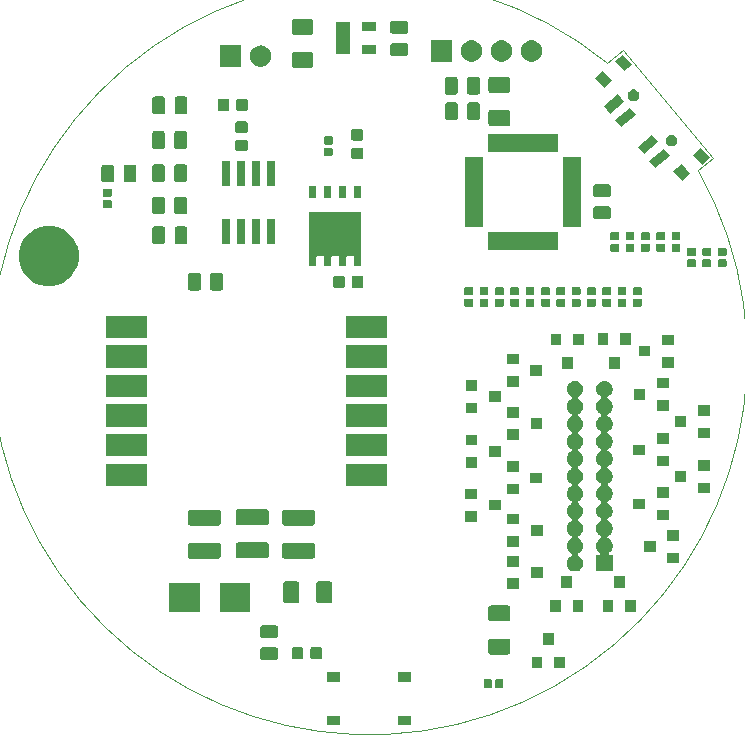
<source format=gbr>
G04 #@! TF.GenerationSoftware,KiCad,Pcbnew,(5.1.5)-3*
G04 #@! TF.CreationDate,2021-12-17T23:07:34-08:00*
G04 #@! TF.ProjectId,watch_v1,77617463-685f-4763-912e-6b696361645f,rev?*
G04 #@! TF.SameCoordinates,Original*
G04 #@! TF.FileFunction,Soldermask,Top*
G04 #@! TF.FilePolarity,Negative*
%FSLAX46Y46*%
G04 Gerber Fmt 4.6, Leading zero omitted, Abs format (unit mm)*
G04 Created by KiCad (PCBNEW (5.1.5)-3) date 2021-12-17 23:07:34*
%MOMM*%
%LPD*%
G04 APERTURE LIST*
%ADD10C,0.050000*%
%ADD11C,0.150000*%
G04 APERTURE END LIST*
D10*
X155752624Y-53294380D02*
G75*
G02X148089479Y-44241041I-27838224J-15793620D01*
G01*
X155752800Y-53294280D02*
X157038040Y-52242720D01*
X149407880Y-43159680D02*
X157038040Y-52242720D01*
X148089480Y-44241040D02*
X149407880Y-43159680D01*
D11*
G36*
X131465400Y-100305160D02*
G01*
X130363400Y-100305160D01*
X130363400Y-99503160D01*
X131465400Y-99503160D01*
X131465400Y-100305160D01*
G37*
G36*
X125465400Y-100305160D02*
G01*
X124363400Y-100305160D01*
X124363400Y-99503160D01*
X125465400Y-99503160D01*
X125465400Y-100305160D01*
G37*
G36*
X139192258Y-96390476D02*
G01*
X139212877Y-96396731D01*
X139231873Y-96406884D01*
X139248528Y-96420552D01*
X139262196Y-96437207D01*
X139272349Y-96456203D01*
X139278604Y-96476822D01*
X139281320Y-96504400D01*
X139281320Y-97013120D01*
X139278604Y-97040698D01*
X139272349Y-97061317D01*
X139262196Y-97080313D01*
X139248528Y-97096968D01*
X139231873Y-97110636D01*
X139212877Y-97120789D01*
X139192258Y-97127044D01*
X139164680Y-97129760D01*
X138705960Y-97129760D01*
X138678382Y-97127044D01*
X138657763Y-97120789D01*
X138638767Y-97110636D01*
X138622112Y-97096968D01*
X138608444Y-97080313D01*
X138598291Y-97061317D01*
X138592036Y-97040698D01*
X138589320Y-97013120D01*
X138589320Y-96504400D01*
X138592036Y-96476822D01*
X138598291Y-96456203D01*
X138608444Y-96437207D01*
X138622112Y-96420552D01*
X138638767Y-96406884D01*
X138657763Y-96396731D01*
X138678382Y-96390476D01*
X138705960Y-96387760D01*
X139164680Y-96387760D01*
X139192258Y-96390476D01*
G37*
G36*
X138222258Y-96390476D02*
G01*
X138242877Y-96396731D01*
X138261873Y-96406884D01*
X138278528Y-96420552D01*
X138292196Y-96437207D01*
X138302349Y-96456203D01*
X138308604Y-96476822D01*
X138311320Y-96504400D01*
X138311320Y-97013120D01*
X138308604Y-97040698D01*
X138302349Y-97061317D01*
X138292196Y-97080313D01*
X138278528Y-97096968D01*
X138261873Y-97110636D01*
X138242877Y-97120789D01*
X138222258Y-97127044D01*
X138194680Y-97129760D01*
X137735960Y-97129760D01*
X137708382Y-97127044D01*
X137687763Y-97120789D01*
X137668767Y-97110636D01*
X137652112Y-97096968D01*
X137638444Y-97080313D01*
X137628291Y-97061317D01*
X137622036Y-97040698D01*
X137619320Y-97013120D01*
X137619320Y-96504400D01*
X137622036Y-96476822D01*
X137628291Y-96456203D01*
X137638444Y-96437207D01*
X137652112Y-96420552D01*
X137668767Y-96406884D01*
X137687763Y-96396731D01*
X137708382Y-96390476D01*
X137735960Y-96387760D01*
X138194680Y-96387760D01*
X138222258Y-96390476D01*
G37*
G36*
X125465400Y-96605160D02*
G01*
X124363400Y-96605160D01*
X124363400Y-95803160D01*
X125465400Y-95803160D01*
X125465400Y-96605160D01*
G37*
G36*
X131465400Y-96605160D02*
G01*
X130363400Y-96605160D01*
X130363400Y-95803160D01*
X131465400Y-95803160D01*
X131465400Y-96605160D01*
G37*
G36*
X142579960Y-95475600D02*
G01*
X141677960Y-95475600D01*
X141677960Y-94473600D01*
X142579960Y-94473600D01*
X142579960Y-95475600D01*
G37*
G36*
X144479960Y-95475600D02*
G01*
X143577960Y-95475600D01*
X143577960Y-94473600D01*
X144479960Y-94473600D01*
X144479960Y-95475600D01*
G37*
G36*
X120028468Y-93704365D02*
G01*
X120067138Y-93716096D01*
X120102777Y-93735146D01*
X120134017Y-93760783D01*
X120159654Y-93792023D01*
X120178704Y-93827662D01*
X120190435Y-93866332D01*
X120195000Y-93912688D01*
X120195000Y-94563912D01*
X120190435Y-94610268D01*
X120178704Y-94648938D01*
X120159654Y-94684577D01*
X120134017Y-94715817D01*
X120102777Y-94741454D01*
X120067138Y-94760504D01*
X120028468Y-94772235D01*
X119982112Y-94776800D01*
X118905888Y-94776800D01*
X118859532Y-94772235D01*
X118820862Y-94760504D01*
X118785223Y-94741454D01*
X118753983Y-94715817D01*
X118728346Y-94684577D01*
X118709296Y-94648938D01*
X118697565Y-94610268D01*
X118693000Y-94563912D01*
X118693000Y-93912688D01*
X118697565Y-93866332D01*
X118709296Y-93827662D01*
X118728346Y-93792023D01*
X118753983Y-93760783D01*
X118785223Y-93735146D01*
X118820862Y-93716096D01*
X118859532Y-93704365D01*
X118905888Y-93699800D01*
X119982112Y-93699800D01*
X120028468Y-93704365D01*
G37*
G36*
X123773991Y-93667885D02*
G01*
X123807969Y-93678193D01*
X123839290Y-93694934D01*
X123866739Y-93717461D01*
X123889266Y-93744910D01*
X123906007Y-93776231D01*
X123916315Y-93810209D01*
X123920400Y-93851690D01*
X123920400Y-94527910D01*
X123916315Y-94569391D01*
X123906007Y-94603369D01*
X123889266Y-94634690D01*
X123866739Y-94662139D01*
X123839290Y-94684666D01*
X123807969Y-94701407D01*
X123773991Y-94711715D01*
X123732510Y-94715800D01*
X123131290Y-94715800D01*
X123089809Y-94711715D01*
X123055831Y-94701407D01*
X123024510Y-94684666D01*
X122997061Y-94662139D01*
X122974534Y-94634690D01*
X122957793Y-94603369D01*
X122947485Y-94569391D01*
X122943400Y-94527910D01*
X122943400Y-93851690D01*
X122947485Y-93810209D01*
X122957793Y-93776231D01*
X122974534Y-93744910D01*
X122997061Y-93717461D01*
X123024510Y-93694934D01*
X123055831Y-93678193D01*
X123089809Y-93667885D01*
X123131290Y-93663800D01*
X123732510Y-93663800D01*
X123773991Y-93667885D01*
G37*
G36*
X122198991Y-93667885D02*
G01*
X122232969Y-93678193D01*
X122264290Y-93694934D01*
X122291739Y-93717461D01*
X122314266Y-93744910D01*
X122331007Y-93776231D01*
X122341315Y-93810209D01*
X122345400Y-93851690D01*
X122345400Y-94527910D01*
X122341315Y-94569391D01*
X122331007Y-94603369D01*
X122314266Y-94634690D01*
X122291739Y-94662139D01*
X122264290Y-94684666D01*
X122232969Y-94701407D01*
X122198991Y-94711715D01*
X122157510Y-94715800D01*
X121556290Y-94715800D01*
X121514809Y-94711715D01*
X121480831Y-94701407D01*
X121449510Y-94684666D01*
X121422061Y-94662139D01*
X121399534Y-94634690D01*
X121382793Y-94603369D01*
X121372485Y-94569391D01*
X121368400Y-94527910D01*
X121368400Y-93851690D01*
X121372485Y-93810209D01*
X121382793Y-93776231D01*
X121399534Y-93744910D01*
X121422061Y-93717461D01*
X121449510Y-93694934D01*
X121480831Y-93678193D01*
X121514809Y-93667885D01*
X121556290Y-93663800D01*
X122157510Y-93663800D01*
X122198991Y-93667885D01*
G37*
G36*
X139706604Y-92955747D02*
G01*
X139743144Y-92966832D01*
X139776821Y-92984833D01*
X139806341Y-93009059D01*
X139830567Y-93038579D01*
X139848568Y-93072256D01*
X139859653Y-93108796D01*
X139864000Y-93152938D01*
X139864000Y-94101862D01*
X139859653Y-94146004D01*
X139848568Y-94182544D01*
X139830567Y-94216221D01*
X139806341Y-94245741D01*
X139776821Y-94269967D01*
X139743144Y-94287968D01*
X139706604Y-94299053D01*
X139662462Y-94303400D01*
X138213538Y-94303400D01*
X138169396Y-94299053D01*
X138132856Y-94287968D01*
X138099179Y-94269967D01*
X138069659Y-94245741D01*
X138045433Y-94216221D01*
X138027432Y-94182544D01*
X138016347Y-94146004D01*
X138012000Y-94101862D01*
X138012000Y-93152938D01*
X138016347Y-93108796D01*
X138027432Y-93072256D01*
X138045433Y-93038579D01*
X138069659Y-93009059D01*
X138099179Y-92984833D01*
X138132856Y-92966832D01*
X138169396Y-92955747D01*
X138213538Y-92951400D01*
X139662462Y-92951400D01*
X139706604Y-92955747D01*
G37*
G36*
X143529960Y-93475600D02*
G01*
X142627960Y-93475600D01*
X142627960Y-92473600D01*
X143529960Y-92473600D01*
X143529960Y-93475600D01*
G37*
G36*
X120028468Y-91829365D02*
G01*
X120067138Y-91841096D01*
X120102777Y-91860146D01*
X120134017Y-91885783D01*
X120159654Y-91917023D01*
X120178704Y-91952662D01*
X120190435Y-91991332D01*
X120195000Y-92037688D01*
X120195000Y-92688912D01*
X120190435Y-92735268D01*
X120178704Y-92773938D01*
X120159654Y-92809577D01*
X120134017Y-92840817D01*
X120102777Y-92866454D01*
X120067138Y-92885504D01*
X120028468Y-92897235D01*
X119982112Y-92901800D01*
X118905888Y-92901800D01*
X118859532Y-92897235D01*
X118820862Y-92885504D01*
X118785223Y-92866454D01*
X118753983Y-92840817D01*
X118728346Y-92809577D01*
X118709296Y-92773938D01*
X118697565Y-92735268D01*
X118693000Y-92688912D01*
X118693000Y-92037688D01*
X118697565Y-91991332D01*
X118709296Y-91952662D01*
X118728346Y-91917023D01*
X118753983Y-91885783D01*
X118785223Y-91860146D01*
X118820862Y-91841096D01*
X118859532Y-91829365D01*
X118905888Y-91824800D01*
X119982112Y-91824800D01*
X120028468Y-91829365D01*
G37*
G36*
X139706604Y-90155747D02*
G01*
X139743144Y-90166832D01*
X139776821Y-90184833D01*
X139806341Y-90209059D01*
X139830567Y-90238579D01*
X139848568Y-90272256D01*
X139859653Y-90308796D01*
X139864000Y-90352938D01*
X139864000Y-91301862D01*
X139859653Y-91346004D01*
X139848568Y-91382544D01*
X139830567Y-91416221D01*
X139806341Y-91445741D01*
X139776821Y-91469967D01*
X139743144Y-91487968D01*
X139706604Y-91499053D01*
X139662462Y-91503400D01*
X138213538Y-91503400D01*
X138169396Y-91499053D01*
X138132856Y-91487968D01*
X138099179Y-91469967D01*
X138069659Y-91445741D01*
X138045433Y-91416221D01*
X138027432Y-91382544D01*
X138016347Y-91346004D01*
X138012000Y-91301862D01*
X138012000Y-90352938D01*
X138016347Y-90308796D01*
X138027432Y-90272256D01*
X138045433Y-90238579D01*
X138069659Y-90209059D01*
X138099179Y-90184833D01*
X138132856Y-90166832D01*
X138169396Y-90155747D01*
X138213538Y-90151400D01*
X139662462Y-90151400D01*
X139706604Y-90155747D01*
G37*
G36*
X150483760Y-90681680D02*
G01*
X149581760Y-90681680D01*
X149581760Y-89679680D01*
X150483760Y-89679680D01*
X150483760Y-90681680D01*
G37*
G36*
X148583760Y-90681680D02*
G01*
X147681760Y-90681680D01*
X147681760Y-89679680D01*
X148583760Y-89679680D01*
X148583760Y-90681680D01*
G37*
G36*
X146043840Y-90671520D02*
G01*
X145141840Y-90671520D01*
X145141840Y-89669520D01*
X146043840Y-89669520D01*
X146043840Y-90671520D01*
G37*
G36*
X144143840Y-90671520D02*
G01*
X143241840Y-90671520D01*
X143241840Y-89669520D01*
X144143840Y-89669520D01*
X144143840Y-90671520D01*
G37*
G36*
X113565800Y-90666400D02*
G01*
X110963800Y-90666400D01*
X110963800Y-88264400D01*
X113565800Y-88264400D01*
X113565800Y-90666400D01*
G37*
G36*
X117865800Y-90666400D02*
G01*
X115263800Y-90666400D01*
X115263800Y-88264400D01*
X117865800Y-88264400D01*
X117865800Y-90666400D01*
G37*
G36*
X124639204Y-88111947D02*
G01*
X124675744Y-88123032D01*
X124709421Y-88141033D01*
X124738941Y-88165259D01*
X124763167Y-88194779D01*
X124781168Y-88228456D01*
X124792253Y-88264996D01*
X124796600Y-88309138D01*
X124796600Y-89758062D01*
X124792253Y-89802204D01*
X124781168Y-89838744D01*
X124763167Y-89872421D01*
X124738941Y-89901941D01*
X124709421Y-89926167D01*
X124675744Y-89944168D01*
X124639204Y-89955253D01*
X124595062Y-89959600D01*
X123646138Y-89959600D01*
X123601996Y-89955253D01*
X123565456Y-89944168D01*
X123531779Y-89926167D01*
X123502259Y-89901941D01*
X123478033Y-89872421D01*
X123460032Y-89838744D01*
X123448947Y-89802204D01*
X123444600Y-89758062D01*
X123444600Y-88309138D01*
X123448947Y-88264996D01*
X123460032Y-88228456D01*
X123478033Y-88194779D01*
X123502259Y-88165259D01*
X123531779Y-88141033D01*
X123565456Y-88123032D01*
X123601996Y-88111947D01*
X123646138Y-88107600D01*
X124595062Y-88107600D01*
X124639204Y-88111947D01*
G37*
G36*
X121839204Y-88111947D02*
G01*
X121875744Y-88123032D01*
X121909421Y-88141033D01*
X121938941Y-88165259D01*
X121963167Y-88194779D01*
X121981168Y-88228456D01*
X121992253Y-88264996D01*
X121996600Y-88309138D01*
X121996600Y-89758062D01*
X121992253Y-89802204D01*
X121981168Y-89838744D01*
X121963167Y-89872421D01*
X121938941Y-89901941D01*
X121909421Y-89926167D01*
X121875744Y-89944168D01*
X121839204Y-89955253D01*
X121795062Y-89959600D01*
X120846138Y-89959600D01*
X120801996Y-89955253D01*
X120765456Y-89944168D01*
X120731779Y-89926167D01*
X120702259Y-89901941D01*
X120678033Y-89872421D01*
X120660032Y-89838744D01*
X120648947Y-89802204D01*
X120644600Y-89758062D01*
X120644600Y-88309138D01*
X120648947Y-88264996D01*
X120660032Y-88228456D01*
X120678033Y-88194779D01*
X120702259Y-88165259D01*
X120731779Y-88141033D01*
X120765456Y-88123032D01*
X120801996Y-88111947D01*
X120846138Y-88107600D01*
X121795062Y-88107600D01*
X121839204Y-88111947D01*
G37*
G36*
X140598000Y-88766840D02*
G01*
X139596000Y-88766840D01*
X139596000Y-87864840D01*
X140598000Y-87864840D01*
X140598000Y-88766840D01*
G37*
G36*
X149533760Y-88681680D02*
G01*
X148631760Y-88681680D01*
X148631760Y-87679680D01*
X149533760Y-87679680D01*
X149533760Y-88681680D01*
G37*
G36*
X145093840Y-88671520D02*
G01*
X144191840Y-88671520D01*
X144191840Y-87669520D01*
X145093840Y-87669520D01*
X145093840Y-88671520D01*
G37*
G36*
X142598000Y-87816840D02*
G01*
X141596000Y-87816840D01*
X141596000Y-86914840D01*
X142598000Y-86914840D01*
X142598000Y-87816840D01*
G37*
G36*
X148037833Y-71149298D02*
G01*
X148165409Y-71202142D01*
X148280219Y-71278855D01*
X148377865Y-71376501D01*
X148454578Y-71491311D01*
X148507422Y-71618887D01*
X148534360Y-71754316D01*
X148534360Y-71892404D01*
X148507422Y-72027833D01*
X148454578Y-72155409D01*
X148377865Y-72270219D01*
X148280219Y-72367865D01*
X148165409Y-72444578D01*
X148163482Y-72445376D01*
X148141872Y-72456927D01*
X148122930Y-72472472D01*
X148107384Y-72491414D01*
X148095833Y-72513025D01*
X148088720Y-72536474D01*
X148086318Y-72560860D01*
X148088720Y-72585246D01*
X148095833Y-72608695D01*
X148107384Y-72630305D01*
X148122929Y-72649247D01*
X148141871Y-72664793D01*
X148163482Y-72676344D01*
X148165409Y-72677142D01*
X148280219Y-72753855D01*
X148377865Y-72851501D01*
X148454578Y-72966311D01*
X148507422Y-73093887D01*
X148534360Y-73229316D01*
X148534360Y-73367404D01*
X148507422Y-73502833D01*
X148454578Y-73630409D01*
X148377865Y-73745219D01*
X148280219Y-73842865D01*
X148165409Y-73919578D01*
X148163482Y-73920376D01*
X148141872Y-73931927D01*
X148122930Y-73947472D01*
X148107384Y-73966414D01*
X148095833Y-73988025D01*
X148088720Y-74011474D01*
X148086318Y-74035860D01*
X148088720Y-74060246D01*
X148095833Y-74083695D01*
X148107384Y-74105305D01*
X148122929Y-74124247D01*
X148141871Y-74139793D01*
X148163482Y-74151344D01*
X148165409Y-74152142D01*
X148280219Y-74228855D01*
X148377865Y-74326501D01*
X148454578Y-74441311D01*
X148507422Y-74568887D01*
X148534360Y-74704316D01*
X148534360Y-74842404D01*
X148507422Y-74977833D01*
X148454578Y-75105409D01*
X148377865Y-75220219D01*
X148280219Y-75317865D01*
X148165409Y-75394578D01*
X148163482Y-75395376D01*
X148141872Y-75406927D01*
X148122930Y-75422472D01*
X148107384Y-75441414D01*
X148095833Y-75463025D01*
X148088720Y-75486474D01*
X148086318Y-75510860D01*
X148088720Y-75535246D01*
X148095833Y-75558695D01*
X148107384Y-75580305D01*
X148122929Y-75599247D01*
X148141871Y-75614793D01*
X148163482Y-75626344D01*
X148165409Y-75627142D01*
X148280219Y-75703855D01*
X148377865Y-75801501D01*
X148454578Y-75916311D01*
X148507422Y-76043887D01*
X148534360Y-76179316D01*
X148534360Y-76317404D01*
X148507422Y-76452833D01*
X148454578Y-76580409D01*
X148377865Y-76695219D01*
X148280219Y-76792865D01*
X148165409Y-76869578D01*
X148163482Y-76870376D01*
X148141872Y-76881927D01*
X148122930Y-76897472D01*
X148107384Y-76916414D01*
X148095833Y-76938025D01*
X148088720Y-76961474D01*
X148086318Y-76985860D01*
X148088720Y-77010246D01*
X148095833Y-77033695D01*
X148107384Y-77055305D01*
X148122929Y-77074247D01*
X148141871Y-77089793D01*
X148163482Y-77101344D01*
X148165409Y-77102142D01*
X148280219Y-77178855D01*
X148377865Y-77276501D01*
X148454578Y-77391311D01*
X148507422Y-77518887D01*
X148534360Y-77654316D01*
X148534360Y-77792404D01*
X148507422Y-77927833D01*
X148454578Y-78055409D01*
X148377865Y-78170219D01*
X148280219Y-78267865D01*
X148165409Y-78344578D01*
X148163482Y-78345376D01*
X148141872Y-78356927D01*
X148122930Y-78372472D01*
X148107384Y-78391414D01*
X148095833Y-78413025D01*
X148088720Y-78436474D01*
X148086318Y-78460860D01*
X148088720Y-78485246D01*
X148095833Y-78508695D01*
X148107384Y-78530305D01*
X148122929Y-78549247D01*
X148141871Y-78564793D01*
X148163482Y-78576344D01*
X148165409Y-78577142D01*
X148280219Y-78653855D01*
X148377865Y-78751501D01*
X148454578Y-78866311D01*
X148507422Y-78993887D01*
X148534360Y-79129316D01*
X148534360Y-79267404D01*
X148507422Y-79402833D01*
X148454578Y-79530409D01*
X148377865Y-79645219D01*
X148280219Y-79742865D01*
X148165409Y-79819578D01*
X148163482Y-79820376D01*
X148141872Y-79831927D01*
X148122930Y-79847472D01*
X148107384Y-79866414D01*
X148095833Y-79888025D01*
X148088720Y-79911474D01*
X148086318Y-79935860D01*
X148088720Y-79960246D01*
X148095833Y-79983695D01*
X148107384Y-80005305D01*
X148122929Y-80024247D01*
X148141871Y-80039793D01*
X148163482Y-80051344D01*
X148165409Y-80052142D01*
X148280219Y-80128855D01*
X148377865Y-80226501D01*
X148454578Y-80341311D01*
X148507422Y-80468887D01*
X148534360Y-80604316D01*
X148534360Y-80742404D01*
X148507422Y-80877833D01*
X148454578Y-81005409D01*
X148377865Y-81120219D01*
X148280219Y-81217865D01*
X148165409Y-81294578D01*
X148163482Y-81295376D01*
X148141872Y-81306927D01*
X148122930Y-81322472D01*
X148107384Y-81341414D01*
X148095833Y-81363025D01*
X148088720Y-81386474D01*
X148086318Y-81410860D01*
X148088720Y-81435246D01*
X148095833Y-81458695D01*
X148107384Y-81480305D01*
X148122929Y-81499247D01*
X148141871Y-81514793D01*
X148163482Y-81526344D01*
X148165409Y-81527142D01*
X148280219Y-81603855D01*
X148377865Y-81701501D01*
X148454578Y-81816311D01*
X148507422Y-81943887D01*
X148534360Y-82079316D01*
X148534360Y-82217404D01*
X148507422Y-82352833D01*
X148454578Y-82480409D01*
X148377865Y-82595219D01*
X148280219Y-82692865D01*
X148165409Y-82769578D01*
X148163482Y-82770376D01*
X148141872Y-82781927D01*
X148122930Y-82797472D01*
X148107384Y-82816414D01*
X148095833Y-82838025D01*
X148088720Y-82861474D01*
X148086318Y-82885860D01*
X148088720Y-82910246D01*
X148095833Y-82933695D01*
X148107384Y-82955305D01*
X148122929Y-82974247D01*
X148141871Y-82989793D01*
X148163482Y-83001344D01*
X148165409Y-83002142D01*
X148280219Y-83078855D01*
X148377865Y-83176501D01*
X148454578Y-83291311D01*
X148507422Y-83418887D01*
X148534360Y-83554316D01*
X148534360Y-83692404D01*
X148507422Y-83827833D01*
X148454578Y-83955409D01*
X148377865Y-84070219D01*
X148280219Y-84167865D01*
X148165409Y-84244578D01*
X148163482Y-84245376D01*
X148141872Y-84256927D01*
X148122930Y-84272472D01*
X148107384Y-84291414D01*
X148095833Y-84313025D01*
X148088720Y-84336474D01*
X148086318Y-84360860D01*
X148088720Y-84385246D01*
X148095833Y-84408695D01*
X148107384Y-84430305D01*
X148122929Y-84449247D01*
X148141871Y-84464793D01*
X148163482Y-84476344D01*
X148165409Y-84477142D01*
X148280219Y-84553855D01*
X148377865Y-84651501D01*
X148454578Y-84766311D01*
X148507422Y-84893887D01*
X148534360Y-85029316D01*
X148534360Y-85167404D01*
X148507422Y-85302833D01*
X148454578Y-85430409D01*
X148377865Y-85545219D01*
X148280219Y-85642865D01*
X148279375Y-85643429D01*
X148260433Y-85658975D01*
X148244888Y-85677917D01*
X148233337Y-85699528D01*
X148226224Y-85722977D01*
X148223823Y-85747363D01*
X148226225Y-85771749D01*
X148233339Y-85795198D01*
X148244890Y-85816808D01*
X148260436Y-85835750D01*
X148279378Y-85851295D01*
X148300989Y-85862846D01*
X148324438Y-85869959D01*
X148348822Y-85872360D01*
X148534360Y-85872360D01*
X148534360Y-87274360D01*
X147132360Y-87274360D01*
X147132360Y-85872360D01*
X147317898Y-85872360D01*
X147342284Y-85869958D01*
X147365733Y-85862845D01*
X147387344Y-85851294D01*
X147406286Y-85835749D01*
X147421831Y-85816807D01*
X147433382Y-85795196D01*
X147440495Y-85771747D01*
X147442897Y-85747361D01*
X147440495Y-85722975D01*
X147433382Y-85699526D01*
X147421831Y-85677915D01*
X147406286Y-85658973D01*
X147387345Y-85643429D01*
X147386501Y-85642865D01*
X147288855Y-85545219D01*
X147212142Y-85430409D01*
X147159298Y-85302833D01*
X147132360Y-85167404D01*
X147132360Y-85029316D01*
X147159298Y-84893887D01*
X147212142Y-84766311D01*
X147288855Y-84651501D01*
X147386501Y-84553855D01*
X147501311Y-84477142D01*
X147503238Y-84476344D01*
X147524848Y-84464793D01*
X147543790Y-84449248D01*
X147559336Y-84430306D01*
X147570887Y-84408695D01*
X147578000Y-84385246D01*
X147580402Y-84360860D01*
X147578000Y-84336474D01*
X147570887Y-84313025D01*
X147559336Y-84291415D01*
X147543791Y-84272473D01*
X147524849Y-84256927D01*
X147503238Y-84245376D01*
X147501311Y-84244578D01*
X147386501Y-84167865D01*
X147288855Y-84070219D01*
X147212142Y-83955409D01*
X147159298Y-83827833D01*
X147132360Y-83692404D01*
X147132360Y-83554316D01*
X147159298Y-83418887D01*
X147212142Y-83291311D01*
X147288855Y-83176501D01*
X147386501Y-83078855D01*
X147501311Y-83002142D01*
X147503238Y-83001344D01*
X147524848Y-82989793D01*
X147543790Y-82974248D01*
X147559336Y-82955306D01*
X147570887Y-82933695D01*
X147578000Y-82910246D01*
X147580402Y-82885860D01*
X147578000Y-82861474D01*
X147570887Y-82838025D01*
X147559336Y-82816415D01*
X147543791Y-82797473D01*
X147524849Y-82781927D01*
X147503238Y-82770376D01*
X147501311Y-82769578D01*
X147386501Y-82692865D01*
X147288855Y-82595219D01*
X147212142Y-82480409D01*
X147159298Y-82352833D01*
X147132360Y-82217404D01*
X147132360Y-82079316D01*
X147159298Y-81943887D01*
X147212142Y-81816311D01*
X147288855Y-81701501D01*
X147386501Y-81603855D01*
X147501311Y-81527142D01*
X147503238Y-81526344D01*
X147524848Y-81514793D01*
X147543790Y-81499248D01*
X147559336Y-81480306D01*
X147570887Y-81458695D01*
X147578000Y-81435246D01*
X147580402Y-81410860D01*
X147578000Y-81386474D01*
X147570887Y-81363025D01*
X147559336Y-81341415D01*
X147543791Y-81322473D01*
X147524849Y-81306927D01*
X147503238Y-81295376D01*
X147501311Y-81294578D01*
X147386501Y-81217865D01*
X147288855Y-81120219D01*
X147212142Y-81005409D01*
X147159298Y-80877833D01*
X147132360Y-80742404D01*
X147132360Y-80604316D01*
X147159298Y-80468887D01*
X147212142Y-80341311D01*
X147288855Y-80226501D01*
X147386501Y-80128855D01*
X147501311Y-80052142D01*
X147503238Y-80051344D01*
X147524848Y-80039793D01*
X147543790Y-80024248D01*
X147559336Y-80005306D01*
X147570887Y-79983695D01*
X147578000Y-79960246D01*
X147580402Y-79935860D01*
X147578000Y-79911474D01*
X147570887Y-79888025D01*
X147559336Y-79866415D01*
X147543791Y-79847473D01*
X147524849Y-79831927D01*
X147503238Y-79820376D01*
X147501311Y-79819578D01*
X147386501Y-79742865D01*
X147288855Y-79645219D01*
X147212142Y-79530409D01*
X147159298Y-79402833D01*
X147132360Y-79267404D01*
X147132360Y-79129316D01*
X147159298Y-78993887D01*
X147212142Y-78866311D01*
X147288855Y-78751501D01*
X147386501Y-78653855D01*
X147501311Y-78577142D01*
X147503238Y-78576344D01*
X147524848Y-78564793D01*
X147543790Y-78549248D01*
X147559336Y-78530306D01*
X147570887Y-78508695D01*
X147578000Y-78485246D01*
X147580402Y-78460860D01*
X147578000Y-78436474D01*
X147570887Y-78413025D01*
X147559336Y-78391415D01*
X147543791Y-78372473D01*
X147524849Y-78356927D01*
X147503238Y-78345376D01*
X147501311Y-78344578D01*
X147386501Y-78267865D01*
X147288855Y-78170219D01*
X147212142Y-78055409D01*
X147159298Y-77927833D01*
X147132360Y-77792404D01*
X147132360Y-77654316D01*
X147159298Y-77518887D01*
X147212142Y-77391311D01*
X147288855Y-77276501D01*
X147386501Y-77178855D01*
X147501311Y-77102142D01*
X147503238Y-77101344D01*
X147524848Y-77089793D01*
X147543790Y-77074248D01*
X147559336Y-77055306D01*
X147570887Y-77033695D01*
X147578000Y-77010246D01*
X147580402Y-76985860D01*
X147578000Y-76961474D01*
X147570887Y-76938025D01*
X147559336Y-76916415D01*
X147543791Y-76897473D01*
X147524849Y-76881927D01*
X147503238Y-76870376D01*
X147501311Y-76869578D01*
X147386501Y-76792865D01*
X147288855Y-76695219D01*
X147212142Y-76580409D01*
X147159298Y-76452833D01*
X147132360Y-76317404D01*
X147132360Y-76179316D01*
X147159298Y-76043887D01*
X147212142Y-75916311D01*
X147288855Y-75801501D01*
X147386501Y-75703855D01*
X147501311Y-75627142D01*
X147503238Y-75626344D01*
X147524848Y-75614793D01*
X147543790Y-75599248D01*
X147559336Y-75580306D01*
X147570887Y-75558695D01*
X147578000Y-75535246D01*
X147580402Y-75510860D01*
X147578000Y-75486474D01*
X147570887Y-75463025D01*
X147559336Y-75441415D01*
X147543791Y-75422473D01*
X147524849Y-75406927D01*
X147503238Y-75395376D01*
X147501311Y-75394578D01*
X147386501Y-75317865D01*
X147288855Y-75220219D01*
X147212142Y-75105409D01*
X147159298Y-74977833D01*
X147132360Y-74842404D01*
X147132360Y-74704316D01*
X147159298Y-74568887D01*
X147212142Y-74441311D01*
X147288855Y-74326501D01*
X147386501Y-74228855D01*
X147501311Y-74152142D01*
X147503238Y-74151344D01*
X147524848Y-74139793D01*
X147543790Y-74124248D01*
X147559336Y-74105306D01*
X147570887Y-74083695D01*
X147578000Y-74060246D01*
X147580402Y-74035860D01*
X147578000Y-74011474D01*
X147570887Y-73988025D01*
X147559336Y-73966415D01*
X147543791Y-73947473D01*
X147524849Y-73931927D01*
X147503238Y-73920376D01*
X147501311Y-73919578D01*
X147386501Y-73842865D01*
X147288855Y-73745219D01*
X147212142Y-73630409D01*
X147159298Y-73502833D01*
X147132360Y-73367404D01*
X147132360Y-73229316D01*
X147159298Y-73093887D01*
X147212142Y-72966311D01*
X147288855Y-72851501D01*
X147386501Y-72753855D01*
X147501311Y-72677142D01*
X147503238Y-72676344D01*
X147524848Y-72664793D01*
X147543790Y-72649248D01*
X147559336Y-72630306D01*
X147570887Y-72608695D01*
X147578000Y-72585246D01*
X147580402Y-72560860D01*
X147578000Y-72536474D01*
X147570887Y-72513025D01*
X147559336Y-72491415D01*
X147543791Y-72472473D01*
X147524849Y-72456927D01*
X147503238Y-72445376D01*
X147501311Y-72444578D01*
X147386501Y-72367865D01*
X147288855Y-72270219D01*
X147212142Y-72155409D01*
X147159298Y-72027833D01*
X147132360Y-71892404D01*
X147132360Y-71754316D01*
X147159298Y-71618887D01*
X147212142Y-71491311D01*
X147288855Y-71376501D01*
X147386501Y-71278855D01*
X147501311Y-71202142D01*
X147628887Y-71149298D01*
X147764316Y-71122360D01*
X147902404Y-71122360D01*
X148037833Y-71149298D01*
G37*
G36*
X145537833Y-71149298D02*
G01*
X145665409Y-71202142D01*
X145780219Y-71278855D01*
X145877865Y-71376501D01*
X145954578Y-71491311D01*
X146007422Y-71618887D01*
X146034360Y-71754316D01*
X146034360Y-71892404D01*
X146007422Y-72027833D01*
X145954578Y-72155409D01*
X145877865Y-72270219D01*
X145780219Y-72367865D01*
X145665409Y-72444578D01*
X145663482Y-72445376D01*
X145641872Y-72456927D01*
X145622930Y-72472472D01*
X145607384Y-72491414D01*
X145595833Y-72513025D01*
X145588720Y-72536474D01*
X145586318Y-72560860D01*
X145588720Y-72585246D01*
X145595833Y-72608695D01*
X145607384Y-72630305D01*
X145622929Y-72649247D01*
X145641871Y-72664793D01*
X145663482Y-72676344D01*
X145665409Y-72677142D01*
X145780219Y-72753855D01*
X145877865Y-72851501D01*
X145954578Y-72966311D01*
X146007422Y-73093887D01*
X146034360Y-73229316D01*
X146034360Y-73367404D01*
X146007422Y-73502833D01*
X145954578Y-73630409D01*
X145877865Y-73745219D01*
X145780219Y-73842865D01*
X145665409Y-73919578D01*
X145663482Y-73920376D01*
X145641872Y-73931927D01*
X145622930Y-73947472D01*
X145607384Y-73966414D01*
X145595833Y-73988025D01*
X145588720Y-74011474D01*
X145586318Y-74035860D01*
X145588720Y-74060246D01*
X145595833Y-74083695D01*
X145607384Y-74105305D01*
X145622929Y-74124247D01*
X145641871Y-74139793D01*
X145663482Y-74151344D01*
X145665409Y-74152142D01*
X145780219Y-74228855D01*
X145877865Y-74326501D01*
X145954578Y-74441311D01*
X146007422Y-74568887D01*
X146034360Y-74704316D01*
X146034360Y-74842404D01*
X146007422Y-74977833D01*
X145954578Y-75105409D01*
X145877865Y-75220219D01*
X145780219Y-75317865D01*
X145665409Y-75394578D01*
X145663482Y-75395376D01*
X145641872Y-75406927D01*
X145622930Y-75422472D01*
X145607384Y-75441414D01*
X145595833Y-75463025D01*
X145588720Y-75486474D01*
X145586318Y-75510860D01*
X145588720Y-75535246D01*
X145595833Y-75558695D01*
X145607384Y-75580305D01*
X145622929Y-75599247D01*
X145641871Y-75614793D01*
X145663482Y-75626344D01*
X145665409Y-75627142D01*
X145780219Y-75703855D01*
X145877865Y-75801501D01*
X145954578Y-75916311D01*
X146007422Y-76043887D01*
X146034360Y-76179316D01*
X146034360Y-76317404D01*
X146007422Y-76452833D01*
X145954578Y-76580409D01*
X145877865Y-76695219D01*
X145780219Y-76792865D01*
X145665409Y-76869578D01*
X145663482Y-76870376D01*
X145641872Y-76881927D01*
X145622930Y-76897472D01*
X145607384Y-76916414D01*
X145595833Y-76938025D01*
X145588720Y-76961474D01*
X145586318Y-76985860D01*
X145588720Y-77010246D01*
X145595833Y-77033695D01*
X145607384Y-77055305D01*
X145622929Y-77074247D01*
X145641871Y-77089793D01*
X145663482Y-77101344D01*
X145665409Y-77102142D01*
X145780219Y-77178855D01*
X145877865Y-77276501D01*
X145954578Y-77391311D01*
X146007422Y-77518887D01*
X146034360Y-77654316D01*
X146034360Y-77792404D01*
X146007422Y-77927833D01*
X145954578Y-78055409D01*
X145877865Y-78170219D01*
X145780219Y-78267865D01*
X145665409Y-78344578D01*
X145663482Y-78345376D01*
X145641872Y-78356927D01*
X145622930Y-78372472D01*
X145607384Y-78391414D01*
X145595833Y-78413025D01*
X145588720Y-78436474D01*
X145586318Y-78460860D01*
X145588720Y-78485246D01*
X145595833Y-78508695D01*
X145607384Y-78530305D01*
X145622929Y-78549247D01*
X145641871Y-78564793D01*
X145663482Y-78576344D01*
X145665409Y-78577142D01*
X145780219Y-78653855D01*
X145877865Y-78751501D01*
X145954578Y-78866311D01*
X146007422Y-78993887D01*
X146034360Y-79129316D01*
X146034360Y-79267404D01*
X146007422Y-79402833D01*
X145954578Y-79530409D01*
X145877865Y-79645219D01*
X145780219Y-79742865D01*
X145665409Y-79819578D01*
X145663482Y-79820376D01*
X145641872Y-79831927D01*
X145622930Y-79847472D01*
X145607384Y-79866414D01*
X145595833Y-79888025D01*
X145588720Y-79911474D01*
X145586318Y-79935860D01*
X145588720Y-79960246D01*
X145595833Y-79983695D01*
X145607384Y-80005305D01*
X145622929Y-80024247D01*
X145641871Y-80039793D01*
X145663482Y-80051344D01*
X145665409Y-80052142D01*
X145780219Y-80128855D01*
X145877865Y-80226501D01*
X145954578Y-80341311D01*
X146007422Y-80468887D01*
X146034360Y-80604316D01*
X146034360Y-80742404D01*
X146007422Y-80877833D01*
X145954578Y-81005409D01*
X145877865Y-81120219D01*
X145780219Y-81217865D01*
X145665409Y-81294578D01*
X145663482Y-81295376D01*
X145641872Y-81306927D01*
X145622930Y-81322472D01*
X145607384Y-81341414D01*
X145595833Y-81363025D01*
X145588720Y-81386474D01*
X145586318Y-81410860D01*
X145588720Y-81435246D01*
X145595833Y-81458695D01*
X145607384Y-81480305D01*
X145622929Y-81499247D01*
X145641871Y-81514793D01*
X145663482Y-81526344D01*
X145665409Y-81527142D01*
X145780219Y-81603855D01*
X145877865Y-81701501D01*
X145954578Y-81816311D01*
X146007422Y-81943887D01*
X146034360Y-82079316D01*
X146034360Y-82217404D01*
X146007422Y-82352833D01*
X145954578Y-82480409D01*
X145877865Y-82595219D01*
X145780219Y-82692865D01*
X145665409Y-82769578D01*
X145663482Y-82770376D01*
X145641872Y-82781927D01*
X145622930Y-82797472D01*
X145607384Y-82816414D01*
X145595833Y-82838025D01*
X145588720Y-82861474D01*
X145586318Y-82885860D01*
X145588720Y-82910246D01*
X145595833Y-82933695D01*
X145607384Y-82955305D01*
X145622929Y-82974247D01*
X145641871Y-82989793D01*
X145663482Y-83001344D01*
X145665409Y-83002142D01*
X145780219Y-83078855D01*
X145877865Y-83176501D01*
X145954578Y-83291311D01*
X146007422Y-83418887D01*
X146034360Y-83554316D01*
X146034360Y-83692404D01*
X146007422Y-83827833D01*
X145954578Y-83955409D01*
X145877865Y-84070219D01*
X145780219Y-84167865D01*
X145665409Y-84244578D01*
X145663482Y-84245376D01*
X145641872Y-84256927D01*
X145622930Y-84272472D01*
X145607384Y-84291414D01*
X145595833Y-84313025D01*
X145588720Y-84336474D01*
X145586318Y-84360860D01*
X145588720Y-84385246D01*
X145595833Y-84408695D01*
X145607384Y-84430305D01*
X145622929Y-84449247D01*
X145641871Y-84464793D01*
X145663482Y-84476344D01*
X145665409Y-84477142D01*
X145780219Y-84553855D01*
X145877865Y-84651501D01*
X145954578Y-84766311D01*
X146007422Y-84893887D01*
X146034360Y-85029316D01*
X146034360Y-85167404D01*
X146007422Y-85302833D01*
X145954578Y-85430409D01*
X145877865Y-85545219D01*
X145780219Y-85642865D01*
X145665409Y-85719578D01*
X145663482Y-85720376D01*
X145641872Y-85731927D01*
X145622930Y-85747472D01*
X145607384Y-85766414D01*
X145595833Y-85788025D01*
X145588720Y-85811474D01*
X145586318Y-85835860D01*
X145588720Y-85860246D01*
X145595833Y-85883695D01*
X145607384Y-85905305D01*
X145622929Y-85924247D01*
X145641871Y-85939793D01*
X145663482Y-85951344D01*
X145665409Y-85952142D01*
X145780219Y-86028855D01*
X145877865Y-86126501D01*
X145954578Y-86241311D01*
X146007422Y-86368887D01*
X146034360Y-86504316D01*
X146034360Y-86642404D01*
X146007422Y-86777833D01*
X145954578Y-86905409D01*
X145877865Y-87020219D01*
X145780219Y-87117865D01*
X145665409Y-87194578D01*
X145537833Y-87247422D01*
X145402404Y-87274360D01*
X145264316Y-87274360D01*
X145128887Y-87247422D01*
X145001311Y-87194578D01*
X144886501Y-87117865D01*
X144788855Y-87020219D01*
X144712142Y-86905409D01*
X144659298Y-86777833D01*
X144632360Y-86642404D01*
X144632360Y-86504316D01*
X144659298Y-86368887D01*
X144712142Y-86241311D01*
X144788855Y-86126501D01*
X144886501Y-86028855D01*
X145001311Y-85952142D01*
X145003238Y-85951344D01*
X145024848Y-85939793D01*
X145043790Y-85924248D01*
X145059336Y-85905306D01*
X145070887Y-85883695D01*
X145078000Y-85860246D01*
X145080402Y-85835860D01*
X145078000Y-85811474D01*
X145070887Y-85788025D01*
X145059336Y-85766415D01*
X145043791Y-85747473D01*
X145024849Y-85731927D01*
X145003238Y-85720376D01*
X145001311Y-85719578D01*
X144886501Y-85642865D01*
X144788855Y-85545219D01*
X144712142Y-85430409D01*
X144659298Y-85302833D01*
X144632360Y-85167404D01*
X144632360Y-85029316D01*
X144659298Y-84893887D01*
X144712142Y-84766311D01*
X144788855Y-84651501D01*
X144886501Y-84553855D01*
X145001311Y-84477142D01*
X145003238Y-84476344D01*
X145024848Y-84464793D01*
X145043790Y-84449248D01*
X145059336Y-84430306D01*
X145070887Y-84408695D01*
X145078000Y-84385246D01*
X145080402Y-84360860D01*
X145078000Y-84336474D01*
X145070887Y-84313025D01*
X145059336Y-84291415D01*
X145043791Y-84272473D01*
X145024849Y-84256927D01*
X145003238Y-84245376D01*
X145001311Y-84244578D01*
X144886501Y-84167865D01*
X144788855Y-84070219D01*
X144712142Y-83955409D01*
X144659298Y-83827833D01*
X144632360Y-83692404D01*
X144632360Y-83554316D01*
X144659298Y-83418887D01*
X144712142Y-83291311D01*
X144788855Y-83176501D01*
X144886501Y-83078855D01*
X145001311Y-83002142D01*
X145003238Y-83001344D01*
X145024848Y-82989793D01*
X145043790Y-82974248D01*
X145059336Y-82955306D01*
X145070887Y-82933695D01*
X145078000Y-82910246D01*
X145080402Y-82885860D01*
X145078000Y-82861474D01*
X145070887Y-82838025D01*
X145059336Y-82816415D01*
X145043791Y-82797473D01*
X145024849Y-82781927D01*
X145003238Y-82770376D01*
X145001311Y-82769578D01*
X144886501Y-82692865D01*
X144788855Y-82595219D01*
X144712142Y-82480409D01*
X144659298Y-82352833D01*
X144632360Y-82217404D01*
X144632360Y-82079316D01*
X144659298Y-81943887D01*
X144712142Y-81816311D01*
X144788855Y-81701501D01*
X144886501Y-81603855D01*
X145001311Y-81527142D01*
X145003238Y-81526344D01*
X145024848Y-81514793D01*
X145043790Y-81499248D01*
X145059336Y-81480306D01*
X145070887Y-81458695D01*
X145078000Y-81435246D01*
X145080402Y-81410860D01*
X145078000Y-81386474D01*
X145070887Y-81363025D01*
X145059336Y-81341415D01*
X145043791Y-81322473D01*
X145024849Y-81306927D01*
X145003238Y-81295376D01*
X145001311Y-81294578D01*
X144886501Y-81217865D01*
X144788855Y-81120219D01*
X144712142Y-81005409D01*
X144659298Y-80877833D01*
X144632360Y-80742404D01*
X144632360Y-80604316D01*
X144659298Y-80468887D01*
X144712142Y-80341311D01*
X144788855Y-80226501D01*
X144886501Y-80128855D01*
X145001311Y-80052142D01*
X145003238Y-80051344D01*
X145024848Y-80039793D01*
X145043790Y-80024248D01*
X145059336Y-80005306D01*
X145070887Y-79983695D01*
X145078000Y-79960246D01*
X145080402Y-79935860D01*
X145078000Y-79911474D01*
X145070887Y-79888025D01*
X145059336Y-79866415D01*
X145043791Y-79847473D01*
X145024849Y-79831927D01*
X145003238Y-79820376D01*
X145001311Y-79819578D01*
X144886501Y-79742865D01*
X144788855Y-79645219D01*
X144712142Y-79530409D01*
X144659298Y-79402833D01*
X144632360Y-79267404D01*
X144632360Y-79129316D01*
X144659298Y-78993887D01*
X144712142Y-78866311D01*
X144788855Y-78751501D01*
X144886501Y-78653855D01*
X145001311Y-78577142D01*
X145003238Y-78576344D01*
X145024848Y-78564793D01*
X145043790Y-78549248D01*
X145059336Y-78530306D01*
X145070887Y-78508695D01*
X145078000Y-78485246D01*
X145080402Y-78460860D01*
X145078000Y-78436474D01*
X145070887Y-78413025D01*
X145059336Y-78391415D01*
X145043791Y-78372473D01*
X145024849Y-78356927D01*
X145003238Y-78345376D01*
X145001311Y-78344578D01*
X144886501Y-78267865D01*
X144788855Y-78170219D01*
X144712142Y-78055409D01*
X144659298Y-77927833D01*
X144632360Y-77792404D01*
X144632360Y-77654316D01*
X144659298Y-77518887D01*
X144712142Y-77391311D01*
X144788855Y-77276501D01*
X144886501Y-77178855D01*
X145001311Y-77102142D01*
X145003238Y-77101344D01*
X145024848Y-77089793D01*
X145043790Y-77074248D01*
X145059336Y-77055306D01*
X145070887Y-77033695D01*
X145078000Y-77010246D01*
X145080402Y-76985860D01*
X145078000Y-76961474D01*
X145070887Y-76938025D01*
X145059336Y-76916415D01*
X145043791Y-76897473D01*
X145024849Y-76881927D01*
X145003238Y-76870376D01*
X145001311Y-76869578D01*
X144886501Y-76792865D01*
X144788855Y-76695219D01*
X144712142Y-76580409D01*
X144659298Y-76452833D01*
X144632360Y-76317404D01*
X144632360Y-76179316D01*
X144659298Y-76043887D01*
X144712142Y-75916311D01*
X144788855Y-75801501D01*
X144886501Y-75703855D01*
X145001311Y-75627142D01*
X145003238Y-75626344D01*
X145024848Y-75614793D01*
X145043790Y-75599248D01*
X145059336Y-75580306D01*
X145070887Y-75558695D01*
X145078000Y-75535246D01*
X145080402Y-75510860D01*
X145078000Y-75486474D01*
X145070887Y-75463025D01*
X145059336Y-75441415D01*
X145043791Y-75422473D01*
X145024849Y-75406927D01*
X145003238Y-75395376D01*
X145001311Y-75394578D01*
X144886501Y-75317865D01*
X144788855Y-75220219D01*
X144712142Y-75105409D01*
X144659298Y-74977833D01*
X144632360Y-74842404D01*
X144632360Y-74704316D01*
X144659298Y-74568887D01*
X144712142Y-74441311D01*
X144788855Y-74326501D01*
X144886501Y-74228855D01*
X145001311Y-74152142D01*
X145003238Y-74151344D01*
X145024848Y-74139793D01*
X145043790Y-74124248D01*
X145059336Y-74105306D01*
X145070887Y-74083695D01*
X145078000Y-74060246D01*
X145080402Y-74035860D01*
X145078000Y-74011474D01*
X145070887Y-73988025D01*
X145059336Y-73966415D01*
X145043791Y-73947473D01*
X145024849Y-73931927D01*
X145003238Y-73920376D01*
X145001311Y-73919578D01*
X144886501Y-73842865D01*
X144788855Y-73745219D01*
X144712142Y-73630409D01*
X144659298Y-73502833D01*
X144632360Y-73367404D01*
X144632360Y-73229316D01*
X144659298Y-73093887D01*
X144712142Y-72966311D01*
X144788855Y-72851501D01*
X144886501Y-72753855D01*
X145001311Y-72677142D01*
X145003238Y-72676344D01*
X145024848Y-72664793D01*
X145043790Y-72649248D01*
X145059336Y-72630306D01*
X145070887Y-72608695D01*
X145078000Y-72585246D01*
X145080402Y-72560860D01*
X145078000Y-72536474D01*
X145070887Y-72513025D01*
X145059336Y-72491415D01*
X145043791Y-72472473D01*
X145024849Y-72456927D01*
X145003238Y-72445376D01*
X145001311Y-72444578D01*
X144886501Y-72367865D01*
X144788855Y-72270219D01*
X144712142Y-72155409D01*
X144659298Y-72027833D01*
X144632360Y-71892404D01*
X144632360Y-71754316D01*
X144659298Y-71618887D01*
X144712142Y-71491311D01*
X144788855Y-71376501D01*
X144886501Y-71278855D01*
X145001311Y-71202142D01*
X145128887Y-71149298D01*
X145264316Y-71122360D01*
X145402404Y-71122360D01*
X145537833Y-71149298D01*
G37*
G36*
X140598000Y-86866840D02*
G01*
X139596000Y-86866840D01*
X139596000Y-85964840D01*
X140598000Y-85964840D01*
X140598000Y-86866840D01*
G37*
G36*
X154160080Y-86572280D02*
G01*
X153158080Y-86572280D01*
X153158080Y-85670280D01*
X154160080Y-85670280D01*
X154160080Y-86572280D01*
G37*
G36*
X115176204Y-84834347D02*
G01*
X115212744Y-84845432D01*
X115246421Y-84863433D01*
X115275941Y-84887659D01*
X115300167Y-84917179D01*
X115318168Y-84950856D01*
X115329253Y-84987396D01*
X115333600Y-85031538D01*
X115333600Y-85980462D01*
X115329253Y-86024604D01*
X115318168Y-86061144D01*
X115300167Y-86094821D01*
X115275941Y-86124341D01*
X115246421Y-86148567D01*
X115212744Y-86166568D01*
X115176204Y-86177653D01*
X115132062Y-86182000D01*
X112783138Y-86182000D01*
X112738996Y-86177653D01*
X112702456Y-86166568D01*
X112668779Y-86148567D01*
X112639259Y-86124341D01*
X112615033Y-86094821D01*
X112597032Y-86061144D01*
X112585947Y-86024604D01*
X112581600Y-85980462D01*
X112581600Y-85031538D01*
X112585947Y-84987396D01*
X112597032Y-84950856D01*
X112615033Y-84917179D01*
X112639259Y-84887659D01*
X112668779Y-84863433D01*
X112702456Y-84845432D01*
X112738996Y-84834347D01*
X112783138Y-84830000D01*
X115132062Y-84830000D01*
X115176204Y-84834347D01*
G37*
G36*
X123151804Y-84834347D02*
G01*
X123188344Y-84845432D01*
X123222021Y-84863433D01*
X123251541Y-84887659D01*
X123275767Y-84917179D01*
X123293768Y-84950856D01*
X123304853Y-84987396D01*
X123309200Y-85031538D01*
X123309200Y-85980462D01*
X123304853Y-86024604D01*
X123293768Y-86061144D01*
X123275767Y-86094821D01*
X123251541Y-86124341D01*
X123222021Y-86148567D01*
X123188344Y-86166568D01*
X123151804Y-86177653D01*
X123107662Y-86182000D01*
X120758738Y-86182000D01*
X120714596Y-86177653D01*
X120678056Y-86166568D01*
X120644379Y-86148567D01*
X120614859Y-86124341D01*
X120590633Y-86094821D01*
X120572632Y-86061144D01*
X120561547Y-86024604D01*
X120557200Y-85980462D01*
X120557200Y-85031538D01*
X120561547Y-84987396D01*
X120572632Y-84950856D01*
X120590633Y-84917179D01*
X120614859Y-84887659D01*
X120644379Y-84863433D01*
X120678056Y-84845432D01*
X120714596Y-84834347D01*
X120758738Y-84830000D01*
X123107662Y-84830000D01*
X123151804Y-84834347D01*
G37*
G36*
X119240204Y-84808947D02*
G01*
X119276744Y-84820032D01*
X119310421Y-84838033D01*
X119339941Y-84862259D01*
X119364167Y-84891779D01*
X119382168Y-84925456D01*
X119393253Y-84961996D01*
X119397600Y-85006138D01*
X119397600Y-85955062D01*
X119393253Y-85999204D01*
X119382168Y-86035744D01*
X119364167Y-86069421D01*
X119339941Y-86098941D01*
X119310421Y-86123167D01*
X119276744Y-86141168D01*
X119240204Y-86152253D01*
X119196062Y-86156600D01*
X116847138Y-86156600D01*
X116802996Y-86152253D01*
X116766456Y-86141168D01*
X116732779Y-86123167D01*
X116703259Y-86098941D01*
X116679033Y-86069421D01*
X116661032Y-86035744D01*
X116649947Y-85999204D01*
X116645600Y-85955062D01*
X116645600Y-85006138D01*
X116649947Y-84961996D01*
X116661032Y-84925456D01*
X116679033Y-84891779D01*
X116703259Y-84862259D01*
X116732779Y-84838033D01*
X116766456Y-84820032D01*
X116802996Y-84808947D01*
X116847138Y-84804600D01*
X119196062Y-84804600D01*
X119240204Y-84808947D01*
G37*
G36*
X152160080Y-85622280D02*
G01*
X151158080Y-85622280D01*
X151158080Y-84720280D01*
X152160080Y-84720280D01*
X152160080Y-85622280D01*
G37*
G36*
X140598000Y-85195600D02*
G01*
X139596000Y-85195600D01*
X139596000Y-84293600D01*
X140598000Y-84293600D01*
X140598000Y-85195600D01*
G37*
G36*
X154160080Y-84672280D02*
G01*
X153158080Y-84672280D01*
X153158080Y-83770280D01*
X154160080Y-83770280D01*
X154160080Y-84672280D01*
G37*
G36*
X142598000Y-84245600D02*
G01*
X141596000Y-84245600D01*
X141596000Y-83343600D01*
X142598000Y-83343600D01*
X142598000Y-84245600D01*
G37*
G36*
X123151804Y-82034347D02*
G01*
X123188344Y-82045432D01*
X123222021Y-82063433D01*
X123251541Y-82087659D01*
X123275767Y-82117179D01*
X123293768Y-82150856D01*
X123304853Y-82187396D01*
X123309200Y-82231538D01*
X123309200Y-83180462D01*
X123304853Y-83224604D01*
X123293768Y-83261144D01*
X123275767Y-83294821D01*
X123251541Y-83324341D01*
X123222021Y-83348567D01*
X123188344Y-83366568D01*
X123151804Y-83377653D01*
X123107662Y-83382000D01*
X120758738Y-83382000D01*
X120714596Y-83377653D01*
X120678056Y-83366568D01*
X120644379Y-83348567D01*
X120614859Y-83324341D01*
X120590633Y-83294821D01*
X120572632Y-83261144D01*
X120561547Y-83224604D01*
X120557200Y-83180462D01*
X120557200Y-82231538D01*
X120561547Y-82187396D01*
X120572632Y-82150856D01*
X120590633Y-82117179D01*
X120614859Y-82087659D01*
X120644379Y-82063433D01*
X120678056Y-82045432D01*
X120714596Y-82034347D01*
X120758738Y-82030000D01*
X123107662Y-82030000D01*
X123151804Y-82034347D01*
G37*
G36*
X115176204Y-82034347D02*
G01*
X115212744Y-82045432D01*
X115246421Y-82063433D01*
X115275941Y-82087659D01*
X115300167Y-82117179D01*
X115318168Y-82150856D01*
X115329253Y-82187396D01*
X115333600Y-82231538D01*
X115333600Y-83180462D01*
X115329253Y-83224604D01*
X115318168Y-83261144D01*
X115300167Y-83294821D01*
X115275941Y-83324341D01*
X115246421Y-83348567D01*
X115212744Y-83366568D01*
X115176204Y-83377653D01*
X115132062Y-83382000D01*
X112783138Y-83382000D01*
X112738996Y-83377653D01*
X112702456Y-83366568D01*
X112668779Y-83348567D01*
X112639259Y-83324341D01*
X112615033Y-83294821D01*
X112597032Y-83261144D01*
X112585947Y-83224604D01*
X112581600Y-83180462D01*
X112581600Y-82231538D01*
X112585947Y-82187396D01*
X112597032Y-82150856D01*
X112615033Y-82117179D01*
X112639259Y-82087659D01*
X112668779Y-82063433D01*
X112702456Y-82045432D01*
X112738996Y-82034347D01*
X112783138Y-82030000D01*
X115132062Y-82030000D01*
X115176204Y-82034347D01*
G37*
G36*
X119240204Y-82008947D02*
G01*
X119276744Y-82020032D01*
X119310421Y-82038033D01*
X119339941Y-82062259D01*
X119364167Y-82091779D01*
X119382168Y-82125456D01*
X119393253Y-82161996D01*
X119397600Y-82206138D01*
X119397600Y-83155062D01*
X119393253Y-83199204D01*
X119382168Y-83235744D01*
X119364167Y-83269421D01*
X119339941Y-83298941D01*
X119310421Y-83323167D01*
X119276744Y-83341168D01*
X119240204Y-83352253D01*
X119196062Y-83356600D01*
X116847138Y-83356600D01*
X116802996Y-83352253D01*
X116766456Y-83341168D01*
X116732779Y-83323167D01*
X116703259Y-83298941D01*
X116679033Y-83269421D01*
X116661032Y-83235744D01*
X116649947Y-83199204D01*
X116645600Y-83155062D01*
X116645600Y-82206138D01*
X116649947Y-82161996D01*
X116661032Y-82125456D01*
X116679033Y-82091779D01*
X116703259Y-82062259D01*
X116732779Y-82038033D01*
X116766456Y-82020032D01*
X116802996Y-82008947D01*
X116847138Y-82004600D01*
X119196062Y-82004600D01*
X119240204Y-82008947D01*
G37*
G36*
X140598000Y-83295600D02*
G01*
X139596000Y-83295600D01*
X139596000Y-82393600D01*
X140598000Y-82393600D01*
X140598000Y-83295600D01*
G37*
G36*
X137072480Y-83051840D02*
G01*
X136070480Y-83051840D01*
X136070480Y-82149840D01*
X137072480Y-82149840D01*
X137072480Y-83051840D01*
G37*
G36*
X153281240Y-82955320D02*
G01*
X152279240Y-82955320D01*
X152279240Y-82053320D01*
X153281240Y-82053320D01*
X153281240Y-82955320D01*
G37*
G36*
X139072480Y-82101840D02*
G01*
X138070480Y-82101840D01*
X138070480Y-81199840D01*
X139072480Y-81199840D01*
X139072480Y-82101840D01*
G37*
G36*
X151281240Y-82005320D02*
G01*
X150279240Y-82005320D01*
X150279240Y-81103320D01*
X151281240Y-81103320D01*
X151281240Y-82005320D01*
G37*
G36*
X137072480Y-81151840D02*
G01*
X136070480Y-81151840D01*
X136070480Y-80249840D01*
X137072480Y-80249840D01*
X137072480Y-81151840D01*
G37*
G36*
X153281240Y-81055320D02*
G01*
X152279240Y-81055320D01*
X152279240Y-80153320D01*
X153281240Y-80153320D01*
X153281240Y-81055320D01*
G37*
G36*
X140572600Y-80755680D02*
G01*
X139570600Y-80755680D01*
X139570600Y-79853680D01*
X140572600Y-79853680D01*
X140572600Y-80755680D01*
G37*
G36*
X156776280Y-80643920D02*
G01*
X155774280Y-80643920D01*
X155774280Y-79741920D01*
X156776280Y-79741920D01*
X156776280Y-80643920D01*
G37*
G36*
X109145000Y-80024400D02*
G01*
X105613000Y-80024400D01*
X105613000Y-78132400D01*
X109145000Y-78132400D01*
X109145000Y-80024400D01*
G37*
G36*
X129465000Y-80024400D02*
G01*
X125933000Y-80024400D01*
X125933000Y-78132400D01*
X129465000Y-78132400D01*
X129465000Y-80024400D01*
G37*
G36*
X142572600Y-79805680D02*
G01*
X141570600Y-79805680D01*
X141570600Y-78903680D01*
X142572600Y-78903680D01*
X142572600Y-79805680D01*
G37*
G36*
X154776280Y-79693920D02*
G01*
X153774280Y-79693920D01*
X153774280Y-78791920D01*
X154776280Y-78791920D01*
X154776280Y-79693920D01*
G37*
G36*
X140572600Y-78855680D02*
G01*
X139570600Y-78855680D01*
X139570600Y-77953680D01*
X140572600Y-77953680D01*
X140572600Y-78855680D01*
G37*
G36*
X156776280Y-78743920D02*
G01*
X155774280Y-78743920D01*
X155774280Y-77841920D01*
X156776280Y-77841920D01*
X156776280Y-78743920D01*
G37*
G36*
X137082640Y-78495080D02*
G01*
X136080640Y-78495080D01*
X136080640Y-77593080D01*
X137082640Y-77593080D01*
X137082640Y-78495080D01*
G37*
G36*
X153266000Y-78378240D02*
G01*
X152264000Y-78378240D01*
X152264000Y-77476240D01*
X153266000Y-77476240D01*
X153266000Y-78378240D01*
G37*
G36*
X139082640Y-77545080D02*
G01*
X138080640Y-77545080D01*
X138080640Y-76643080D01*
X139082640Y-76643080D01*
X139082640Y-77545080D01*
G37*
G36*
X129465000Y-77524400D02*
G01*
X125933000Y-77524400D01*
X125933000Y-75632400D01*
X129465000Y-75632400D01*
X129465000Y-77524400D01*
G37*
G36*
X109145000Y-77524400D02*
G01*
X105613000Y-77524400D01*
X105613000Y-75632400D01*
X109145000Y-75632400D01*
X109145000Y-77524400D01*
G37*
G36*
X151266000Y-77428240D02*
G01*
X150264000Y-77428240D01*
X150264000Y-76526240D01*
X151266000Y-76526240D01*
X151266000Y-77428240D01*
G37*
G36*
X137082640Y-76595080D02*
G01*
X136080640Y-76595080D01*
X136080640Y-75693080D01*
X137082640Y-75693080D01*
X137082640Y-76595080D01*
G37*
G36*
X153266000Y-76478240D02*
G01*
X152264000Y-76478240D01*
X152264000Y-75576240D01*
X153266000Y-75576240D01*
X153266000Y-76478240D01*
G37*
G36*
X140582760Y-76148120D02*
G01*
X139580760Y-76148120D01*
X139580760Y-75246120D01*
X140582760Y-75246120D01*
X140582760Y-76148120D01*
G37*
G36*
X156771200Y-76000800D02*
G01*
X155769200Y-76000800D01*
X155769200Y-75098800D01*
X156771200Y-75098800D01*
X156771200Y-76000800D01*
G37*
G36*
X142582760Y-75198120D02*
G01*
X141580760Y-75198120D01*
X141580760Y-74296120D01*
X142582760Y-74296120D01*
X142582760Y-75198120D01*
G37*
G36*
X154771200Y-75050800D02*
G01*
X153769200Y-75050800D01*
X153769200Y-74148800D01*
X154771200Y-74148800D01*
X154771200Y-75050800D01*
G37*
G36*
X109145000Y-75024400D02*
G01*
X105613000Y-75024400D01*
X105613000Y-73132400D01*
X109145000Y-73132400D01*
X109145000Y-75024400D01*
G37*
G36*
X129465000Y-75024400D02*
G01*
X125933000Y-75024400D01*
X125933000Y-73132400D01*
X129465000Y-73132400D01*
X129465000Y-75024400D01*
G37*
G36*
X140582760Y-74248120D02*
G01*
X139580760Y-74248120D01*
X139580760Y-73346120D01*
X140582760Y-73346120D01*
X140582760Y-74248120D01*
G37*
G36*
X156771200Y-74100800D02*
G01*
X155769200Y-74100800D01*
X155769200Y-73198800D01*
X156771200Y-73198800D01*
X156771200Y-74100800D01*
G37*
G36*
X137077560Y-73877360D02*
G01*
X136075560Y-73877360D01*
X136075560Y-72975360D01*
X137077560Y-72975360D01*
X137077560Y-73877360D01*
G37*
G36*
X153301560Y-73669080D02*
G01*
X152299560Y-73669080D01*
X152299560Y-72767080D01*
X153301560Y-72767080D01*
X153301560Y-73669080D01*
G37*
G36*
X139077560Y-72927360D02*
G01*
X138075560Y-72927360D01*
X138075560Y-72025360D01*
X139077560Y-72025360D01*
X139077560Y-72927360D01*
G37*
G36*
X151301560Y-72719080D02*
G01*
X150299560Y-72719080D01*
X150299560Y-71817080D01*
X151301560Y-71817080D01*
X151301560Y-72719080D01*
G37*
G36*
X109145000Y-72524400D02*
G01*
X105613000Y-72524400D01*
X105613000Y-70632400D01*
X109145000Y-70632400D01*
X109145000Y-72524400D01*
G37*
G36*
X129465000Y-72524400D02*
G01*
X125933000Y-72524400D01*
X125933000Y-70632400D01*
X129465000Y-70632400D01*
X129465000Y-72524400D01*
G37*
G36*
X137077560Y-71977360D02*
G01*
X136075560Y-71977360D01*
X136075560Y-71075360D01*
X137077560Y-71075360D01*
X137077560Y-71977360D01*
G37*
G36*
X153301560Y-71769080D02*
G01*
X152299560Y-71769080D01*
X152299560Y-70867080D01*
X153301560Y-70867080D01*
X153301560Y-71769080D01*
G37*
G36*
X140572600Y-71642160D02*
G01*
X139570600Y-71642160D01*
X139570600Y-70740160D01*
X140572600Y-70740160D01*
X140572600Y-71642160D01*
G37*
G36*
X142572600Y-70692160D02*
G01*
X141570600Y-70692160D01*
X141570600Y-69790160D01*
X142572600Y-69790160D01*
X142572600Y-70692160D01*
G37*
G36*
X145139560Y-70126720D02*
G01*
X144237560Y-70126720D01*
X144237560Y-69124720D01*
X145139560Y-69124720D01*
X145139560Y-70126720D01*
G37*
G36*
X149117200Y-70111480D02*
G01*
X148215200Y-70111480D01*
X148215200Y-69109480D01*
X149117200Y-69109480D01*
X149117200Y-70111480D01*
G37*
G36*
X109145000Y-70024400D02*
G01*
X105613000Y-70024400D01*
X105613000Y-68132400D01*
X109145000Y-68132400D01*
X109145000Y-70024400D01*
G37*
G36*
X129465000Y-70024400D02*
G01*
X125933000Y-70024400D01*
X125933000Y-68132400D01*
X129465000Y-68132400D01*
X129465000Y-70024400D01*
G37*
G36*
X153728280Y-70011480D02*
G01*
X152726280Y-70011480D01*
X152726280Y-69109480D01*
X153728280Y-69109480D01*
X153728280Y-70011480D01*
G37*
G36*
X140572600Y-69742160D02*
G01*
X139570600Y-69742160D01*
X139570600Y-68840160D01*
X140572600Y-68840160D01*
X140572600Y-69742160D01*
G37*
G36*
X151728280Y-69061480D02*
G01*
X150726280Y-69061480D01*
X150726280Y-68159480D01*
X151728280Y-68159480D01*
X151728280Y-69061480D01*
G37*
G36*
X146089560Y-68126720D02*
G01*
X145187560Y-68126720D01*
X145187560Y-67124720D01*
X146089560Y-67124720D01*
X146089560Y-68126720D01*
G37*
G36*
X144189560Y-68126720D02*
G01*
X143287560Y-68126720D01*
X143287560Y-67124720D01*
X144189560Y-67124720D01*
X144189560Y-68126720D01*
G37*
G36*
X148167200Y-68111480D02*
G01*
X147265200Y-68111480D01*
X147265200Y-67109480D01*
X148167200Y-67109480D01*
X148167200Y-68111480D01*
G37*
G36*
X153728280Y-68111480D02*
G01*
X152726280Y-68111480D01*
X152726280Y-67209480D01*
X153728280Y-67209480D01*
X153728280Y-68111480D01*
G37*
G36*
X150067200Y-68111480D02*
G01*
X149165200Y-68111480D01*
X149165200Y-67109480D01*
X150067200Y-67109480D01*
X150067200Y-68111480D01*
G37*
G36*
X109145000Y-67524400D02*
G01*
X105613000Y-67524400D01*
X105613000Y-65632400D01*
X109145000Y-65632400D01*
X109145000Y-67524400D01*
G37*
G36*
X129465000Y-67524400D02*
G01*
X125933000Y-67524400D01*
X125933000Y-65632400D01*
X129465000Y-65632400D01*
X129465000Y-67524400D01*
G37*
G36*
X148311344Y-64175116D02*
G01*
X148331963Y-64181371D01*
X148350959Y-64191524D01*
X148367614Y-64205192D01*
X148381282Y-64221847D01*
X148391435Y-64240843D01*
X148397690Y-64261462D01*
X148400406Y-64289040D01*
X148400406Y-64747760D01*
X148397690Y-64775338D01*
X148391435Y-64795957D01*
X148381282Y-64814953D01*
X148367614Y-64831608D01*
X148350959Y-64845276D01*
X148331963Y-64855429D01*
X148311344Y-64861684D01*
X148283766Y-64864400D01*
X147775046Y-64864400D01*
X147747468Y-64861684D01*
X147726849Y-64855429D01*
X147707853Y-64845276D01*
X147691198Y-64831608D01*
X147677530Y-64814953D01*
X147667377Y-64795957D01*
X147661122Y-64775338D01*
X147658406Y-64747760D01*
X147658406Y-64289040D01*
X147661122Y-64261462D01*
X147667377Y-64240843D01*
X147677530Y-64221847D01*
X147691198Y-64205192D01*
X147707853Y-64191524D01*
X147726849Y-64181371D01*
X147747468Y-64175116D01*
X147775046Y-64172400D01*
X148283766Y-64172400D01*
X148311344Y-64175116D01*
G37*
G36*
X145719476Y-64175116D02*
G01*
X145740095Y-64181371D01*
X145759091Y-64191524D01*
X145775746Y-64205192D01*
X145789414Y-64221847D01*
X145799567Y-64240843D01*
X145805822Y-64261462D01*
X145808538Y-64289040D01*
X145808538Y-64747760D01*
X145805822Y-64775338D01*
X145799567Y-64795957D01*
X145789414Y-64814953D01*
X145775746Y-64831608D01*
X145759091Y-64845276D01*
X145740095Y-64855429D01*
X145719476Y-64861684D01*
X145691898Y-64864400D01*
X145183178Y-64864400D01*
X145155600Y-64861684D01*
X145134981Y-64855429D01*
X145115985Y-64845276D01*
X145099330Y-64831608D01*
X145085662Y-64814953D01*
X145075509Y-64795957D01*
X145069254Y-64775338D01*
X145066538Y-64747760D01*
X145066538Y-64289040D01*
X145069254Y-64261462D01*
X145075509Y-64240843D01*
X145085662Y-64221847D01*
X145099330Y-64205192D01*
X145115985Y-64191524D01*
X145134981Y-64181371D01*
X145155600Y-64175116D01*
X145183178Y-64172400D01*
X145691898Y-64172400D01*
X145719476Y-64175116D01*
G37*
G36*
X150903212Y-64175116D02*
G01*
X150923831Y-64181371D01*
X150942827Y-64191524D01*
X150959482Y-64205192D01*
X150973150Y-64221847D01*
X150983303Y-64240843D01*
X150989558Y-64261462D01*
X150992274Y-64289040D01*
X150992274Y-64747760D01*
X150989558Y-64775338D01*
X150983303Y-64795957D01*
X150973150Y-64814953D01*
X150959482Y-64831608D01*
X150942827Y-64845276D01*
X150923831Y-64855429D01*
X150903212Y-64861684D01*
X150875634Y-64864400D01*
X150366914Y-64864400D01*
X150339336Y-64861684D01*
X150318717Y-64855429D01*
X150299721Y-64845276D01*
X150283066Y-64831608D01*
X150269398Y-64814953D01*
X150259245Y-64795957D01*
X150252990Y-64775338D01*
X150250274Y-64747760D01*
X150250274Y-64289040D01*
X150252990Y-64261462D01*
X150259245Y-64240843D01*
X150269398Y-64221847D01*
X150283066Y-64205192D01*
X150299721Y-64191524D01*
X150318717Y-64181371D01*
X150339336Y-64175116D01*
X150366914Y-64172400D01*
X150875634Y-64172400D01*
X150903212Y-64175116D01*
G37*
G36*
X144423542Y-64175116D02*
G01*
X144444161Y-64181371D01*
X144463157Y-64191524D01*
X144479812Y-64205192D01*
X144493480Y-64221847D01*
X144503633Y-64240843D01*
X144509888Y-64261462D01*
X144512604Y-64289040D01*
X144512604Y-64747760D01*
X144509888Y-64775338D01*
X144503633Y-64795957D01*
X144493480Y-64814953D01*
X144479812Y-64831608D01*
X144463157Y-64845276D01*
X144444161Y-64855429D01*
X144423542Y-64861684D01*
X144395964Y-64864400D01*
X143887244Y-64864400D01*
X143859666Y-64861684D01*
X143839047Y-64855429D01*
X143820051Y-64845276D01*
X143803396Y-64831608D01*
X143789728Y-64814953D01*
X143779575Y-64795957D01*
X143773320Y-64775338D01*
X143770604Y-64747760D01*
X143770604Y-64289040D01*
X143773320Y-64261462D01*
X143779575Y-64240843D01*
X143789728Y-64221847D01*
X143803396Y-64205192D01*
X143820051Y-64191524D01*
X143839047Y-64181371D01*
X143859666Y-64175116D01*
X143887244Y-64172400D01*
X144395964Y-64172400D01*
X144423542Y-64175116D01*
G37*
G36*
X143127608Y-64175116D02*
G01*
X143148227Y-64181371D01*
X143167223Y-64191524D01*
X143183878Y-64205192D01*
X143197546Y-64221847D01*
X143207699Y-64240843D01*
X143213954Y-64261462D01*
X143216670Y-64289040D01*
X143216670Y-64747760D01*
X143213954Y-64775338D01*
X143207699Y-64795957D01*
X143197546Y-64814953D01*
X143183878Y-64831608D01*
X143167223Y-64845276D01*
X143148227Y-64855429D01*
X143127608Y-64861684D01*
X143100030Y-64864400D01*
X142591310Y-64864400D01*
X142563732Y-64861684D01*
X142543113Y-64855429D01*
X142524117Y-64845276D01*
X142507462Y-64831608D01*
X142493794Y-64814953D01*
X142483641Y-64795957D01*
X142477386Y-64775338D01*
X142474670Y-64747760D01*
X142474670Y-64289040D01*
X142477386Y-64261462D01*
X142483641Y-64240843D01*
X142493794Y-64221847D01*
X142507462Y-64205192D01*
X142524117Y-64191524D01*
X142543113Y-64181371D01*
X142563732Y-64175116D01*
X142591310Y-64172400D01*
X143100030Y-64172400D01*
X143127608Y-64175116D01*
G37*
G36*
X149607278Y-64175116D02*
G01*
X149627897Y-64181371D01*
X149646893Y-64191524D01*
X149663548Y-64205192D01*
X149677216Y-64221847D01*
X149687369Y-64240843D01*
X149693624Y-64261462D01*
X149696340Y-64289040D01*
X149696340Y-64747760D01*
X149693624Y-64775338D01*
X149687369Y-64795957D01*
X149677216Y-64814953D01*
X149663548Y-64831608D01*
X149646893Y-64845276D01*
X149627897Y-64855429D01*
X149607278Y-64861684D01*
X149579700Y-64864400D01*
X149070980Y-64864400D01*
X149043402Y-64861684D01*
X149022783Y-64855429D01*
X149003787Y-64845276D01*
X148987132Y-64831608D01*
X148973464Y-64814953D01*
X148963311Y-64795957D01*
X148957056Y-64775338D01*
X148954340Y-64747760D01*
X148954340Y-64289040D01*
X148957056Y-64261462D01*
X148963311Y-64240843D01*
X148973464Y-64221847D01*
X148987132Y-64205192D01*
X149003787Y-64191524D01*
X149022783Y-64181371D01*
X149043402Y-64175116D01*
X149070980Y-64172400D01*
X149579700Y-64172400D01*
X149607278Y-64175116D01*
G37*
G36*
X147015410Y-64175116D02*
G01*
X147036029Y-64181371D01*
X147055025Y-64191524D01*
X147071680Y-64205192D01*
X147085348Y-64221847D01*
X147095501Y-64240843D01*
X147101756Y-64261462D01*
X147104472Y-64289040D01*
X147104472Y-64747760D01*
X147101756Y-64775338D01*
X147095501Y-64795957D01*
X147085348Y-64814953D01*
X147071680Y-64831608D01*
X147055025Y-64845276D01*
X147036029Y-64855429D01*
X147015410Y-64861684D01*
X146987832Y-64864400D01*
X146479112Y-64864400D01*
X146451534Y-64861684D01*
X146430915Y-64855429D01*
X146411919Y-64845276D01*
X146395264Y-64831608D01*
X146381596Y-64814953D01*
X146371443Y-64795957D01*
X146365188Y-64775338D01*
X146362472Y-64747760D01*
X146362472Y-64289040D01*
X146365188Y-64261462D01*
X146371443Y-64240843D01*
X146381596Y-64221847D01*
X146395264Y-64205192D01*
X146411919Y-64191524D01*
X146430915Y-64181371D01*
X146451534Y-64175116D01*
X146479112Y-64172400D01*
X146987832Y-64172400D01*
X147015410Y-64175116D01*
G37*
G36*
X136629138Y-64170036D02*
G01*
X136649757Y-64176291D01*
X136668753Y-64186444D01*
X136685408Y-64200112D01*
X136699076Y-64216767D01*
X136709229Y-64235763D01*
X136715484Y-64256382D01*
X136718200Y-64283960D01*
X136718200Y-64742680D01*
X136715484Y-64770258D01*
X136709229Y-64790877D01*
X136699076Y-64809873D01*
X136685408Y-64826528D01*
X136668753Y-64840196D01*
X136649757Y-64850349D01*
X136629138Y-64856604D01*
X136601560Y-64859320D01*
X136092840Y-64859320D01*
X136065262Y-64856604D01*
X136044643Y-64850349D01*
X136025647Y-64840196D01*
X136008992Y-64826528D01*
X135995324Y-64809873D01*
X135985171Y-64790877D01*
X135978916Y-64770258D01*
X135976200Y-64742680D01*
X135976200Y-64283960D01*
X135978916Y-64256382D01*
X135985171Y-64235763D01*
X135995324Y-64216767D01*
X136008992Y-64200112D01*
X136025647Y-64186444D01*
X136044643Y-64176291D01*
X136065262Y-64170036D01*
X136092840Y-64167320D01*
X136601560Y-64167320D01*
X136629138Y-64170036D01*
G37*
G36*
X139221006Y-64170036D02*
G01*
X139241625Y-64176291D01*
X139260621Y-64186444D01*
X139277276Y-64200112D01*
X139290944Y-64216767D01*
X139301097Y-64235763D01*
X139307352Y-64256382D01*
X139310068Y-64283960D01*
X139310068Y-64742680D01*
X139307352Y-64770258D01*
X139301097Y-64790877D01*
X139290944Y-64809873D01*
X139277276Y-64826528D01*
X139260621Y-64840196D01*
X139241625Y-64850349D01*
X139221006Y-64856604D01*
X139193428Y-64859320D01*
X138684708Y-64859320D01*
X138657130Y-64856604D01*
X138636511Y-64850349D01*
X138617515Y-64840196D01*
X138600860Y-64826528D01*
X138587192Y-64809873D01*
X138577039Y-64790877D01*
X138570784Y-64770258D01*
X138568068Y-64742680D01*
X138568068Y-64283960D01*
X138570784Y-64256382D01*
X138577039Y-64235763D01*
X138587192Y-64216767D01*
X138600860Y-64200112D01*
X138617515Y-64186444D01*
X138636511Y-64176291D01*
X138657130Y-64170036D01*
X138684708Y-64167320D01*
X139193428Y-64167320D01*
X139221006Y-64170036D01*
G37*
G36*
X137925072Y-64170036D02*
G01*
X137945691Y-64176291D01*
X137964687Y-64186444D01*
X137981342Y-64200112D01*
X137995010Y-64216767D01*
X138005163Y-64235763D01*
X138011418Y-64256382D01*
X138014134Y-64283960D01*
X138014134Y-64742680D01*
X138011418Y-64770258D01*
X138005163Y-64790877D01*
X137995010Y-64809873D01*
X137981342Y-64826528D01*
X137964687Y-64840196D01*
X137945691Y-64850349D01*
X137925072Y-64856604D01*
X137897494Y-64859320D01*
X137388774Y-64859320D01*
X137361196Y-64856604D01*
X137340577Y-64850349D01*
X137321581Y-64840196D01*
X137304926Y-64826528D01*
X137291258Y-64809873D01*
X137281105Y-64790877D01*
X137274850Y-64770258D01*
X137272134Y-64742680D01*
X137272134Y-64283960D01*
X137274850Y-64256382D01*
X137281105Y-64235763D01*
X137291258Y-64216767D01*
X137304926Y-64200112D01*
X137321581Y-64186444D01*
X137340577Y-64176291D01*
X137361196Y-64170036D01*
X137388774Y-64167320D01*
X137897494Y-64167320D01*
X137925072Y-64170036D01*
G37*
G36*
X140516940Y-64170036D02*
G01*
X140537559Y-64176291D01*
X140556555Y-64186444D01*
X140573210Y-64200112D01*
X140586878Y-64216767D01*
X140597031Y-64235763D01*
X140603286Y-64256382D01*
X140606002Y-64283960D01*
X140606002Y-64742680D01*
X140603286Y-64770258D01*
X140597031Y-64790877D01*
X140586878Y-64809873D01*
X140573210Y-64826528D01*
X140556555Y-64840196D01*
X140537559Y-64850349D01*
X140516940Y-64856604D01*
X140489362Y-64859320D01*
X139980642Y-64859320D01*
X139953064Y-64856604D01*
X139932445Y-64850349D01*
X139913449Y-64840196D01*
X139896794Y-64826528D01*
X139883126Y-64809873D01*
X139872973Y-64790877D01*
X139866718Y-64770258D01*
X139864002Y-64742680D01*
X139864002Y-64283960D01*
X139866718Y-64256382D01*
X139872973Y-64235763D01*
X139883126Y-64216767D01*
X139896794Y-64200112D01*
X139913449Y-64186444D01*
X139932445Y-64176291D01*
X139953064Y-64170036D01*
X139980642Y-64167320D01*
X140489362Y-64167320D01*
X140516940Y-64170036D01*
G37*
G36*
X141812874Y-64170036D02*
G01*
X141833493Y-64176291D01*
X141852489Y-64186444D01*
X141869144Y-64200112D01*
X141882812Y-64216767D01*
X141892965Y-64235763D01*
X141899220Y-64256382D01*
X141901936Y-64283960D01*
X141901936Y-64742680D01*
X141899220Y-64770258D01*
X141892965Y-64790877D01*
X141882812Y-64809873D01*
X141869144Y-64826528D01*
X141852489Y-64840196D01*
X141833493Y-64850349D01*
X141812874Y-64856604D01*
X141785296Y-64859320D01*
X141276576Y-64859320D01*
X141248998Y-64856604D01*
X141228379Y-64850349D01*
X141209383Y-64840196D01*
X141192728Y-64826528D01*
X141179060Y-64809873D01*
X141168907Y-64790877D01*
X141162652Y-64770258D01*
X141159936Y-64742680D01*
X141159936Y-64283960D01*
X141162652Y-64256382D01*
X141168907Y-64235763D01*
X141179060Y-64216767D01*
X141192728Y-64200112D01*
X141209383Y-64186444D01*
X141228379Y-64176291D01*
X141248998Y-64170036D01*
X141276576Y-64167320D01*
X141785296Y-64167320D01*
X141812874Y-64170036D01*
G37*
G36*
X148311344Y-63205116D02*
G01*
X148331963Y-63211371D01*
X148350959Y-63221524D01*
X148367614Y-63235192D01*
X148381282Y-63251847D01*
X148391435Y-63270843D01*
X148397690Y-63291462D01*
X148400406Y-63319040D01*
X148400406Y-63777760D01*
X148397690Y-63805338D01*
X148391435Y-63825957D01*
X148381282Y-63844953D01*
X148367614Y-63861608D01*
X148350959Y-63875276D01*
X148331963Y-63885429D01*
X148311344Y-63891684D01*
X148283766Y-63894400D01*
X147775046Y-63894400D01*
X147747468Y-63891684D01*
X147726849Y-63885429D01*
X147707853Y-63875276D01*
X147691198Y-63861608D01*
X147677530Y-63844953D01*
X147667377Y-63825957D01*
X147661122Y-63805338D01*
X147658406Y-63777760D01*
X147658406Y-63319040D01*
X147661122Y-63291462D01*
X147667377Y-63270843D01*
X147677530Y-63251847D01*
X147691198Y-63235192D01*
X147707853Y-63221524D01*
X147726849Y-63211371D01*
X147747468Y-63205116D01*
X147775046Y-63202400D01*
X148283766Y-63202400D01*
X148311344Y-63205116D01*
G37*
G36*
X150903212Y-63205116D02*
G01*
X150923831Y-63211371D01*
X150942827Y-63221524D01*
X150959482Y-63235192D01*
X150973150Y-63251847D01*
X150983303Y-63270843D01*
X150989558Y-63291462D01*
X150992274Y-63319040D01*
X150992274Y-63777760D01*
X150989558Y-63805338D01*
X150983303Y-63825957D01*
X150973150Y-63844953D01*
X150959482Y-63861608D01*
X150942827Y-63875276D01*
X150923831Y-63885429D01*
X150903212Y-63891684D01*
X150875634Y-63894400D01*
X150366914Y-63894400D01*
X150339336Y-63891684D01*
X150318717Y-63885429D01*
X150299721Y-63875276D01*
X150283066Y-63861608D01*
X150269398Y-63844953D01*
X150259245Y-63825957D01*
X150252990Y-63805338D01*
X150250274Y-63777760D01*
X150250274Y-63319040D01*
X150252990Y-63291462D01*
X150259245Y-63270843D01*
X150269398Y-63251847D01*
X150283066Y-63235192D01*
X150299721Y-63221524D01*
X150318717Y-63211371D01*
X150339336Y-63205116D01*
X150366914Y-63202400D01*
X150875634Y-63202400D01*
X150903212Y-63205116D01*
G37*
G36*
X149607278Y-63205116D02*
G01*
X149627897Y-63211371D01*
X149646893Y-63221524D01*
X149663548Y-63235192D01*
X149677216Y-63251847D01*
X149687369Y-63270843D01*
X149693624Y-63291462D01*
X149696340Y-63319040D01*
X149696340Y-63777760D01*
X149693624Y-63805338D01*
X149687369Y-63825957D01*
X149677216Y-63844953D01*
X149663548Y-63861608D01*
X149646893Y-63875276D01*
X149627897Y-63885429D01*
X149607278Y-63891684D01*
X149579700Y-63894400D01*
X149070980Y-63894400D01*
X149043402Y-63891684D01*
X149022783Y-63885429D01*
X149003787Y-63875276D01*
X148987132Y-63861608D01*
X148973464Y-63844953D01*
X148963311Y-63825957D01*
X148957056Y-63805338D01*
X148954340Y-63777760D01*
X148954340Y-63319040D01*
X148957056Y-63291462D01*
X148963311Y-63270843D01*
X148973464Y-63251847D01*
X148987132Y-63235192D01*
X149003787Y-63221524D01*
X149022783Y-63211371D01*
X149043402Y-63205116D01*
X149070980Y-63202400D01*
X149579700Y-63202400D01*
X149607278Y-63205116D01*
G37*
G36*
X143127608Y-63205116D02*
G01*
X143148227Y-63211371D01*
X143167223Y-63221524D01*
X143183878Y-63235192D01*
X143197546Y-63251847D01*
X143207699Y-63270843D01*
X143213954Y-63291462D01*
X143216670Y-63319040D01*
X143216670Y-63777760D01*
X143213954Y-63805338D01*
X143207699Y-63825957D01*
X143197546Y-63844953D01*
X143183878Y-63861608D01*
X143167223Y-63875276D01*
X143148227Y-63885429D01*
X143127608Y-63891684D01*
X143100030Y-63894400D01*
X142591310Y-63894400D01*
X142563732Y-63891684D01*
X142543113Y-63885429D01*
X142524117Y-63875276D01*
X142507462Y-63861608D01*
X142493794Y-63844953D01*
X142483641Y-63825957D01*
X142477386Y-63805338D01*
X142474670Y-63777760D01*
X142474670Y-63319040D01*
X142477386Y-63291462D01*
X142483641Y-63270843D01*
X142493794Y-63251847D01*
X142507462Y-63235192D01*
X142524117Y-63221524D01*
X142543113Y-63211371D01*
X142563732Y-63205116D01*
X142591310Y-63202400D01*
X143100030Y-63202400D01*
X143127608Y-63205116D01*
G37*
G36*
X144423542Y-63205116D02*
G01*
X144444161Y-63211371D01*
X144463157Y-63221524D01*
X144479812Y-63235192D01*
X144493480Y-63251847D01*
X144503633Y-63270843D01*
X144509888Y-63291462D01*
X144512604Y-63319040D01*
X144512604Y-63777760D01*
X144509888Y-63805338D01*
X144503633Y-63825957D01*
X144493480Y-63844953D01*
X144479812Y-63861608D01*
X144463157Y-63875276D01*
X144444161Y-63885429D01*
X144423542Y-63891684D01*
X144395964Y-63894400D01*
X143887244Y-63894400D01*
X143859666Y-63891684D01*
X143839047Y-63885429D01*
X143820051Y-63875276D01*
X143803396Y-63861608D01*
X143789728Y-63844953D01*
X143779575Y-63825957D01*
X143773320Y-63805338D01*
X143770604Y-63777760D01*
X143770604Y-63319040D01*
X143773320Y-63291462D01*
X143779575Y-63270843D01*
X143789728Y-63251847D01*
X143803396Y-63235192D01*
X143820051Y-63221524D01*
X143839047Y-63211371D01*
X143859666Y-63205116D01*
X143887244Y-63202400D01*
X144395964Y-63202400D01*
X144423542Y-63205116D01*
G37*
G36*
X147015410Y-63205116D02*
G01*
X147036029Y-63211371D01*
X147055025Y-63221524D01*
X147071680Y-63235192D01*
X147085348Y-63251847D01*
X147095501Y-63270843D01*
X147101756Y-63291462D01*
X147104472Y-63319040D01*
X147104472Y-63777760D01*
X147101756Y-63805338D01*
X147095501Y-63825957D01*
X147085348Y-63844953D01*
X147071680Y-63861608D01*
X147055025Y-63875276D01*
X147036029Y-63885429D01*
X147015410Y-63891684D01*
X146987832Y-63894400D01*
X146479112Y-63894400D01*
X146451534Y-63891684D01*
X146430915Y-63885429D01*
X146411919Y-63875276D01*
X146395264Y-63861608D01*
X146381596Y-63844953D01*
X146371443Y-63825957D01*
X146365188Y-63805338D01*
X146362472Y-63777760D01*
X146362472Y-63319040D01*
X146365188Y-63291462D01*
X146371443Y-63270843D01*
X146381596Y-63251847D01*
X146395264Y-63235192D01*
X146411919Y-63221524D01*
X146430915Y-63211371D01*
X146451534Y-63205116D01*
X146479112Y-63202400D01*
X146987832Y-63202400D01*
X147015410Y-63205116D01*
G37*
G36*
X145719476Y-63205116D02*
G01*
X145740095Y-63211371D01*
X145759091Y-63221524D01*
X145775746Y-63235192D01*
X145789414Y-63251847D01*
X145799567Y-63270843D01*
X145805822Y-63291462D01*
X145808538Y-63319040D01*
X145808538Y-63777760D01*
X145805822Y-63805338D01*
X145799567Y-63825957D01*
X145789414Y-63844953D01*
X145775746Y-63861608D01*
X145759091Y-63875276D01*
X145740095Y-63885429D01*
X145719476Y-63891684D01*
X145691898Y-63894400D01*
X145183178Y-63894400D01*
X145155600Y-63891684D01*
X145134981Y-63885429D01*
X145115985Y-63875276D01*
X145099330Y-63861608D01*
X145085662Y-63844953D01*
X145075509Y-63825957D01*
X145069254Y-63805338D01*
X145066538Y-63777760D01*
X145066538Y-63319040D01*
X145069254Y-63291462D01*
X145075509Y-63270843D01*
X145085662Y-63251847D01*
X145099330Y-63235192D01*
X145115985Y-63221524D01*
X145134981Y-63211371D01*
X145155600Y-63205116D01*
X145183178Y-63202400D01*
X145691898Y-63202400D01*
X145719476Y-63205116D01*
G37*
G36*
X141812874Y-63200036D02*
G01*
X141833493Y-63206291D01*
X141852489Y-63216444D01*
X141869144Y-63230112D01*
X141882812Y-63246767D01*
X141892965Y-63265763D01*
X141899220Y-63286382D01*
X141901936Y-63313960D01*
X141901936Y-63772680D01*
X141899220Y-63800258D01*
X141892965Y-63820877D01*
X141882812Y-63839873D01*
X141869144Y-63856528D01*
X141852489Y-63870196D01*
X141833493Y-63880349D01*
X141812874Y-63886604D01*
X141785296Y-63889320D01*
X141276576Y-63889320D01*
X141248998Y-63886604D01*
X141228379Y-63880349D01*
X141209383Y-63870196D01*
X141192728Y-63856528D01*
X141179060Y-63839873D01*
X141168907Y-63820877D01*
X141162652Y-63800258D01*
X141159936Y-63772680D01*
X141159936Y-63313960D01*
X141162652Y-63286382D01*
X141168907Y-63265763D01*
X141179060Y-63246767D01*
X141192728Y-63230112D01*
X141209383Y-63216444D01*
X141228379Y-63206291D01*
X141248998Y-63200036D01*
X141276576Y-63197320D01*
X141785296Y-63197320D01*
X141812874Y-63200036D01*
G37*
G36*
X140516940Y-63200036D02*
G01*
X140537559Y-63206291D01*
X140556555Y-63216444D01*
X140573210Y-63230112D01*
X140586878Y-63246767D01*
X140597031Y-63265763D01*
X140603286Y-63286382D01*
X140606002Y-63313960D01*
X140606002Y-63772680D01*
X140603286Y-63800258D01*
X140597031Y-63820877D01*
X140586878Y-63839873D01*
X140573210Y-63856528D01*
X140556555Y-63870196D01*
X140537559Y-63880349D01*
X140516940Y-63886604D01*
X140489362Y-63889320D01*
X139980642Y-63889320D01*
X139953064Y-63886604D01*
X139932445Y-63880349D01*
X139913449Y-63870196D01*
X139896794Y-63856528D01*
X139883126Y-63839873D01*
X139872973Y-63820877D01*
X139866718Y-63800258D01*
X139864002Y-63772680D01*
X139864002Y-63313960D01*
X139866718Y-63286382D01*
X139872973Y-63265763D01*
X139883126Y-63246767D01*
X139896794Y-63230112D01*
X139913449Y-63216444D01*
X139932445Y-63206291D01*
X139953064Y-63200036D01*
X139980642Y-63197320D01*
X140489362Y-63197320D01*
X140516940Y-63200036D01*
G37*
G36*
X136629138Y-63200036D02*
G01*
X136649757Y-63206291D01*
X136668753Y-63216444D01*
X136685408Y-63230112D01*
X136699076Y-63246767D01*
X136709229Y-63265763D01*
X136715484Y-63286382D01*
X136718200Y-63313960D01*
X136718200Y-63772680D01*
X136715484Y-63800258D01*
X136709229Y-63820877D01*
X136699076Y-63839873D01*
X136685408Y-63856528D01*
X136668753Y-63870196D01*
X136649757Y-63880349D01*
X136629138Y-63886604D01*
X136601560Y-63889320D01*
X136092840Y-63889320D01*
X136065262Y-63886604D01*
X136044643Y-63880349D01*
X136025647Y-63870196D01*
X136008992Y-63856528D01*
X135995324Y-63839873D01*
X135985171Y-63820877D01*
X135978916Y-63800258D01*
X135976200Y-63772680D01*
X135976200Y-63313960D01*
X135978916Y-63286382D01*
X135985171Y-63265763D01*
X135995324Y-63246767D01*
X136008992Y-63230112D01*
X136025647Y-63216444D01*
X136044643Y-63206291D01*
X136065262Y-63200036D01*
X136092840Y-63197320D01*
X136601560Y-63197320D01*
X136629138Y-63200036D01*
G37*
G36*
X139221006Y-63200036D02*
G01*
X139241625Y-63206291D01*
X139260621Y-63216444D01*
X139277276Y-63230112D01*
X139290944Y-63246767D01*
X139301097Y-63265763D01*
X139307352Y-63286382D01*
X139310068Y-63313960D01*
X139310068Y-63772680D01*
X139307352Y-63800258D01*
X139301097Y-63820877D01*
X139290944Y-63839873D01*
X139277276Y-63856528D01*
X139260621Y-63870196D01*
X139241625Y-63880349D01*
X139221006Y-63886604D01*
X139193428Y-63889320D01*
X138684708Y-63889320D01*
X138657130Y-63886604D01*
X138636511Y-63880349D01*
X138617515Y-63870196D01*
X138600860Y-63856528D01*
X138587192Y-63839873D01*
X138577039Y-63820877D01*
X138570784Y-63800258D01*
X138568068Y-63772680D01*
X138568068Y-63313960D01*
X138570784Y-63286382D01*
X138577039Y-63265763D01*
X138587192Y-63246767D01*
X138600860Y-63230112D01*
X138617515Y-63216444D01*
X138636511Y-63206291D01*
X138657130Y-63200036D01*
X138684708Y-63197320D01*
X139193428Y-63197320D01*
X139221006Y-63200036D01*
G37*
G36*
X137925072Y-63200036D02*
G01*
X137945691Y-63206291D01*
X137964687Y-63216444D01*
X137981342Y-63230112D01*
X137995010Y-63246767D01*
X138005163Y-63265763D01*
X138011418Y-63286382D01*
X138014134Y-63313960D01*
X138014134Y-63772680D01*
X138011418Y-63800258D01*
X138005163Y-63820877D01*
X137995010Y-63839873D01*
X137981342Y-63856528D01*
X137964687Y-63870196D01*
X137945691Y-63880349D01*
X137925072Y-63886604D01*
X137897494Y-63889320D01*
X137388774Y-63889320D01*
X137361196Y-63886604D01*
X137340577Y-63880349D01*
X137321581Y-63870196D01*
X137304926Y-63856528D01*
X137291258Y-63839873D01*
X137281105Y-63820877D01*
X137274850Y-63800258D01*
X137272134Y-63772680D01*
X137272134Y-63313960D01*
X137274850Y-63286382D01*
X137281105Y-63265763D01*
X137291258Y-63246767D01*
X137304926Y-63230112D01*
X137321581Y-63216444D01*
X137340577Y-63206291D01*
X137361196Y-63200036D01*
X137388774Y-63197320D01*
X137897494Y-63197320D01*
X137925072Y-63200036D01*
G37*
G36*
X115368668Y-61998165D02*
G01*
X115407338Y-62009896D01*
X115442977Y-62028946D01*
X115474217Y-62054583D01*
X115499854Y-62085823D01*
X115518904Y-62121462D01*
X115530635Y-62160132D01*
X115535200Y-62206488D01*
X115535200Y-63282712D01*
X115530635Y-63329068D01*
X115518904Y-63367738D01*
X115499854Y-63403377D01*
X115474217Y-63434617D01*
X115442977Y-63460254D01*
X115407338Y-63479304D01*
X115368668Y-63491035D01*
X115322312Y-63495600D01*
X114671088Y-63495600D01*
X114624732Y-63491035D01*
X114586062Y-63479304D01*
X114550423Y-63460254D01*
X114519183Y-63434617D01*
X114493546Y-63403377D01*
X114474496Y-63367738D01*
X114462765Y-63329068D01*
X114458200Y-63282712D01*
X114458200Y-62206488D01*
X114462765Y-62160132D01*
X114474496Y-62121462D01*
X114493546Y-62085823D01*
X114519183Y-62054583D01*
X114550423Y-62028946D01*
X114586062Y-62009896D01*
X114624732Y-61998165D01*
X114671088Y-61993600D01*
X115322312Y-61993600D01*
X115368668Y-61998165D01*
G37*
G36*
X113493668Y-61998165D02*
G01*
X113532338Y-62009896D01*
X113567977Y-62028946D01*
X113599217Y-62054583D01*
X113624854Y-62085823D01*
X113643904Y-62121462D01*
X113655635Y-62160132D01*
X113660200Y-62206488D01*
X113660200Y-63282712D01*
X113655635Y-63329068D01*
X113643904Y-63367738D01*
X113624854Y-63403377D01*
X113599217Y-63434617D01*
X113567977Y-63460254D01*
X113532338Y-63479304D01*
X113493668Y-63491035D01*
X113447312Y-63495600D01*
X112796088Y-63495600D01*
X112749732Y-63491035D01*
X112711062Y-63479304D01*
X112675423Y-63460254D01*
X112644183Y-63434617D01*
X112618546Y-63403377D01*
X112599496Y-63367738D01*
X112587765Y-63329068D01*
X112583200Y-63282712D01*
X112583200Y-62206488D01*
X112587765Y-62160132D01*
X112599496Y-62121462D01*
X112618546Y-62085823D01*
X112644183Y-62054583D01*
X112675423Y-62028946D01*
X112711062Y-62009896D01*
X112749732Y-61998165D01*
X112796088Y-61993600D01*
X113447312Y-61993600D01*
X113493668Y-61998165D01*
G37*
G36*
X127279191Y-62248085D02*
G01*
X127313169Y-62258393D01*
X127344490Y-62275134D01*
X127371939Y-62297661D01*
X127394466Y-62325110D01*
X127411207Y-62356431D01*
X127421515Y-62390409D01*
X127425600Y-62431890D01*
X127425600Y-63108110D01*
X127421515Y-63149591D01*
X127411207Y-63183569D01*
X127394466Y-63214890D01*
X127371939Y-63242339D01*
X127344490Y-63264866D01*
X127313169Y-63281607D01*
X127279191Y-63291915D01*
X127237710Y-63296000D01*
X126636490Y-63296000D01*
X126595009Y-63291915D01*
X126561031Y-63281607D01*
X126529710Y-63264866D01*
X126502261Y-63242339D01*
X126479734Y-63214890D01*
X126462993Y-63183569D01*
X126452685Y-63149591D01*
X126448600Y-63108110D01*
X126448600Y-62431890D01*
X126452685Y-62390409D01*
X126462993Y-62356431D01*
X126479734Y-62325110D01*
X126502261Y-62297661D01*
X126529710Y-62275134D01*
X126561031Y-62258393D01*
X126595009Y-62248085D01*
X126636490Y-62244000D01*
X127237710Y-62244000D01*
X127279191Y-62248085D01*
G37*
G36*
X125704191Y-62248085D02*
G01*
X125738169Y-62258393D01*
X125769490Y-62275134D01*
X125796939Y-62297661D01*
X125819466Y-62325110D01*
X125836207Y-62356431D01*
X125846515Y-62390409D01*
X125850600Y-62431890D01*
X125850600Y-63108110D01*
X125846515Y-63149591D01*
X125836207Y-63183569D01*
X125819466Y-63214890D01*
X125796939Y-63242339D01*
X125769490Y-63264866D01*
X125738169Y-63281607D01*
X125704191Y-63291915D01*
X125662710Y-63296000D01*
X125061490Y-63296000D01*
X125020009Y-63291915D01*
X124986031Y-63281607D01*
X124954710Y-63264866D01*
X124927261Y-63242339D01*
X124904734Y-63214890D01*
X124887993Y-63183569D01*
X124877685Y-63149591D01*
X124873600Y-63108110D01*
X124873600Y-62431890D01*
X124877685Y-62390409D01*
X124887993Y-62356431D01*
X124904734Y-62325110D01*
X124927261Y-62297661D01*
X124954710Y-62275134D01*
X124986031Y-62258393D01*
X125020009Y-62248085D01*
X125061490Y-62244000D01*
X125662710Y-62244000D01*
X125704191Y-62248085D01*
G37*
G36*
X101531298Y-58115873D02*
G01*
X101902158Y-58269488D01*
X101995552Y-58308173D01*
X102413368Y-58587349D01*
X102768691Y-58942672D01*
X102964713Y-59236040D01*
X103047868Y-59360490D01*
X103240167Y-59824742D01*
X103338200Y-60317587D01*
X103338200Y-60820093D01*
X103240167Y-61312938D01*
X103153442Y-61522311D01*
X103047867Y-61777192D01*
X102768691Y-62195008D01*
X102413368Y-62550331D01*
X101995552Y-62829507D01*
X101995551Y-62829508D01*
X101995550Y-62829508D01*
X101531298Y-63021807D01*
X101038453Y-63119840D01*
X100535947Y-63119840D01*
X100043102Y-63021807D01*
X99578850Y-62829508D01*
X99578849Y-62829508D01*
X99578848Y-62829507D01*
X99161032Y-62550331D01*
X98805709Y-62195008D01*
X98526533Y-61777192D01*
X98420958Y-61522311D01*
X98334233Y-61312938D01*
X98236200Y-60820093D01*
X98236200Y-60317587D01*
X98334233Y-59824742D01*
X98526532Y-59360490D01*
X98609687Y-59236040D01*
X98805709Y-58942672D01*
X99161032Y-58587349D01*
X99578848Y-58308173D01*
X99672242Y-58269488D01*
X100043102Y-58115873D01*
X100535947Y-58017840D01*
X101038453Y-58017840D01*
X101531298Y-58115873D01*
G37*
G36*
X155490096Y-60846196D02*
G01*
X155510715Y-60852451D01*
X155529711Y-60862604D01*
X155546366Y-60876272D01*
X155560034Y-60892927D01*
X155570187Y-60911923D01*
X155576442Y-60932542D01*
X155579158Y-60960120D01*
X155579158Y-61418840D01*
X155576442Y-61446418D01*
X155570187Y-61467037D01*
X155560034Y-61486033D01*
X155546366Y-61502688D01*
X155529711Y-61516356D01*
X155510715Y-61526509D01*
X155490096Y-61532764D01*
X155462518Y-61535480D01*
X154953798Y-61535480D01*
X154926220Y-61532764D01*
X154905601Y-61526509D01*
X154886605Y-61516356D01*
X154869950Y-61502688D01*
X154856282Y-61486033D01*
X154846129Y-61467037D01*
X154839874Y-61446418D01*
X154837158Y-61418840D01*
X154837158Y-60960120D01*
X154839874Y-60932542D01*
X154846129Y-60911923D01*
X154856282Y-60892927D01*
X154869950Y-60876272D01*
X154886605Y-60862604D01*
X154905601Y-60852451D01*
X154926220Y-60846196D01*
X154953798Y-60843480D01*
X155462518Y-60843480D01*
X155490096Y-60846196D01*
G37*
G36*
X156786030Y-60846196D02*
G01*
X156806649Y-60852451D01*
X156825645Y-60862604D01*
X156842300Y-60876272D01*
X156855968Y-60892927D01*
X156866121Y-60911923D01*
X156872376Y-60932542D01*
X156875092Y-60960120D01*
X156875092Y-61418840D01*
X156872376Y-61446418D01*
X156866121Y-61467037D01*
X156855968Y-61486033D01*
X156842300Y-61502688D01*
X156825645Y-61516356D01*
X156806649Y-61526509D01*
X156786030Y-61532764D01*
X156758452Y-61535480D01*
X156249732Y-61535480D01*
X156222154Y-61532764D01*
X156201535Y-61526509D01*
X156182539Y-61516356D01*
X156165884Y-61502688D01*
X156152216Y-61486033D01*
X156142063Y-61467037D01*
X156135808Y-61446418D01*
X156133092Y-61418840D01*
X156133092Y-60960120D01*
X156135808Y-60932542D01*
X156142063Y-60911923D01*
X156152216Y-60892927D01*
X156165884Y-60876272D01*
X156182539Y-60862604D01*
X156201535Y-60852451D01*
X156222154Y-60846196D01*
X156249732Y-60843480D01*
X156758452Y-60843480D01*
X156786030Y-60846196D01*
G37*
G36*
X158081978Y-60846196D02*
G01*
X158102597Y-60852451D01*
X158121593Y-60862604D01*
X158138248Y-60876272D01*
X158151916Y-60892927D01*
X158162069Y-60911923D01*
X158168324Y-60932542D01*
X158171040Y-60960120D01*
X158171040Y-61418840D01*
X158168324Y-61446418D01*
X158162069Y-61467037D01*
X158151916Y-61486033D01*
X158138248Y-61502688D01*
X158121593Y-61516356D01*
X158102597Y-61526509D01*
X158081978Y-61532764D01*
X158054400Y-61535480D01*
X157545680Y-61535480D01*
X157518102Y-61532764D01*
X157497483Y-61526509D01*
X157478487Y-61516356D01*
X157461832Y-61502688D01*
X157448164Y-61486033D01*
X157438011Y-61467037D01*
X157431756Y-61446418D01*
X157429040Y-61418840D01*
X157429040Y-60960120D01*
X157431756Y-60932542D01*
X157438011Y-60911923D01*
X157448164Y-60892927D01*
X157461832Y-60876272D01*
X157478487Y-60862604D01*
X157497483Y-60852451D01*
X157518102Y-60846196D01*
X157545680Y-60843480D01*
X158054400Y-60843480D01*
X158081978Y-60846196D01*
G37*
G36*
X127262399Y-56820599D02*
G01*
X127262401Y-56820601D01*
X127263005Y-56826737D01*
X127263005Y-61364463D01*
X127262401Y-61370599D01*
X127262399Y-61370601D01*
X127256263Y-61371205D01*
X126668537Y-61371205D01*
X126662401Y-61370601D01*
X126662399Y-61370599D01*
X126661795Y-61364463D01*
X126661795Y-60696204D01*
X126659393Y-60671818D01*
X126652280Y-60648369D01*
X126640729Y-60626758D01*
X126625184Y-60607816D01*
X126606242Y-60592271D01*
X126584631Y-60580720D01*
X126561182Y-60573607D01*
X126536796Y-60571205D01*
X126118004Y-60571205D01*
X126093618Y-60573607D01*
X126070169Y-60580720D01*
X126048558Y-60592271D01*
X126029616Y-60607816D01*
X126014071Y-60626758D01*
X126002520Y-60648369D01*
X125995407Y-60671818D01*
X125993005Y-60696204D01*
X125993005Y-61364463D01*
X125992401Y-61370599D01*
X125992399Y-61370601D01*
X125986263Y-61371205D01*
X125398537Y-61371205D01*
X125392401Y-61370601D01*
X125392399Y-61370599D01*
X125391795Y-61364463D01*
X125391795Y-60696204D01*
X125389393Y-60671818D01*
X125382280Y-60648369D01*
X125370729Y-60626758D01*
X125355184Y-60607816D01*
X125336242Y-60592271D01*
X125314631Y-60580720D01*
X125291182Y-60573607D01*
X125266796Y-60571205D01*
X124848004Y-60571205D01*
X124823618Y-60573607D01*
X124800169Y-60580720D01*
X124778558Y-60592271D01*
X124759616Y-60607816D01*
X124744071Y-60626758D01*
X124732520Y-60648369D01*
X124725407Y-60671818D01*
X124723005Y-60696204D01*
X124723005Y-61364463D01*
X124722401Y-61370599D01*
X124722399Y-61370601D01*
X124716263Y-61371205D01*
X124128537Y-61371205D01*
X124122401Y-61370601D01*
X124122399Y-61370599D01*
X124121795Y-61364463D01*
X124121795Y-60696204D01*
X124119393Y-60671818D01*
X124112280Y-60648369D01*
X124100729Y-60626758D01*
X124085184Y-60607816D01*
X124066242Y-60592271D01*
X124044631Y-60580720D01*
X124021182Y-60573607D01*
X123996796Y-60571205D01*
X123578004Y-60571205D01*
X123553618Y-60573607D01*
X123530169Y-60580720D01*
X123508558Y-60592271D01*
X123489616Y-60607816D01*
X123474071Y-60626758D01*
X123462520Y-60648369D01*
X123455407Y-60671818D01*
X123453005Y-60696204D01*
X123453005Y-61364463D01*
X123452401Y-61370599D01*
X123452399Y-61370601D01*
X123446263Y-61371205D01*
X122858537Y-61371205D01*
X122852401Y-61370601D01*
X122852399Y-61370599D01*
X122851795Y-61364463D01*
X122851795Y-56826737D01*
X122852399Y-56820601D01*
X122852401Y-56820599D01*
X122858537Y-56819995D01*
X127256263Y-56819995D01*
X127262399Y-56820599D01*
G37*
G36*
X158081978Y-59876196D02*
G01*
X158102597Y-59882451D01*
X158121593Y-59892604D01*
X158138248Y-59906272D01*
X158151916Y-59922927D01*
X158162069Y-59941923D01*
X158168324Y-59962542D01*
X158171040Y-59990120D01*
X158171040Y-60448840D01*
X158168324Y-60476418D01*
X158162069Y-60497037D01*
X158151916Y-60516033D01*
X158138248Y-60532688D01*
X158121593Y-60546356D01*
X158102597Y-60556509D01*
X158081978Y-60562764D01*
X158054400Y-60565480D01*
X157545680Y-60565480D01*
X157518102Y-60562764D01*
X157497483Y-60556509D01*
X157478487Y-60546356D01*
X157461832Y-60532688D01*
X157448164Y-60516033D01*
X157438011Y-60497037D01*
X157431756Y-60476418D01*
X157429040Y-60448840D01*
X157429040Y-59990120D01*
X157431756Y-59962542D01*
X157438011Y-59941923D01*
X157448164Y-59922927D01*
X157461832Y-59906272D01*
X157478487Y-59892604D01*
X157497483Y-59882451D01*
X157518102Y-59876196D01*
X157545680Y-59873480D01*
X158054400Y-59873480D01*
X158081978Y-59876196D01*
G37*
G36*
X155490096Y-59876196D02*
G01*
X155510715Y-59882451D01*
X155529711Y-59892604D01*
X155546366Y-59906272D01*
X155560034Y-59922927D01*
X155570187Y-59941923D01*
X155576442Y-59962542D01*
X155579158Y-59990120D01*
X155579158Y-60448840D01*
X155576442Y-60476418D01*
X155570187Y-60497037D01*
X155560034Y-60516033D01*
X155546366Y-60532688D01*
X155529711Y-60546356D01*
X155510715Y-60556509D01*
X155490096Y-60562764D01*
X155462518Y-60565480D01*
X154953798Y-60565480D01*
X154926220Y-60562764D01*
X154905601Y-60556509D01*
X154886605Y-60546356D01*
X154869950Y-60532688D01*
X154856282Y-60516033D01*
X154846129Y-60497037D01*
X154839874Y-60476418D01*
X154837158Y-60448840D01*
X154837158Y-59990120D01*
X154839874Y-59962542D01*
X154846129Y-59941923D01*
X154856282Y-59922927D01*
X154869950Y-59906272D01*
X154886605Y-59892604D01*
X154905601Y-59882451D01*
X154926220Y-59876196D01*
X154953798Y-59873480D01*
X155462518Y-59873480D01*
X155490096Y-59876196D01*
G37*
G36*
X156786030Y-59876196D02*
G01*
X156806649Y-59882451D01*
X156825645Y-59892604D01*
X156842300Y-59906272D01*
X156855968Y-59922927D01*
X156866121Y-59941923D01*
X156872376Y-59962542D01*
X156875092Y-59990120D01*
X156875092Y-60448840D01*
X156872376Y-60476418D01*
X156866121Y-60497037D01*
X156855968Y-60516033D01*
X156842300Y-60532688D01*
X156825645Y-60546356D01*
X156806649Y-60556509D01*
X156786030Y-60562764D01*
X156758452Y-60565480D01*
X156249732Y-60565480D01*
X156222154Y-60562764D01*
X156201535Y-60556509D01*
X156182539Y-60546356D01*
X156165884Y-60532688D01*
X156152216Y-60516033D01*
X156142063Y-60497037D01*
X156135808Y-60476418D01*
X156133092Y-60448840D01*
X156133092Y-59990120D01*
X156135808Y-59962542D01*
X156142063Y-59941923D01*
X156152216Y-59922927D01*
X156165884Y-59906272D01*
X156182539Y-59892604D01*
X156201535Y-59882451D01*
X156222154Y-59876196D01*
X156249732Y-59873480D01*
X156758452Y-59873480D01*
X156786030Y-59876196D01*
G37*
G36*
X154177402Y-59516756D02*
G01*
X154198021Y-59523011D01*
X154217017Y-59533164D01*
X154233672Y-59546832D01*
X154247340Y-59563487D01*
X154257493Y-59582483D01*
X154263748Y-59603102D01*
X154266464Y-59630680D01*
X154266464Y-60089400D01*
X154263748Y-60116978D01*
X154257493Y-60137597D01*
X154247340Y-60156593D01*
X154233672Y-60173248D01*
X154217017Y-60186916D01*
X154198021Y-60197069D01*
X154177402Y-60203324D01*
X154149824Y-60206040D01*
X153641104Y-60206040D01*
X153613526Y-60203324D01*
X153592907Y-60197069D01*
X153573911Y-60186916D01*
X153557256Y-60173248D01*
X153543588Y-60156593D01*
X153533435Y-60137597D01*
X153527180Y-60116978D01*
X153524464Y-60089400D01*
X153524464Y-59630680D01*
X153527180Y-59603102D01*
X153533435Y-59582483D01*
X153543588Y-59563487D01*
X153557256Y-59546832D01*
X153573911Y-59533164D01*
X153592907Y-59523011D01*
X153613526Y-59516756D01*
X153641104Y-59514040D01*
X154149824Y-59514040D01*
X154177402Y-59516756D01*
G37*
G36*
X150289600Y-59516756D02*
G01*
X150310219Y-59523011D01*
X150329215Y-59533164D01*
X150345870Y-59546832D01*
X150359538Y-59563487D01*
X150369691Y-59582483D01*
X150375946Y-59603102D01*
X150378662Y-59630680D01*
X150378662Y-60089400D01*
X150375946Y-60116978D01*
X150369691Y-60137597D01*
X150359538Y-60156593D01*
X150345870Y-60173248D01*
X150329215Y-60186916D01*
X150310219Y-60197069D01*
X150289600Y-60203324D01*
X150262022Y-60206040D01*
X149753302Y-60206040D01*
X149725724Y-60203324D01*
X149705105Y-60197069D01*
X149686109Y-60186916D01*
X149669454Y-60173248D01*
X149655786Y-60156593D01*
X149645633Y-60137597D01*
X149639378Y-60116978D01*
X149636662Y-60089400D01*
X149636662Y-59630680D01*
X149639378Y-59603102D01*
X149645633Y-59582483D01*
X149655786Y-59563487D01*
X149669454Y-59546832D01*
X149686109Y-59533164D01*
X149705105Y-59523011D01*
X149725724Y-59516756D01*
X149753302Y-59514040D01*
X150262022Y-59514040D01*
X150289600Y-59516756D01*
G37*
G36*
X151585534Y-59516756D02*
G01*
X151606153Y-59523011D01*
X151625149Y-59533164D01*
X151641804Y-59546832D01*
X151655472Y-59563487D01*
X151665625Y-59582483D01*
X151671880Y-59603102D01*
X151674596Y-59630680D01*
X151674596Y-60089400D01*
X151671880Y-60116978D01*
X151665625Y-60137597D01*
X151655472Y-60156593D01*
X151641804Y-60173248D01*
X151625149Y-60186916D01*
X151606153Y-60197069D01*
X151585534Y-60203324D01*
X151557956Y-60206040D01*
X151049236Y-60206040D01*
X151021658Y-60203324D01*
X151001039Y-60197069D01*
X150982043Y-60186916D01*
X150965388Y-60173248D01*
X150951720Y-60156593D01*
X150941567Y-60137597D01*
X150935312Y-60116978D01*
X150932596Y-60089400D01*
X150932596Y-59630680D01*
X150935312Y-59603102D01*
X150941567Y-59582483D01*
X150951720Y-59563487D01*
X150965388Y-59546832D01*
X150982043Y-59533164D01*
X151001039Y-59523011D01*
X151021658Y-59516756D01*
X151049236Y-59514040D01*
X151557956Y-59514040D01*
X151585534Y-59516756D01*
G37*
G36*
X148993666Y-59516756D02*
G01*
X149014285Y-59523011D01*
X149033281Y-59533164D01*
X149049936Y-59546832D01*
X149063604Y-59563487D01*
X149073757Y-59582483D01*
X149080012Y-59603102D01*
X149082728Y-59630680D01*
X149082728Y-60089400D01*
X149080012Y-60116978D01*
X149073757Y-60137597D01*
X149063604Y-60156593D01*
X149049936Y-60173248D01*
X149033281Y-60186916D01*
X149014285Y-60197069D01*
X148993666Y-60203324D01*
X148966088Y-60206040D01*
X148457368Y-60206040D01*
X148429790Y-60203324D01*
X148409171Y-60197069D01*
X148390175Y-60186916D01*
X148373520Y-60173248D01*
X148359852Y-60156593D01*
X148349699Y-60137597D01*
X148343444Y-60116978D01*
X148340728Y-60089400D01*
X148340728Y-59630680D01*
X148343444Y-59603102D01*
X148349699Y-59582483D01*
X148359852Y-59563487D01*
X148373520Y-59546832D01*
X148390175Y-59533164D01*
X148409171Y-59523011D01*
X148429790Y-59516756D01*
X148457368Y-59514040D01*
X148966088Y-59514040D01*
X148993666Y-59516756D01*
G37*
G36*
X152881468Y-59516756D02*
G01*
X152902087Y-59523011D01*
X152921083Y-59533164D01*
X152937738Y-59546832D01*
X152951406Y-59563487D01*
X152961559Y-59582483D01*
X152967814Y-59603102D01*
X152970530Y-59630680D01*
X152970530Y-60089400D01*
X152967814Y-60116978D01*
X152961559Y-60137597D01*
X152951406Y-60156593D01*
X152937738Y-60173248D01*
X152921083Y-60186916D01*
X152902087Y-60197069D01*
X152881468Y-60203324D01*
X152853890Y-60206040D01*
X152345170Y-60206040D01*
X152317592Y-60203324D01*
X152296973Y-60197069D01*
X152277977Y-60186916D01*
X152261322Y-60173248D01*
X152247654Y-60156593D01*
X152237501Y-60137597D01*
X152231246Y-60116978D01*
X152228530Y-60089400D01*
X152228530Y-59630680D01*
X152231246Y-59603102D01*
X152237501Y-59582483D01*
X152247654Y-59563487D01*
X152261322Y-59546832D01*
X152277977Y-59533164D01*
X152296973Y-59523011D01*
X152317592Y-59516756D01*
X152345170Y-59514040D01*
X152853890Y-59514040D01*
X152881468Y-59516756D01*
G37*
G36*
X138358295Y-58518723D02*
G01*
X138365309Y-58520851D01*
X138379077Y-58528210D01*
X138401716Y-58537587D01*
X138425749Y-58542367D01*
X138450253Y-58542367D01*
X138474286Y-58537586D01*
X138496923Y-58528210D01*
X138510691Y-58520851D01*
X138517705Y-58518723D01*
X138531140Y-58517400D01*
X138844860Y-58517400D01*
X138858295Y-58518723D01*
X138865309Y-58520851D01*
X138879077Y-58528210D01*
X138901716Y-58537587D01*
X138925749Y-58542367D01*
X138950253Y-58542367D01*
X138974286Y-58537586D01*
X138996923Y-58528210D01*
X139010691Y-58520851D01*
X139017705Y-58518723D01*
X139031140Y-58517400D01*
X139344860Y-58517400D01*
X139358295Y-58518723D01*
X139365309Y-58520851D01*
X139379077Y-58528210D01*
X139401716Y-58537587D01*
X139425749Y-58542367D01*
X139450253Y-58542367D01*
X139474286Y-58537586D01*
X139496923Y-58528210D01*
X139510691Y-58520851D01*
X139517705Y-58518723D01*
X139531140Y-58517400D01*
X139844860Y-58517400D01*
X139858295Y-58518723D01*
X139865309Y-58520851D01*
X139879077Y-58528210D01*
X139901716Y-58537587D01*
X139925749Y-58542367D01*
X139950253Y-58542367D01*
X139974286Y-58537586D01*
X139996923Y-58528210D01*
X140010691Y-58520851D01*
X140017705Y-58518723D01*
X140031140Y-58517400D01*
X140344860Y-58517400D01*
X140358295Y-58518723D01*
X140365309Y-58520851D01*
X140379077Y-58528210D01*
X140401716Y-58537587D01*
X140425749Y-58542367D01*
X140450253Y-58542367D01*
X140474286Y-58537586D01*
X140496923Y-58528210D01*
X140510691Y-58520851D01*
X140517705Y-58518723D01*
X140531140Y-58517400D01*
X140844860Y-58517400D01*
X140858295Y-58518723D01*
X140865309Y-58520851D01*
X140879077Y-58528210D01*
X140901716Y-58537587D01*
X140925749Y-58542367D01*
X140950253Y-58542367D01*
X140974286Y-58537586D01*
X140996923Y-58528210D01*
X141010691Y-58520851D01*
X141017705Y-58518723D01*
X141031140Y-58517400D01*
X141344860Y-58517400D01*
X141358295Y-58518723D01*
X141365309Y-58520851D01*
X141379077Y-58528210D01*
X141401716Y-58537587D01*
X141425749Y-58542367D01*
X141450253Y-58542367D01*
X141474286Y-58537586D01*
X141496923Y-58528210D01*
X141510691Y-58520851D01*
X141517705Y-58518723D01*
X141531140Y-58517400D01*
X141844860Y-58517400D01*
X141858295Y-58518723D01*
X141865309Y-58520851D01*
X141879077Y-58528210D01*
X141901716Y-58537587D01*
X141925749Y-58542367D01*
X141950253Y-58542367D01*
X141974286Y-58537586D01*
X141996923Y-58528210D01*
X142010691Y-58520851D01*
X142017705Y-58518723D01*
X142031140Y-58517400D01*
X142344860Y-58517400D01*
X142358295Y-58518723D01*
X142365309Y-58520851D01*
X142379077Y-58528210D01*
X142401716Y-58537587D01*
X142425749Y-58542367D01*
X142450253Y-58542367D01*
X142474286Y-58537586D01*
X142496923Y-58528210D01*
X142510691Y-58520851D01*
X142517705Y-58518723D01*
X142531140Y-58517400D01*
X142844860Y-58517400D01*
X142858295Y-58518723D01*
X142865309Y-58520851D01*
X142879077Y-58528210D01*
X142901716Y-58537587D01*
X142925749Y-58542367D01*
X142950253Y-58542367D01*
X142974286Y-58537586D01*
X142996923Y-58528210D01*
X143010691Y-58520851D01*
X143017705Y-58518723D01*
X143031140Y-58517400D01*
X143344860Y-58517400D01*
X143358295Y-58518723D01*
X143365309Y-58520851D01*
X143379077Y-58528210D01*
X143401716Y-58537587D01*
X143425749Y-58542367D01*
X143450253Y-58542367D01*
X143474286Y-58537586D01*
X143496923Y-58528210D01*
X143510691Y-58520851D01*
X143517705Y-58518723D01*
X143531140Y-58517400D01*
X143844860Y-58517400D01*
X143858295Y-58518723D01*
X143865310Y-58520851D01*
X143871776Y-58524308D01*
X143877442Y-58528958D01*
X143882092Y-58534624D01*
X143885549Y-58541090D01*
X143887677Y-58548105D01*
X143889000Y-58561540D01*
X143889000Y-60050260D01*
X143887677Y-60063695D01*
X143885549Y-60070710D01*
X143882092Y-60077176D01*
X143877442Y-60082842D01*
X143871776Y-60087492D01*
X143865310Y-60090949D01*
X143858295Y-60093077D01*
X143844860Y-60094400D01*
X143531140Y-60094400D01*
X143517705Y-60093077D01*
X143510691Y-60090949D01*
X143496923Y-60083590D01*
X143474284Y-60074213D01*
X143450251Y-60069433D01*
X143425747Y-60069433D01*
X143401714Y-60074214D01*
X143379077Y-60083590D01*
X143365309Y-60090949D01*
X143358295Y-60093077D01*
X143344860Y-60094400D01*
X143031140Y-60094400D01*
X143017705Y-60093077D01*
X143010691Y-60090949D01*
X142996923Y-60083590D01*
X142974284Y-60074213D01*
X142950251Y-60069433D01*
X142925747Y-60069433D01*
X142901714Y-60074214D01*
X142879077Y-60083590D01*
X142865309Y-60090949D01*
X142858295Y-60093077D01*
X142844860Y-60094400D01*
X142531140Y-60094400D01*
X142517705Y-60093077D01*
X142510691Y-60090949D01*
X142496923Y-60083590D01*
X142474284Y-60074213D01*
X142450251Y-60069433D01*
X142425747Y-60069433D01*
X142401714Y-60074214D01*
X142379077Y-60083590D01*
X142365309Y-60090949D01*
X142358295Y-60093077D01*
X142344860Y-60094400D01*
X142031140Y-60094400D01*
X142017705Y-60093077D01*
X142010691Y-60090949D01*
X141996923Y-60083590D01*
X141974284Y-60074213D01*
X141950251Y-60069433D01*
X141925747Y-60069433D01*
X141901714Y-60074214D01*
X141879077Y-60083590D01*
X141865309Y-60090949D01*
X141858295Y-60093077D01*
X141844860Y-60094400D01*
X141531140Y-60094400D01*
X141517705Y-60093077D01*
X141510691Y-60090949D01*
X141496923Y-60083590D01*
X141474284Y-60074213D01*
X141450251Y-60069433D01*
X141425747Y-60069433D01*
X141401714Y-60074214D01*
X141379077Y-60083590D01*
X141365309Y-60090949D01*
X141358295Y-60093077D01*
X141344860Y-60094400D01*
X141031140Y-60094400D01*
X141017705Y-60093077D01*
X141010691Y-60090949D01*
X140996923Y-60083590D01*
X140974284Y-60074213D01*
X140950251Y-60069433D01*
X140925747Y-60069433D01*
X140901714Y-60074214D01*
X140879077Y-60083590D01*
X140865309Y-60090949D01*
X140858295Y-60093077D01*
X140844860Y-60094400D01*
X140531140Y-60094400D01*
X140517705Y-60093077D01*
X140510691Y-60090949D01*
X140496923Y-60083590D01*
X140474284Y-60074213D01*
X140450251Y-60069433D01*
X140425747Y-60069433D01*
X140401714Y-60074214D01*
X140379077Y-60083590D01*
X140365309Y-60090949D01*
X140358295Y-60093077D01*
X140344860Y-60094400D01*
X140031140Y-60094400D01*
X140017705Y-60093077D01*
X140010691Y-60090949D01*
X139996923Y-60083590D01*
X139974284Y-60074213D01*
X139950251Y-60069433D01*
X139925747Y-60069433D01*
X139901714Y-60074214D01*
X139879077Y-60083590D01*
X139865309Y-60090949D01*
X139858295Y-60093077D01*
X139844860Y-60094400D01*
X139531140Y-60094400D01*
X139517705Y-60093077D01*
X139510691Y-60090949D01*
X139496923Y-60083590D01*
X139474284Y-60074213D01*
X139450251Y-60069433D01*
X139425747Y-60069433D01*
X139401714Y-60074214D01*
X139379077Y-60083590D01*
X139365309Y-60090949D01*
X139358295Y-60093077D01*
X139344860Y-60094400D01*
X139031140Y-60094400D01*
X139017705Y-60093077D01*
X139010691Y-60090949D01*
X138996923Y-60083590D01*
X138974284Y-60074213D01*
X138950251Y-60069433D01*
X138925747Y-60069433D01*
X138901714Y-60074214D01*
X138879077Y-60083590D01*
X138865309Y-60090949D01*
X138858295Y-60093077D01*
X138844860Y-60094400D01*
X138531140Y-60094400D01*
X138517705Y-60093077D01*
X138510691Y-60090949D01*
X138496923Y-60083590D01*
X138474284Y-60074213D01*
X138450251Y-60069433D01*
X138425747Y-60069433D01*
X138401714Y-60074214D01*
X138379077Y-60083590D01*
X138365309Y-60090949D01*
X138358295Y-60093077D01*
X138344860Y-60094400D01*
X138031140Y-60094400D01*
X138017705Y-60093077D01*
X138010690Y-60090949D01*
X138004224Y-60087492D01*
X137998558Y-60082842D01*
X137993908Y-60077176D01*
X137990451Y-60070710D01*
X137988323Y-60063695D01*
X137987000Y-60050260D01*
X137987000Y-58561540D01*
X137988323Y-58548105D01*
X137990451Y-58541090D01*
X137993908Y-58534624D01*
X137998558Y-58528958D01*
X138004224Y-58524308D01*
X138010690Y-58520851D01*
X138017705Y-58518723D01*
X138031140Y-58517400D01*
X138344860Y-58517400D01*
X138358295Y-58518723D01*
G37*
G36*
X110471068Y-58061165D02*
G01*
X110509738Y-58072896D01*
X110545377Y-58091946D01*
X110576617Y-58117583D01*
X110602254Y-58148823D01*
X110621304Y-58184462D01*
X110633035Y-58223132D01*
X110637600Y-58269488D01*
X110637600Y-59345712D01*
X110633035Y-59392068D01*
X110621304Y-59430738D01*
X110602254Y-59466377D01*
X110576617Y-59497617D01*
X110545377Y-59523254D01*
X110509738Y-59542304D01*
X110471068Y-59554035D01*
X110424712Y-59558600D01*
X109773488Y-59558600D01*
X109727132Y-59554035D01*
X109688462Y-59542304D01*
X109652823Y-59523254D01*
X109621583Y-59497617D01*
X109595946Y-59466377D01*
X109576896Y-59430738D01*
X109565165Y-59392068D01*
X109560600Y-59345712D01*
X109560600Y-58269488D01*
X109565165Y-58223132D01*
X109576896Y-58184462D01*
X109595946Y-58148823D01*
X109621583Y-58117583D01*
X109652823Y-58091946D01*
X109688462Y-58072896D01*
X109727132Y-58061165D01*
X109773488Y-58056600D01*
X110424712Y-58056600D01*
X110471068Y-58061165D01*
G37*
G36*
X112346068Y-58061165D02*
G01*
X112384738Y-58072896D01*
X112420377Y-58091946D01*
X112451617Y-58117583D01*
X112477254Y-58148823D01*
X112496304Y-58184462D01*
X112508035Y-58223132D01*
X112512600Y-58269488D01*
X112512600Y-59345712D01*
X112508035Y-59392068D01*
X112496304Y-59430738D01*
X112477254Y-59466377D01*
X112451617Y-59497617D01*
X112420377Y-59523254D01*
X112384738Y-59542304D01*
X112346068Y-59554035D01*
X112299712Y-59558600D01*
X111648488Y-59558600D01*
X111602132Y-59554035D01*
X111563462Y-59542304D01*
X111527823Y-59523254D01*
X111496583Y-59497617D01*
X111470946Y-59466377D01*
X111451896Y-59430738D01*
X111440165Y-59392068D01*
X111435600Y-59345712D01*
X111435600Y-58269488D01*
X111440165Y-58223132D01*
X111451896Y-58184462D01*
X111470946Y-58148823D01*
X111496583Y-58117583D01*
X111527823Y-58091946D01*
X111563462Y-58072896D01*
X111602132Y-58061165D01*
X111648488Y-58056600D01*
X112299712Y-58056600D01*
X112346068Y-58061165D01*
G37*
G36*
X117407400Y-59540000D02*
G01*
X116705400Y-59540000D01*
X116705400Y-57438000D01*
X117407400Y-57438000D01*
X117407400Y-59540000D01*
G37*
G36*
X118677400Y-59540000D02*
G01*
X117975400Y-59540000D01*
X117975400Y-57438000D01*
X118677400Y-57438000D01*
X118677400Y-59540000D01*
G37*
G36*
X116137400Y-59540000D02*
G01*
X115435400Y-59540000D01*
X115435400Y-57438000D01*
X116137400Y-57438000D01*
X116137400Y-59540000D01*
G37*
G36*
X119947400Y-59540000D02*
G01*
X119245400Y-59540000D01*
X119245400Y-57438000D01*
X119947400Y-57438000D01*
X119947400Y-59540000D01*
G37*
G36*
X150289600Y-58546756D02*
G01*
X150310219Y-58553011D01*
X150329215Y-58563164D01*
X150345870Y-58576832D01*
X150359538Y-58593487D01*
X150369691Y-58612483D01*
X150375946Y-58633102D01*
X150378662Y-58660680D01*
X150378662Y-59119400D01*
X150375946Y-59146978D01*
X150369691Y-59167597D01*
X150359538Y-59186593D01*
X150345870Y-59203248D01*
X150329215Y-59216916D01*
X150310219Y-59227069D01*
X150289600Y-59233324D01*
X150262022Y-59236040D01*
X149753302Y-59236040D01*
X149725724Y-59233324D01*
X149705105Y-59227069D01*
X149686109Y-59216916D01*
X149669454Y-59203248D01*
X149655786Y-59186593D01*
X149645633Y-59167597D01*
X149639378Y-59146978D01*
X149636662Y-59119400D01*
X149636662Y-58660680D01*
X149639378Y-58633102D01*
X149645633Y-58612483D01*
X149655786Y-58593487D01*
X149669454Y-58576832D01*
X149686109Y-58563164D01*
X149705105Y-58553011D01*
X149725724Y-58546756D01*
X149753302Y-58544040D01*
X150262022Y-58544040D01*
X150289600Y-58546756D01*
G37*
G36*
X148993666Y-58546756D02*
G01*
X149014285Y-58553011D01*
X149033281Y-58563164D01*
X149049936Y-58576832D01*
X149063604Y-58593487D01*
X149073757Y-58612483D01*
X149080012Y-58633102D01*
X149082728Y-58660680D01*
X149082728Y-59119400D01*
X149080012Y-59146978D01*
X149073757Y-59167597D01*
X149063604Y-59186593D01*
X149049936Y-59203248D01*
X149033281Y-59216916D01*
X149014285Y-59227069D01*
X148993666Y-59233324D01*
X148966088Y-59236040D01*
X148457368Y-59236040D01*
X148429790Y-59233324D01*
X148409171Y-59227069D01*
X148390175Y-59216916D01*
X148373520Y-59203248D01*
X148359852Y-59186593D01*
X148349699Y-59167597D01*
X148343444Y-59146978D01*
X148340728Y-59119400D01*
X148340728Y-58660680D01*
X148343444Y-58633102D01*
X148349699Y-58612483D01*
X148359852Y-58593487D01*
X148373520Y-58576832D01*
X148390175Y-58563164D01*
X148409171Y-58553011D01*
X148429790Y-58546756D01*
X148457368Y-58544040D01*
X148966088Y-58544040D01*
X148993666Y-58546756D01*
G37*
G36*
X152881468Y-58546756D02*
G01*
X152902087Y-58553011D01*
X152921083Y-58563164D01*
X152937738Y-58576832D01*
X152951406Y-58593487D01*
X152961559Y-58612483D01*
X152967814Y-58633102D01*
X152970530Y-58660680D01*
X152970530Y-59119400D01*
X152967814Y-59146978D01*
X152961559Y-59167597D01*
X152951406Y-59186593D01*
X152937738Y-59203248D01*
X152921083Y-59216916D01*
X152902087Y-59227069D01*
X152881468Y-59233324D01*
X152853890Y-59236040D01*
X152345170Y-59236040D01*
X152317592Y-59233324D01*
X152296973Y-59227069D01*
X152277977Y-59216916D01*
X152261322Y-59203248D01*
X152247654Y-59186593D01*
X152237501Y-59167597D01*
X152231246Y-59146978D01*
X152228530Y-59119400D01*
X152228530Y-58660680D01*
X152231246Y-58633102D01*
X152237501Y-58612483D01*
X152247654Y-58593487D01*
X152261322Y-58576832D01*
X152277977Y-58563164D01*
X152296973Y-58553011D01*
X152317592Y-58546756D01*
X152345170Y-58544040D01*
X152853890Y-58544040D01*
X152881468Y-58546756D01*
G37*
G36*
X154177402Y-58546756D02*
G01*
X154198021Y-58553011D01*
X154217017Y-58563164D01*
X154233672Y-58576832D01*
X154247340Y-58593487D01*
X154257493Y-58612483D01*
X154263748Y-58633102D01*
X154266464Y-58660680D01*
X154266464Y-59119400D01*
X154263748Y-59146978D01*
X154257493Y-59167597D01*
X154247340Y-59186593D01*
X154233672Y-59203248D01*
X154217017Y-59216916D01*
X154198021Y-59227069D01*
X154177402Y-59233324D01*
X154149824Y-59236040D01*
X153641104Y-59236040D01*
X153613526Y-59233324D01*
X153592907Y-59227069D01*
X153573911Y-59216916D01*
X153557256Y-59203248D01*
X153543588Y-59186593D01*
X153533435Y-59167597D01*
X153527180Y-59146978D01*
X153524464Y-59119400D01*
X153524464Y-58660680D01*
X153527180Y-58633102D01*
X153533435Y-58612483D01*
X153543588Y-58593487D01*
X153557256Y-58576832D01*
X153573911Y-58563164D01*
X153592907Y-58553011D01*
X153613526Y-58546756D01*
X153641104Y-58544040D01*
X154149824Y-58544040D01*
X154177402Y-58546756D01*
G37*
G36*
X151585534Y-58546756D02*
G01*
X151606153Y-58553011D01*
X151625149Y-58563164D01*
X151641804Y-58576832D01*
X151655472Y-58593487D01*
X151665625Y-58612483D01*
X151671880Y-58633102D01*
X151674596Y-58660680D01*
X151674596Y-59119400D01*
X151671880Y-59146978D01*
X151665625Y-59167597D01*
X151655472Y-59186593D01*
X151641804Y-59203248D01*
X151625149Y-59216916D01*
X151606153Y-59227069D01*
X151585534Y-59233324D01*
X151557956Y-59236040D01*
X151049236Y-59236040D01*
X151021658Y-59233324D01*
X151001039Y-59227069D01*
X150982043Y-59216916D01*
X150965388Y-59203248D01*
X150951720Y-59186593D01*
X150941567Y-59167597D01*
X150935312Y-59146978D01*
X150932596Y-59119400D01*
X150932596Y-58660680D01*
X150935312Y-58633102D01*
X150941567Y-58612483D01*
X150951720Y-58593487D01*
X150965388Y-58576832D01*
X150982043Y-58563164D01*
X151001039Y-58553011D01*
X151021658Y-58546756D01*
X151049236Y-58544040D01*
X151557956Y-58544040D01*
X151585534Y-58546756D01*
G37*
G36*
X145858295Y-52193723D02*
G01*
X145865310Y-52195851D01*
X145871776Y-52199308D01*
X145877442Y-52203958D01*
X145882092Y-52209624D01*
X145885549Y-52216090D01*
X145887677Y-52223105D01*
X145889000Y-52236540D01*
X145889000Y-52550260D01*
X145887677Y-52563695D01*
X145885549Y-52570709D01*
X145878190Y-52584477D01*
X145868813Y-52607116D01*
X145864033Y-52631149D01*
X145864033Y-52655653D01*
X145868814Y-52679686D01*
X145878190Y-52702323D01*
X145885549Y-52716091D01*
X145887677Y-52723105D01*
X145889000Y-52736540D01*
X145889000Y-53050260D01*
X145887677Y-53063695D01*
X145885549Y-53070709D01*
X145878190Y-53084477D01*
X145868813Y-53107116D01*
X145864033Y-53131149D01*
X145864033Y-53155653D01*
X145868814Y-53179686D01*
X145878190Y-53202323D01*
X145885549Y-53216091D01*
X145887677Y-53223105D01*
X145889000Y-53236540D01*
X145889000Y-53550260D01*
X145887677Y-53563695D01*
X145885549Y-53570709D01*
X145878190Y-53584477D01*
X145868813Y-53607116D01*
X145864033Y-53631149D01*
X145864033Y-53655653D01*
X145868814Y-53679686D01*
X145878190Y-53702323D01*
X145885549Y-53716091D01*
X145887677Y-53723105D01*
X145889000Y-53736540D01*
X145889000Y-54050260D01*
X145887677Y-54063695D01*
X145885549Y-54070709D01*
X145878190Y-54084477D01*
X145868813Y-54107116D01*
X145864033Y-54131149D01*
X145864033Y-54155653D01*
X145868814Y-54179686D01*
X145878190Y-54202323D01*
X145885549Y-54216091D01*
X145887677Y-54223105D01*
X145889000Y-54236540D01*
X145889000Y-54550260D01*
X145887677Y-54563695D01*
X145885549Y-54570709D01*
X145878190Y-54584477D01*
X145868813Y-54607116D01*
X145864033Y-54631149D01*
X145864033Y-54655653D01*
X145868814Y-54679686D01*
X145878190Y-54702323D01*
X145885549Y-54716091D01*
X145887677Y-54723105D01*
X145889000Y-54736540D01*
X145889000Y-55050260D01*
X145887677Y-55063695D01*
X145885549Y-55070709D01*
X145878190Y-55084477D01*
X145868813Y-55107116D01*
X145864033Y-55131149D01*
X145864033Y-55155653D01*
X145868814Y-55179686D01*
X145878190Y-55202323D01*
X145885549Y-55216091D01*
X145887677Y-55223105D01*
X145889000Y-55236540D01*
X145889000Y-55550260D01*
X145887677Y-55563695D01*
X145885549Y-55570709D01*
X145878190Y-55584477D01*
X145868813Y-55607116D01*
X145864033Y-55631149D01*
X145864033Y-55655653D01*
X145868814Y-55679686D01*
X145878190Y-55702323D01*
X145885549Y-55716091D01*
X145887677Y-55723105D01*
X145889000Y-55736540D01*
X145889000Y-56050260D01*
X145887677Y-56063695D01*
X145885549Y-56070709D01*
X145878190Y-56084477D01*
X145868813Y-56107116D01*
X145864033Y-56131149D01*
X145864033Y-56155653D01*
X145868814Y-56179686D01*
X145878190Y-56202323D01*
X145885549Y-56216091D01*
X145887677Y-56223105D01*
X145889000Y-56236540D01*
X145889000Y-56550260D01*
X145887677Y-56563695D01*
X145885549Y-56570709D01*
X145878190Y-56584477D01*
X145868813Y-56607116D01*
X145864033Y-56631149D01*
X145864033Y-56655653D01*
X145868814Y-56679686D01*
X145878190Y-56702323D01*
X145885549Y-56716091D01*
X145887677Y-56723105D01*
X145889000Y-56736540D01*
X145889000Y-57050260D01*
X145887677Y-57063695D01*
X145885549Y-57070709D01*
X145878190Y-57084477D01*
X145868813Y-57107116D01*
X145864033Y-57131149D01*
X145864033Y-57155653D01*
X145868814Y-57179686D01*
X145878190Y-57202323D01*
X145885549Y-57216091D01*
X145887677Y-57223105D01*
X145889000Y-57236540D01*
X145889000Y-57550260D01*
X145887677Y-57563695D01*
X145885549Y-57570709D01*
X145878190Y-57584477D01*
X145868813Y-57607116D01*
X145864033Y-57631149D01*
X145864033Y-57655653D01*
X145868814Y-57679686D01*
X145878190Y-57702323D01*
X145885549Y-57716091D01*
X145887677Y-57723105D01*
X145889000Y-57736540D01*
X145889000Y-58050260D01*
X145887677Y-58063695D01*
X145885549Y-58070710D01*
X145882092Y-58077176D01*
X145877442Y-58082842D01*
X145871776Y-58087492D01*
X145865310Y-58090949D01*
X145858295Y-58093077D01*
X145844860Y-58094400D01*
X144356140Y-58094400D01*
X144342705Y-58093077D01*
X144335690Y-58090949D01*
X144329224Y-58087492D01*
X144323558Y-58082842D01*
X144318908Y-58077176D01*
X144315451Y-58070710D01*
X144313323Y-58063695D01*
X144312000Y-58050260D01*
X144312000Y-57736540D01*
X144313323Y-57723105D01*
X144315451Y-57716091D01*
X144322810Y-57702323D01*
X144332187Y-57679684D01*
X144336967Y-57655651D01*
X144336967Y-57631147D01*
X144332186Y-57607114D01*
X144322810Y-57584477D01*
X144315451Y-57570709D01*
X144313323Y-57563695D01*
X144312000Y-57550260D01*
X144312000Y-57236540D01*
X144313323Y-57223105D01*
X144315451Y-57216091D01*
X144322810Y-57202323D01*
X144332187Y-57179684D01*
X144336967Y-57155651D01*
X144336967Y-57131147D01*
X144332186Y-57107114D01*
X144322810Y-57084477D01*
X144315451Y-57070709D01*
X144313323Y-57063695D01*
X144312000Y-57050260D01*
X144312000Y-56736540D01*
X144313323Y-56723105D01*
X144315451Y-56716091D01*
X144322810Y-56702323D01*
X144332187Y-56679684D01*
X144336967Y-56655651D01*
X144336967Y-56631147D01*
X144332186Y-56607114D01*
X144322810Y-56584477D01*
X144315451Y-56570709D01*
X144313323Y-56563695D01*
X144312000Y-56550260D01*
X144312000Y-56236540D01*
X144313323Y-56223105D01*
X144315451Y-56216091D01*
X144322810Y-56202323D01*
X144332187Y-56179684D01*
X144336967Y-56155651D01*
X144336967Y-56131147D01*
X144332186Y-56107114D01*
X144322810Y-56084477D01*
X144315451Y-56070709D01*
X144313323Y-56063695D01*
X144312000Y-56050260D01*
X144312000Y-55736540D01*
X144313323Y-55723105D01*
X144315451Y-55716091D01*
X144322810Y-55702323D01*
X144332187Y-55679684D01*
X144336967Y-55655651D01*
X144336967Y-55631147D01*
X144332186Y-55607114D01*
X144322810Y-55584477D01*
X144315451Y-55570709D01*
X144313323Y-55563695D01*
X144312000Y-55550260D01*
X144312000Y-55236540D01*
X144313323Y-55223105D01*
X144315451Y-55216091D01*
X144322810Y-55202323D01*
X144332187Y-55179684D01*
X144336967Y-55155651D01*
X144336967Y-55131147D01*
X144332186Y-55107114D01*
X144322810Y-55084477D01*
X144315451Y-55070709D01*
X144313323Y-55063695D01*
X144312000Y-55050260D01*
X144312000Y-54736540D01*
X144313323Y-54723105D01*
X144315451Y-54716091D01*
X144322810Y-54702323D01*
X144332187Y-54679684D01*
X144336967Y-54655651D01*
X144336967Y-54631147D01*
X144332186Y-54607114D01*
X144322810Y-54584477D01*
X144315451Y-54570709D01*
X144313323Y-54563695D01*
X144312000Y-54550260D01*
X144312000Y-54236540D01*
X144313323Y-54223105D01*
X144315451Y-54216091D01*
X144322810Y-54202323D01*
X144332187Y-54179684D01*
X144336967Y-54155651D01*
X144336967Y-54131147D01*
X144332186Y-54107114D01*
X144322810Y-54084477D01*
X144315451Y-54070709D01*
X144313323Y-54063695D01*
X144312000Y-54050260D01*
X144312000Y-53736540D01*
X144313323Y-53723105D01*
X144315451Y-53716091D01*
X144322810Y-53702323D01*
X144332187Y-53679684D01*
X144336967Y-53655651D01*
X144336967Y-53631147D01*
X144332186Y-53607114D01*
X144322810Y-53584477D01*
X144315451Y-53570709D01*
X144313323Y-53563695D01*
X144312000Y-53550260D01*
X144312000Y-53236540D01*
X144313323Y-53223105D01*
X144315451Y-53216091D01*
X144322810Y-53202323D01*
X144332187Y-53179684D01*
X144336967Y-53155651D01*
X144336967Y-53131147D01*
X144332186Y-53107114D01*
X144322810Y-53084477D01*
X144315451Y-53070709D01*
X144313323Y-53063695D01*
X144312000Y-53050260D01*
X144312000Y-52736540D01*
X144313323Y-52723105D01*
X144315451Y-52716091D01*
X144322810Y-52702323D01*
X144332187Y-52679684D01*
X144336967Y-52655651D01*
X144336967Y-52631147D01*
X144332186Y-52607114D01*
X144322810Y-52584477D01*
X144315451Y-52570709D01*
X144313323Y-52563695D01*
X144312000Y-52550260D01*
X144312000Y-52236540D01*
X144313323Y-52223105D01*
X144315451Y-52216090D01*
X144318908Y-52209624D01*
X144323558Y-52203958D01*
X144329224Y-52199308D01*
X144335690Y-52195851D01*
X144342705Y-52193723D01*
X144356140Y-52192400D01*
X145844860Y-52192400D01*
X145858295Y-52193723D01*
G37*
G36*
X137533295Y-52193723D02*
G01*
X137540310Y-52195851D01*
X137546776Y-52199308D01*
X137552442Y-52203958D01*
X137557092Y-52209624D01*
X137560549Y-52216090D01*
X137562677Y-52223105D01*
X137564000Y-52236540D01*
X137564000Y-52550260D01*
X137562677Y-52563695D01*
X137560549Y-52570709D01*
X137553190Y-52584477D01*
X137543813Y-52607116D01*
X137539033Y-52631149D01*
X137539033Y-52655653D01*
X137543814Y-52679686D01*
X137553190Y-52702323D01*
X137560549Y-52716091D01*
X137562677Y-52723105D01*
X137564000Y-52736540D01*
X137564000Y-53050260D01*
X137562677Y-53063695D01*
X137560549Y-53070709D01*
X137553190Y-53084477D01*
X137543813Y-53107116D01*
X137539033Y-53131149D01*
X137539033Y-53155653D01*
X137543814Y-53179686D01*
X137553190Y-53202323D01*
X137560549Y-53216091D01*
X137562677Y-53223105D01*
X137564000Y-53236540D01*
X137564000Y-53550260D01*
X137562677Y-53563695D01*
X137560549Y-53570709D01*
X137553190Y-53584477D01*
X137543813Y-53607116D01*
X137539033Y-53631149D01*
X137539033Y-53655653D01*
X137543814Y-53679686D01*
X137553190Y-53702323D01*
X137560549Y-53716091D01*
X137562677Y-53723105D01*
X137564000Y-53736540D01*
X137564000Y-54050260D01*
X137562677Y-54063695D01*
X137560549Y-54070709D01*
X137553190Y-54084477D01*
X137543813Y-54107116D01*
X137539033Y-54131149D01*
X137539033Y-54155653D01*
X137543814Y-54179686D01*
X137553190Y-54202323D01*
X137560549Y-54216091D01*
X137562677Y-54223105D01*
X137564000Y-54236540D01*
X137564000Y-54550260D01*
X137562677Y-54563695D01*
X137560549Y-54570709D01*
X137553190Y-54584477D01*
X137543813Y-54607116D01*
X137539033Y-54631149D01*
X137539033Y-54655653D01*
X137543814Y-54679686D01*
X137553190Y-54702323D01*
X137560549Y-54716091D01*
X137562677Y-54723105D01*
X137564000Y-54736540D01*
X137564000Y-55050260D01*
X137562677Y-55063695D01*
X137560549Y-55070709D01*
X137553190Y-55084477D01*
X137543813Y-55107116D01*
X137539033Y-55131149D01*
X137539033Y-55155653D01*
X137543814Y-55179686D01*
X137553190Y-55202323D01*
X137560549Y-55216091D01*
X137562677Y-55223105D01*
X137564000Y-55236540D01*
X137564000Y-55550260D01*
X137562677Y-55563695D01*
X137560549Y-55570709D01*
X137553190Y-55584477D01*
X137543813Y-55607116D01*
X137539033Y-55631149D01*
X137539033Y-55655653D01*
X137543814Y-55679686D01*
X137553190Y-55702323D01*
X137560549Y-55716091D01*
X137562677Y-55723105D01*
X137564000Y-55736540D01*
X137564000Y-56050260D01*
X137562677Y-56063695D01*
X137560549Y-56070709D01*
X137553190Y-56084477D01*
X137543813Y-56107116D01*
X137539033Y-56131149D01*
X137539033Y-56155653D01*
X137543814Y-56179686D01*
X137553190Y-56202323D01*
X137560549Y-56216091D01*
X137562677Y-56223105D01*
X137564000Y-56236540D01*
X137564000Y-56550260D01*
X137562677Y-56563695D01*
X137560549Y-56570709D01*
X137553190Y-56584477D01*
X137543813Y-56607116D01*
X137539033Y-56631149D01*
X137539033Y-56655653D01*
X137543814Y-56679686D01*
X137553190Y-56702323D01*
X137560549Y-56716091D01*
X137562677Y-56723105D01*
X137564000Y-56736540D01*
X137564000Y-57050260D01*
X137562677Y-57063695D01*
X137560549Y-57070709D01*
X137553190Y-57084477D01*
X137543813Y-57107116D01*
X137539033Y-57131149D01*
X137539033Y-57155653D01*
X137543814Y-57179686D01*
X137553190Y-57202323D01*
X137560549Y-57216091D01*
X137562677Y-57223105D01*
X137564000Y-57236540D01*
X137564000Y-57550260D01*
X137562677Y-57563695D01*
X137560549Y-57570709D01*
X137553190Y-57584477D01*
X137543813Y-57607116D01*
X137539033Y-57631149D01*
X137539033Y-57655653D01*
X137543814Y-57679686D01*
X137553190Y-57702323D01*
X137560549Y-57716091D01*
X137562677Y-57723105D01*
X137564000Y-57736540D01*
X137564000Y-58050260D01*
X137562677Y-58063695D01*
X137560549Y-58070710D01*
X137557092Y-58077176D01*
X137552442Y-58082842D01*
X137546776Y-58087492D01*
X137540310Y-58090949D01*
X137533295Y-58093077D01*
X137519860Y-58094400D01*
X136031140Y-58094400D01*
X136017705Y-58093077D01*
X136010690Y-58090949D01*
X136004224Y-58087492D01*
X135998558Y-58082842D01*
X135993908Y-58077176D01*
X135990451Y-58070710D01*
X135988323Y-58063695D01*
X135987000Y-58050260D01*
X135987000Y-57736540D01*
X135988323Y-57723105D01*
X135990451Y-57716091D01*
X135997810Y-57702323D01*
X136007187Y-57679684D01*
X136011967Y-57655651D01*
X136011967Y-57631147D01*
X136007186Y-57607114D01*
X135997810Y-57584477D01*
X135990451Y-57570709D01*
X135988323Y-57563695D01*
X135987000Y-57550260D01*
X135987000Y-57236540D01*
X135988323Y-57223105D01*
X135990451Y-57216091D01*
X135997810Y-57202323D01*
X136007187Y-57179684D01*
X136011967Y-57155651D01*
X136011967Y-57131147D01*
X136007186Y-57107114D01*
X135997810Y-57084477D01*
X135990451Y-57070709D01*
X135988323Y-57063695D01*
X135987000Y-57050260D01*
X135987000Y-56736540D01*
X135988323Y-56723105D01*
X135990451Y-56716091D01*
X135997810Y-56702323D01*
X136007187Y-56679684D01*
X136011967Y-56655651D01*
X136011967Y-56631147D01*
X136007186Y-56607114D01*
X135997810Y-56584477D01*
X135990451Y-56570709D01*
X135988323Y-56563695D01*
X135987000Y-56550260D01*
X135987000Y-56236540D01*
X135988323Y-56223105D01*
X135990451Y-56216091D01*
X135997810Y-56202323D01*
X136007187Y-56179684D01*
X136011967Y-56155651D01*
X136011967Y-56131147D01*
X136007186Y-56107114D01*
X135997810Y-56084477D01*
X135990451Y-56070709D01*
X135988323Y-56063695D01*
X135987000Y-56050260D01*
X135987000Y-55736540D01*
X135988323Y-55723105D01*
X135990451Y-55716091D01*
X135997810Y-55702323D01*
X136007187Y-55679684D01*
X136011967Y-55655651D01*
X136011967Y-55631147D01*
X136007186Y-55607114D01*
X135997810Y-55584477D01*
X135990451Y-55570709D01*
X135988323Y-55563695D01*
X135987000Y-55550260D01*
X135987000Y-55236540D01*
X135988323Y-55223105D01*
X135990451Y-55216091D01*
X135997810Y-55202323D01*
X136007187Y-55179684D01*
X136011967Y-55155651D01*
X136011967Y-55131147D01*
X136007186Y-55107114D01*
X135997810Y-55084477D01*
X135990451Y-55070709D01*
X135988323Y-55063695D01*
X135987000Y-55050260D01*
X135987000Y-54736540D01*
X135988323Y-54723105D01*
X135990451Y-54716091D01*
X135997810Y-54702323D01*
X136007187Y-54679684D01*
X136011967Y-54655651D01*
X136011967Y-54631147D01*
X136007186Y-54607114D01*
X135997810Y-54584477D01*
X135990451Y-54570709D01*
X135988323Y-54563695D01*
X135987000Y-54550260D01*
X135987000Y-54236540D01*
X135988323Y-54223105D01*
X135990451Y-54216091D01*
X135997810Y-54202323D01*
X136007187Y-54179684D01*
X136011967Y-54155651D01*
X136011967Y-54131147D01*
X136007186Y-54107114D01*
X135997810Y-54084477D01*
X135990451Y-54070709D01*
X135988323Y-54063695D01*
X135987000Y-54050260D01*
X135987000Y-53736540D01*
X135988323Y-53723105D01*
X135990451Y-53716091D01*
X135997810Y-53702323D01*
X136007187Y-53679684D01*
X136011967Y-53655651D01*
X136011967Y-53631147D01*
X136007186Y-53607114D01*
X135997810Y-53584477D01*
X135990451Y-53570709D01*
X135988323Y-53563695D01*
X135987000Y-53550260D01*
X135987000Y-53236540D01*
X135988323Y-53223105D01*
X135990451Y-53216091D01*
X135997810Y-53202323D01*
X136007187Y-53179684D01*
X136011967Y-53155651D01*
X136011967Y-53131147D01*
X136007186Y-53107114D01*
X135997810Y-53084477D01*
X135990451Y-53070709D01*
X135988323Y-53063695D01*
X135987000Y-53050260D01*
X135987000Y-52736540D01*
X135988323Y-52723105D01*
X135990451Y-52716091D01*
X135997810Y-52702323D01*
X136007187Y-52679684D01*
X136011967Y-52655651D01*
X136011967Y-52631147D01*
X136007186Y-52607114D01*
X135997810Y-52584477D01*
X135990451Y-52570709D01*
X135988323Y-52563695D01*
X135987000Y-52550260D01*
X135987000Y-52236540D01*
X135988323Y-52223105D01*
X135990451Y-52216090D01*
X135993908Y-52209624D01*
X135998558Y-52203958D01*
X136004224Y-52199308D01*
X136010690Y-52195851D01*
X136017705Y-52193723D01*
X136031140Y-52192400D01*
X137519860Y-52192400D01*
X137533295Y-52193723D01*
G37*
G36*
X148212828Y-56364845D02*
G01*
X148251498Y-56376576D01*
X148287137Y-56395626D01*
X148318377Y-56421263D01*
X148344014Y-56452503D01*
X148363064Y-56488142D01*
X148374795Y-56526812D01*
X148379360Y-56573168D01*
X148379360Y-57224392D01*
X148374795Y-57270748D01*
X148363064Y-57309418D01*
X148344014Y-57345057D01*
X148318377Y-57376297D01*
X148287137Y-57401934D01*
X148251498Y-57420984D01*
X148212828Y-57432715D01*
X148166472Y-57437280D01*
X147090248Y-57437280D01*
X147043892Y-57432715D01*
X147005222Y-57420984D01*
X146969583Y-57401934D01*
X146938343Y-57376297D01*
X146912706Y-57345057D01*
X146893656Y-57309418D01*
X146881925Y-57270748D01*
X146877360Y-57224392D01*
X146877360Y-56573168D01*
X146881925Y-56526812D01*
X146893656Y-56488142D01*
X146912706Y-56452503D01*
X146938343Y-56421263D01*
X146969583Y-56395626D01*
X147005222Y-56376576D01*
X147043892Y-56364845D01*
X147090248Y-56360280D01*
X148166472Y-56360280D01*
X148212828Y-56364845D01*
G37*
G36*
X110445668Y-55546565D02*
G01*
X110484338Y-55558296D01*
X110519977Y-55577346D01*
X110551217Y-55602983D01*
X110576854Y-55634223D01*
X110595904Y-55669862D01*
X110607635Y-55708532D01*
X110612200Y-55754888D01*
X110612200Y-56831112D01*
X110607635Y-56877468D01*
X110595904Y-56916138D01*
X110576854Y-56951777D01*
X110551217Y-56983017D01*
X110519977Y-57008654D01*
X110484338Y-57027704D01*
X110445668Y-57039435D01*
X110399312Y-57044000D01*
X109748088Y-57044000D01*
X109701732Y-57039435D01*
X109663062Y-57027704D01*
X109627423Y-57008654D01*
X109596183Y-56983017D01*
X109570546Y-56951777D01*
X109551496Y-56916138D01*
X109539765Y-56877468D01*
X109535200Y-56831112D01*
X109535200Y-55754888D01*
X109539765Y-55708532D01*
X109551496Y-55669862D01*
X109570546Y-55634223D01*
X109596183Y-55602983D01*
X109627423Y-55577346D01*
X109663062Y-55558296D01*
X109701732Y-55546565D01*
X109748088Y-55542000D01*
X110399312Y-55542000D01*
X110445668Y-55546565D01*
G37*
G36*
X112320668Y-55546565D02*
G01*
X112359338Y-55558296D01*
X112394977Y-55577346D01*
X112426217Y-55602983D01*
X112451854Y-55634223D01*
X112470904Y-55669862D01*
X112482635Y-55708532D01*
X112487200Y-55754888D01*
X112487200Y-56831112D01*
X112482635Y-56877468D01*
X112470904Y-56916138D01*
X112451854Y-56951777D01*
X112426217Y-56983017D01*
X112394977Y-57008654D01*
X112359338Y-57027704D01*
X112320668Y-57039435D01*
X112274312Y-57044000D01*
X111623088Y-57044000D01*
X111576732Y-57039435D01*
X111538062Y-57027704D01*
X111502423Y-57008654D01*
X111471183Y-56983017D01*
X111445546Y-56951777D01*
X111426496Y-56916138D01*
X111414765Y-56877468D01*
X111410200Y-56831112D01*
X111410200Y-55754888D01*
X111414765Y-55708532D01*
X111426496Y-55669862D01*
X111445546Y-55634223D01*
X111471183Y-55602983D01*
X111502423Y-55577346D01*
X111538062Y-55558296D01*
X111576732Y-55546565D01*
X111623088Y-55542000D01*
X112274312Y-55542000D01*
X112320668Y-55546565D01*
G37*
G36*
X106035338Y-55825116D02*
G01*
X106055957Y-55831371D01*
X106074953Y-55841524D01*
X106091608Y-55855192D01*
X106105276Y-55871847D01*
X106115429Y-55890843D01*
X106121684Y-55911462D01*
X106124400Y-55939040D01*
X106124400Y-56397760D01*
X106121684Y-56425338D01*
X106115429Y-56445957D01*
X106105276Y-56464953D01*
X106091608Y-56481608D01*
X106074953Y-56495276D01*
X106055957Y-56505429D01*
X106035338Y-56511684D01*
X106007760Y-56514400D01*
X105499040Y-56514400D01*
X105471462Y-56511684D01*
X105450843Y-56505429D01*
X105431847Y-56495276D01*
X105415192Y-56481608D01*
X105401524Y-56464953D01*
X105391371Y-56445957D01*
X105385116Y-56425338D01*
X105382400Y-56397760D01*
X105382400Y-55939040D01*
X105385116Y-55911462D01*
X105391371Y-55890843D01*
X105401524Y-55871847D01*
X105415192Y-55855192D01*
X105431847Y-55841524D01*
X105450843Y-55831371D01*
X105471462Y-55825116D01*
X105499040Y-55822400D01*
X106007760Y-55822400D01*
X106035338Y-55825116D01*
G37*
G36*
X123453400Y-55621600D02*
G01*
X122851400Y-55621600D01*
X122851400Y-54669600D01*
X123453400Y-54669600D01*
X123453400Y-55621600D01*
G37*
G36*
X124723400Y-55621600D02*
G01*
X124121400Y-55621600D01*
X124121400Y-54669600D01*
X124723400Y-54669600D01*
X124723400Y-55621600D01*
G37*
G36*
X125993400Y-55621600D02*
G01*
X125391400Y-55621600D01*
X125391400Y-54669600D01*
X125993400Y-54669600D01*
X125993400Y-55621600D01*
G37*
G36*
X127263400Y-55621600D02*
G01*
X126661400Y-55621600D01*
X126661400Y-54669600D01*
X127263400Y-54669600D01*
X127263400Y-55621600D01*
G37*
G36*
X148212828Y-54489845D02*
G01*
X148251498Y-54501576D01*
X148287137Y-54520626D01*
X148318377Y-54546263D01*
X148344014Y-54577503D01*
X148363064Y-54613142D01*
X148374795Y-54651812D01*
X148379360Y-54698168D01*
X148379360Y-55349392D01*
X148374795Y-55395748D01*
X148363064Y-55434418D01*
X148344014Y-55470057D01*
X148318377Y-55501297D01*
X148287137Y-55526934D01*
X148251498Y-55545984D01*
X148212828Y-55557715D01*
X148166472Y-55562280D01*
X147090248Y-55562280D01*
X147043892Y-55557715D01*
X147005222Y-55545984D01*
X146969583Y-55526934D01*
X146938343Y-55501297D01*
X146912706Y-55470057D01*
X146893656Y-55434418D01*
X146881925Y-55395748D01*
X146877360Y-55349392D01*
X146877360Y-54698168D01*
X146881925Y-54651812D01*
X146893656Y-54613142D01*
X146912706Y-54577503D01*
X146938343Y-54546263D01*
X146969583Y-54520626D01*
X147005222Y-54501576D01*
X147043892Y-54489845D01*
X147090248Y-54485280D01*
X148166472Y-54485280D01*
X148212828Y-54489845D01*
G37*
G36*
X106035338Y-54855116D02*
G01*
X106055957Y-54861371D01*
X106074953Y-54871524D01*
X106091608Y-54885192D01*
X106105276Y-54901847D01*
X106115429Y-54920843D01*
X106121684Y-54941462D01*
X106124400Y-54969040D01*
X106124400Y-55427760D01*
X106121684Y-55455338D01*
X106115429Y-55475957D01*
X106105276Y-55494953D01*
X106091608Y-55511608D01*
X106074953Y-55525276D01*
X106055957Y-55535429D01*
X106035338Y-55541684D01*
X106007760Y-55544400D01*
X105499040Y-55544400D01*
X105471462Y-55541684D01*
X105450843Y-55535429D01*
X105431847Y-55525276D01*
X105415192Y-55511608D01*
X105401524Y-55494953D01*
X105391371Y-55475957D01*
X105385116Y-55455338D01*
X105382400Y-55427760D01*
X105382400Y-54969040D01*
X105385116Y-54941462D01*
X105391371Y-54920843D01*
X105401524Y-54901847D01*
X105415192Y-54885192D01*
X105431847Y-54871524D01*
X105450843Y-54861371D01*
X105471462Y-54855116D01*
X105499040Y-54852400D01*
X106007760Y-54852400D01*
X106035338Y-54855116D01*
G37*
G36*
X119947400Y-54640000D02*
G01*
X119245400Y-54640000D01*
X119245400Y-52538000D01*
X119947400Y-52538000D01*
X119947400Y-54640000D01*
G37*
G36*
X118677400Y-54640000D02*
G01*
X117975400Y-54640000D01*
X117975400Y-52538000D01*
X118677400Y-52538000D01*
X118677400Y-54640000D01*
G37*
G36*
X117407400Y-54640000D02*
G01*
X116705400Y-54640000D01*
X116705400Y-52538000D01*
X117407400Y-52538000D01*
X117407400Y-54640000D01*
G37*
G36*
X116137400Y-54640000D02*
G01*
X115435400Y-54640000D01*
X115435400Y-52538000D01*
X116137400Y-52538000D01*
X116137400Y-54640000D01*
G37*
G36*
X106153068Y-52828765D02*
G01*
X106191738Y-52840496D01*
X106227377Y-52859546D01*
X106258617Y-52885183D01*
X106284254Y-52916423D01*
X106303304Y-52952062D01*
X106315035Y-52990732D01*
X106319600Y-53037088D01*
X106319600Y-54113312D01*
X106315035Y-54159668D01*
X106303304Y-54198338D01*
X106284254Y-54233977D01*
X106258617Y-54265217D01*
X106227377Y-54290854D01*
X106191738Y-54309904D01*
X106153068Y-54321635D01*
X106106712Y-54326200D01*
X105455488Y-54326200D01*
X105409132Y-54321635D01*
X105370462Y-54309904D01*
X105334823Y-54290854D01*
X105303583Y-54265217D01*
X105277946Y-54233977D01*
X105258896Y-54198338D01*
X105247165Y-54159668D01*
X105242600Y-54113312D01*
X105242600Y-53037088D01*
X105247165Y-52990732D01*
X105258896Y-52952062D01*
X105277946Y-52916423D01*
X105303583Y-52885183D01*
X105334823Y-52859546D01*
X105370462Y-52840496D01*
X105409132Y-52828765D01*
X105455488Y-52824200D01*
X106106712Y-52824200D01*
X106153068Y-52828765D01*
G37*
G36*
X108028068Y-52828765D02*
G01*
X108066738Y-52840496D01*
X108102377Y-52859546D01*
X108133617Y-52885183D01*
X108159254Y-52916423D01*
X108178304Y-52952062D01*
X108190035Y-52990732D01*
X108194600Y-53037088D01*
X108194600Y-54113312D01*
X108190035Y-54159668D01*
X108178304Y-54198338D01*
X108159254Y-54233977D01*
X108133617Y-54265217D01*
X108102377Y-54290854D01*
X108066738Y-54309904D01*
X108028068Y-54321635D01*
X107981712Y-54326200D01*
X107330488Y-54326200D01*
X107284132Y-54321635D01*
X107245462Y-54309904D01*
X107209823Y-54290854D01*
X107178583Y-54265217D01*
X107152946Y-54233977D01*
X107133896Y-54198338D01*
X107122165Y-54159668D01*
X107117600Y-54113312D01*
X107117600Y-53037088D01*
X107122165Y-52990732D01*
X107133896Y-52952062D01*
X107152946Y-52916423D01*
X107178583Y-52885183D01*
X107209823Y-52859546D01*
X107245462Y-52840496D01*
X107284132Y-52828765D01*
X107330488Y-52824200D01*
X107981712Y-52824200D01*
X108028068Y-52828765D01*
G37*
G36*
X110445668Y-52803365D02*
G01*
X110484338Y-52815096D01*
X110519977Y-52834146D01*
X110551217Y-52859783D01*
X110576854Y-52891023D01*
X110595904Y-52926662D01*
X110607635Y-52965332D01*
X110612200Y-53011688D01*
X110612200Y-54087912D01*
X110607635Y-54134268D01*
X110595904Y-54172938D01*
X110576854Y-54208577D01*
X110551217Y-54239817D01*
X110519977Y-54265454D01*
X110484338Y-54284504D01*
X110445668Y-54296235D01*
X110399312Y-54300800D01*
X109748088Y-54300800D01*
X109701732Y-54296235D01*
X109663062Y-54284504D01*
X109627423Y-54265454D01*
X109596183Y-54239817D01*
X109570546Y-54208577D01*
X109551496Y-54172938D01*
X109539765Y-54134268D01*
X109535200Y-54087912D01*
X109535200Y-53011688D01*
X109539765Y-52965332D01*
X109551496Y-52926662D01*
X109570546Y-52891023D01*
X109596183Y-52859783D01*
X109627423Y-52834146D01*
X109663062Y-52815096D01*
X109701732Y-52803365D01*
X109748088Y-52798800D01*
X110399312Y-52798800D01*
X110445668Y-52803365D01*
G37*
G36*
X112320668Y-52803365D02*
G01*
X112359338Y-52815096D01*
X112394977Y-52834146D01*
X112426217Y-52859783D01*
X112451854Y-52891023D01*
X112470904Y-52926662D01*
X112482635Y-52965332D01*
X112487200Y-53011688D01*
X112487200Y-54087912D01*
X112482635Y-54134268D01*
X112470904Y-54172938D01*
X112451854Y-54208577D01*
X112426217Y-54239817D01*
X112394977Y-54265454D01*
X112359338Y-54284504D01*
X112320668Y-54296235D01*
X112274312Y-54300800D01*
X111623088Y-54300800D01*
X111576732Y-54296235D01*
X111538062Y-54284504D01*
X111502423Y-54265454D01*
X111471183Y-54239817D01*
X111445546Y-54208577D01*
X111426496Y-54172938D01*
X111414765Y-54134268D01*
X111410200Y-54087912D01*
X111410200Y-53011688D01*
X111414765Y-52965332D01*
X111426496Y-52926662D01*
X111445546Y-52891023D01*
X111471183Y-52859783D01*
X111502423Y-52834146D01*
X111538062Y-52815096D01*
X111576732Y-52803365D01*
X111623088Y-52798800D01*
X112274312Y-52798800D01*
X112320668Y-52803365D01*
G37*
G36*
X155074609Y-53653988D02*
G01*
X154383637Y-54233783D01*
X153675285Y-53389602D01*
X154366257Y-52809807D01*
X155074609Y-53653988D01*
G37*
G36*
X153366384Y-52084923D02*
G01*
X152139181Y-53114669D01*
X151623666Y-52500301D01*
X152850869Y-51470555D01*
X153366384Y-52084923D01*
G37*
G36*
X156759907Y-52239856D02*
G01*
X156068935Y-52819651D01*
X155360583Y-51975470D01*
X156051555Y-51395675D01*
X156759907Y-52239856D01*
G37*
G36*
X127278491Y-51386545D02*
G01*
X127312469Y-51396853D01*
X127343790Y-51413594D01*
X127371239Y-51436121D01*
X127393766Y-51463570D01*
X127410507Y-51494891D01*
X127420815Y-51528869D01*
X127424900Y-51570350D01*
X127424900Y-52171570D01*
X127420815Y-52213051D01*
X127410507Y-52247029D01*
X127393766Y-52278350D01*
X127371239Y-52305799D01*
X127343790Y-52328326D01*
X127312469Y-52345067D01*
X127278491Y-52355375D01*
X127237010Y-52359460D01*
X126560790Y-52359460D01*
X126519309Y-52355375D01*
X126485331Y-52345067D01*
X126454010Y-52328326D01*
X126426561Y-52305799D01*
X126404034Y-52278350D01*
X126387293Y-52247029D01*
X126376985Y-52213051D01*
X126372900Y-52171570D01*
X126372900Y-51570350D01*
X126376985Y-51528869D01*
X126387293Y-51494891D01*
X126404034Y-51463570D01*
X126426561Y-51436121D01*
X126454010Y-51413594D01*
X126485331Y-51396853D01*
X126519309Y-51386545D01*
X126560790Y-51382460D01*
X127237010Y-51382460D01*
X127278491Y-51386545D01*
G37*
G36*
X124729738Y-51405516D02*
G01*
X124750357Y-51411771D01*
X124769353Y-51421924D01*
X124786008Y-51435592D01*
X124799676Y-51452247D01*
X124809829Y-51471243D01*
X124816084Y-51491862D01*
X124818800Y-51519440D01*
X124818800Y-51978160D01*
X124816084Y-52005738D01*
X124809829Y-52026357D01*
X124799676Y-52045353D01*
X124786008Y-52062008D01*
X124769353Y-52075676D01*
X124750357Y-52085829D01*
X124729738Y-52092084D01*
X124702160Y-52094800D01*
X124193440Y-52094800D01*
X124165862Y-52092084D01*
X124145243Y-52085829D01*
X124126247Y-52075676D01*
X124109592Y-52062008D01*
X124095924Y-52045353D01*
X124085771Y-52026357D01*
X124079516Y-52005738D01*
X124076800Y-51978160D01*
X124076800Y-51519440D01*
X124079516Y-51491862D01*
X124085771Y-51471243D01*
X124095924Y-51452247D01*
X124109592Y-51435592D01*
X124126247Y-51421924D01*
X124145243Y-51411771D01*
X124165862Y-51405516D01*
X124193440Y-51402800D01*
X124702160Y-51402800D01*
X124729738Y-51405516D01*
G37*
G36*
X152402203Y-50935856D02*
G01*
X151175000Y-51965602D01*
X150659485Y-51351234D01*
X151886688Y-50321488D01*
X152402203Y-50935856D01*
G37*
G36*
X138358295Y-50193723D02*
G01*
X138365309Y-50195851D01*
X138379077Y-50203210D01*
X138401716Y-50212587D01*
X138425749Y-50217367D01*
X138450253Y-50217367D01*
X138474286Y-50212586D01*
X138496923Y-50203210D01*
X138510691Y-50195851D01*
X138517705Y-50193723D01*
X138531140Y-50192400D01*
X138844860Y-50192400D01*
X138858295Y-50193723D01*
X138865309Y-50195851D01*
X138879077Y-50203210D01*
X138901716Y-50212587D01*
X138925749Y-50217367D01*
X138950253Y-50217367D01*
X138974286Y-50212586D01*
X138996923Y-50203210D01*
X139010691Y-50195851D01*
X139017705Y-50193723D01*
X139031140Y-50192400D01*
X139344860Y-50192400D01*
X139358295Y-50193723D01*
X139365309Y-50195851D01*
X139379077Y-50203210D01*
X139401716Y-50212587D01*
X139425749Y-50217367D01*
X139450253Y-50217367D01*
X139474286Y-50212586D01*
X139496923Y-50203210D01*
X139510691Y-50195851D01*
X139517705Y-50193723D01*
X139531140Y-50192400D01*
X139844860Y-50192400D01*
X139858295Y-50193723D01*
X139865309Y-50195851D01*
X139879077Y-50203210D01*
X139901716Y-50212587D01*
X139925749Y-50217367D01*
X139950253Y-50217367D01*
X139974286Y-50212586D01*
X139996923Y-50203210D01*
X140010691Y-50195851D01*
X140017705Y-50193723D01*
X140031140Y-50192400D01*
X140344860Y-50192400D01*
X140358295Y-50193723D01*
X140365309Y-50195851D01*
X140379077Y-50203210D01*
X140401716Y-50212587D01*
X140425749Y-50217367D01*
X140450253Y-50217367D01*
X140474286Y-50212586D01*
X140496923Y-50203210D01*
X140510691Y-50195851D01*
X140517705Y-50193723D01*
X140531140Y-50192400D01*
X140844860Y-50192400D01*
X140858295Y-50193723D01*
X140865309Y-50195851D01*
X140879077Y-50203210D01*
X140901716Y-50212587D01*
X140925749Y-50217367D01*
X140950253Y-50217367D01*
X140974286Y-50212586D01*
X140996923Y-50203210D01*
X141010691Y-50195851D01*
X141017705Y-50193723D01*
X141031140Y-50192400D01*
X141344860Y-50192400D01*
X141358295Y-50193723D01*
X141365309Y-50195851D01*
X141379077Y-50203210D01*
X141401716Y-50212587D01*
X141425749Y-50217367D01*
X141450253Y-50217367D01*
X141474286Y-50212586D01*
X141496923Y-50203210D01*
X141510691Y-50195851D01*
X141517705Y-50193723D01*
X141531140Y-50192400D01*
X141844860Y-50192400D01*
X141858295Y-50193723D01*
X141865309Y-50195851D01*
X141879077Y-50203210D01*
X141901716Y-50212587D01*
X141925749Y-50217367D01*
X141950253Y-50217367D01*
X141974286Y-50212586D01*
X141996923Y-50203210D01*
X142010691Y-50195851D01*
X142017705Y-50193723D01*
X142031140Y-50192400D01*
X142344860Y-50192400D01*
X142358295Y-50193723D01*
X142365309Y-50195851D01*
X142379077Y-50203210D01*
X142401716Y-50212587D01*
X142425749Y-50217367D01*
X142450253Y-50217367D01*
X142474286Y-50212586D01*
X142496923Y-50203210D01*
X142510691Y-50195851D01*
X142517705Y-50193723D01*
X142531140Y-50192400D01*
X142844860Y-50192400D01*
X142858295Y-50193723D01*
X142865309Y-50195851D01*
X142879077Y-50203210D01*
X142901716Y-50212587D01*
X142925749Y-50217367D01*
X142950253Y-50217367D01*
X142974286Y-50212586D01*
X142996923Y-50203210D01*
X143010691Y-50195851D01*
X143017705Y-50193723D01*
X143031140Y-50192400D01*
X143344860Y-50192400D01*
X143358295Y-50193723D01*
X143365309Y-50195851D01*
X143379077Y-50203210D01*
X143401716Y-50212587D01*
X143425749Y-50217367D01*
X143450253Y-50217367D01*
X143474286Y-50212586D01*
X143496923Y-50203210D01*
X143510691Y-50195851D01*
X143517705Y-50193723D01*
X143531140Y-50192400D01*
X143844860Y-50192400D01*
X143858295Y-50193723D01*
X143865310Y-50195851D01*
X143871776Y-50199308D01*
X143877442Y-50203958D01*
X143882092Y-50209624D01*
X143885549Y-50216090D01*
X143887677Y-50223105D01*
X143889000Y-50236540D01*
X143889000Y-51725260D01*
X143887677Y-51738695D01*
X143885549Y-51745710D01*
X143882092Y-51752176D01*
X143877442Y-51757842D01*
X143871776Y-51762492D01*
X143865310Y-51765949D01*
X143858295Y-51768077D01*
X143844860Y-51769400D01*
X143531140Y-51769400D01*
X143517705Y-51768077D01*
X143510691Y-51765949D01*
X143496923Y-51758590D01*
X143474284Y-51749213D01*
X143450251Y-51744433D01*
X143425747Y-51744433D01*
X143401714Y-51749214D01*
X143379077Y-51758590D01*
X143365309Y-51765949D01*
X143358295Y-51768077D01*
X143344860Y-51769400D01*
X143031140Y-51769400D01*
X143017705Y-51768077D01*
X143010691Y-51765949D01*
X142996923Y-51758590D01*
X142974284Y-51749213D01*
X142950251Y-51744433D01*
X142925747Y-51744433D01*
X142901714Y-51749214D01*
X142879077Y-51758590D01*
X142865309Y-51765949D01*
X142858295Y-51768077D01*
X142844860Y-51769400D01*
X142531140Y-51769400D01*
X142517705Y-51768077D01*
X142510691Y-51765949D01*
X142496923Y-51758590D01*
X142474284Y-51749213D01*
X142450251Y-51744433D01*
X142425747Y-51744433D01*
X142401714Y-51749214D01*
X142379077Y-51758590D01*
X142365309Y-51765949D01*
X142358295Y-51768077D01*
X142344860Y-51769400D01*
X142031140Y-51769400D01*
X142017705Y-51768077D01*
X142010691Y-51765949D01*
X141996923Y-51758590D01*
X141974284Y-51749213D01*
X141950251Y-51744433D01*
X141925747Y-51744433D01*
X141901714Y-51749214D01*
X141879077Y-51758590D01*
X141865309Y-51765949D01*
X141858295Y-51768077D01*
X141844860Y-51769400D01*
X141531140Y-51769400D01*
X141517705Y-51768077D01*
X141510691Y-51765949D01*
X141496923Y-51758590D01*
X141474284Y-51749213D01*
X141450251Y-51744433D01*
X141425747Y-51744433D01*
X141401714Y-51749214D01*
X141379077Y-51758590D01*
X141365309Y-51765949D01*
X141358295Y-51768077D01*
X141344860Y-51769400D01*
X141031140Y-51769400D01*
X141017705Y-51768077D01*
X141010691Y-51765949D01*
X140996923Y-51758590D01*
X140974284Y-51749213D01*
X140950251Y-51744433D01*
X140925747Y-51744433D01*
X140901714Y-51749214D01*
X140879077Y-51758590D01*
X140865309Y-51765949D01*
X140858295Y-51768077D01*
X140844860Y-51769400D01*
X140531140Y-51769400D01*
X140517705Y-51768077D01*
X140510691Y-51765949D01*
X140496923Y-51758590D01*
X140474284Y-51749213D01*
X140450251Y-51744433D01*
X140425747Y-51744433D01*
X140401714Y-51749214D01*
X140379077Y-51758590D01*
X140365309Y-51765949D01*
X140358295Y-51768077D01*
X140344860Y-51769400D01*
X140031140Y-51769400D01*
X140017705Y-51768077D01*
X140010691Y-51765949D01*
X139996923Y-51758590D01*
X139974284Y-51749213D01*
X139950251Y-51744433D01*
X139925747Y-51744433D01*
X139901714Y-51749214D01*
X139879077Y-51758590D01*
X139865309Y-51765949D01*
X139858295Y-51768077D01*
X139844860Y-51769400D01*
X139531140Y-51769400D01*
X139517705Y-51768077D01*
X139510691Y-51765949D01*
X139496923Y-51758590D01*
X139474284Y-51749213D01*
X139450251Y-51744433D01*
X139425747Y-51744433D01*
X139401714Y-51749214D01*
X139379077Y-51758590D01*
X139365309Y-51765949D01*
X139358295Y-51768077D01*
X139344860Y-51769400D01*
X139031140Y-51769400D01*
X139017705Y-51768077D01*
X139010691Y-51765949D01*
X138996923Y-51758590D01*
X138974284Y-51749213D01*
X138950251Y-51744433D01*
X138925747Y-51744433D01*
X138901714Y-51749214D01*
X138879077Y-51758590D01*
X138865309Y-51765949D01*
X138858295Y-51768077D01*
X138844860Y-51769400D01*
X138531140Y-51769400D01*
X138517705Y-51768077D01*
X138510691Y-51765949D01*
X138496923Y-51758590D01*
X138474284Y-51749213D01*
X138450251Y-51744433D01*
X138425747Y-51744433D01*
X138401714Y-51749214D01*
X138379077Y-51758590D01*
X138365309Y-51765949D01*
X138358295Y-51768077D01*
X138344860Y-51769400D01*
X138031140Y-51769400D01*
X138017705Y-51768077D01*
X138010690Y-51765949D01*
X138004224Y-51762492D01*
X137998558Y-51757842D01*
X137993908Y-51752176D01*
X137990451Y-51745710D01*
X137988323Y-51738695D01*
X137987000Y-51725260D01*
X137987000Y-50236540D01*
X137988323Y-50223105D01*
X137990451Y-50216090D01*
X137993908Y-50209624D01*
X137998558Y-50203958D01*
X138004224Y-50199308D01*
X138010690Y-50195851D01*
X138017705Y-50193723D01*
X138031140Y-50192400D01*
X138344860Y-50192400D01*
X138358295Y-50193723D01*
G37*
G36*
X117486791Y-50728685D02*
G01*
X117520769Y-50738993D01*
X117552090Y-50755734D01*
X117579539Y-50778261D01*
X117602066Y-50805710D01*
X117618807Y-50837031D01*
X117629115Y-50871009D01*
X117633200Y-50912490D01*
X117633200Y-51513710D01*
X117629115Y-51555191D01*
X117618807Y-51589169D01*
X117602066Y-51620490D01*
X117579539Y-51647939D01*
X117552090Y-51670466D01*
X117520769Y-51687207D01*
X117486791Y-51697515D01*
X117445310Y-51701600D01*
X116769090Y-51701600D01*
X116727609Y-51697515D01*
X116693631Y-51687207D01*
X116662310Y-51670466D01*
X116634861Y-51647939D01*
X116612334Y-51620490D01*
X116595593Y-51589169D01*
X116585285Y-51555191D01*
X116581200Y-51513710D01*
X116581200Y-50912490D01*
X116585285Y-50871009D01*
X116595593Y-50837031D01*
X116612334Y-50805710D01*
X116634861Y-50778261D01*
X116662310Y-50755734D01*
X116693631Y-50738993D01*
X116727609Y-50728685D01*
X116769090Y-50724600D01*
X117445310Y-50724600D01*
X117486791Y-50728685D01*
G37*
G36*
X112320668Y-49983965D02*
G01*
X112359338Y-49995696D01*
X112394977Y-50014746D01*
X112426217Y-50040383D01*
X112451854Y-50071623D01*
X112470904Y-50107262D01*
X112482635Y-50145932D01*
X112487200Y-50192288D01*
X112487200Y-51268512D01*
X112482635Y-51314868D01*
X112470904Y-51353538D01*
X112451854Y-51389177D01*
X112426217Y-51420417D01*
X112394977Y-51446054D01*
X112359338Y-51465104D01*
X112320668Y-51476835D01*
X112274312Y-51481400D01*
X111623088Y-51481400D01*
X111576732Y-51476835D01*
X111538062Y-51465104D01*
X111502423Y-51446054D01*
X111471183Y-51420417D01*
X111445546Y-51389177D01*
X111426496Y-51353538D01*
X111414765Y-51314868D01*
X111410200Y-51268512D01*
X111410200Y-50192288D01*
X111414765Y-50145932D01*
X111426496Y-50107262D01*
X111445546Y-50071623D01*
X111471183Y-50040383D01*
X111502423Y-50014746D01*
X111538062Y-49995696D01*
X111576732Y-49983965D01*
X111623088Y-49979400D01*
X112274312Y-49979400D01*
X112320668Y-49983965D01*
G37*
G36*
X110445668Y-49983965D02*
G01*
X110484338Y-49995696D01*
X110519977Y-50014746D01*
X110551217Y-50040383D01*
X110576854Y-50071623D01*
X110595904Y-50107262D01*
X110607635Y-50145932D01*
X110612200Y-50192288D01*
X110612200Y-51268512D01*
X110607635Y-51314868D01*
X110595904Y-51353538D01*
X110576854Y-51389177D01*
X110551217Y-51420417D01*
X110519977Y-51446054D01*
X110484338Y-51465104D01*
X110445668Y-51476835D01*
X110399312Y-51481400D01*
X109748088Y-51481400D01*
X109701732Y-51476835D01*
X109663062Y-51465104D01*
X109627423Y-51446054D01*
X109596183Y-51420417D01*
X109570546Y-51389177D01*
X109551496Y-51353538D01*
X109539765Y-51314868D01*
X109535200Y-51268512D01*
X109535200Y-50192288D01*
X109539765Y-50145932D01*
X109551496Y-50107262D01*
X109570546Y-50071623D01*
X109596183Y-50040383D01*
X109627423Y-50014746D01*
X109663062Y-49995696D01*
X109701732Y-49983965D01*
X109748088Y-49979400D01*
X110399312Y-49979400D01*
X110445668Y-49983965D01*
G37*
G36*
X153609750Y-50292900D02*
G01*
X153660345Y-50302964D01*
X153698111Y-50318607D01*
X153751520Y-50340730D01*
X153751521Y-50340731D01*
X153833578Y-50395559D01*
X153903361Y-50465342D01*
X153903362Y-50465344D01*
X153958190Y-50547400D01*
X153995956Y-50638576D01*
X154015209Y-50735366D01*
X154015209Y-50834056D01*
X153995956Y-50930846D01*
X153958190Y-51022022D01*
X153935248Y-51056357D01*
X153903361Y-51104080D01*
X153833578Y-51173863D01*
X153792271Y-51201463D01*
X153751520Y-51228692D01*
X153698111Y-51250815D01*
X153660345Y-51266458D01*
X153611949Y-51276085D01*
X153563554Y-51285711D01*
X153464864Y-51285711D01*
X153416469Y-51276085D01*
X153368073Y-51266458D01*
X153330307Y-51250815D01*
X153276898Y-51228692D01*
X153236147Y-51201463D01*
X153194840Y-51173863D01*
X153125057Y-51104080D01*
X153093170Y-51056357D01*
X153070228Y-51022022D01*
X153032462Y-50930846D01*
X153013209Y-50834056D01*
X153013209Y-50735366D01*
X153032462Y-50638576D01*
X153070228Y-50547400D01*
X153125056Y-50465344D01*
X153125057Y-50465342D01*
X153194840Y-50395559D01*
X153276897Y-50340731D01*
X153276898Y-50340730D01*
X153330307Y-50318607D01*
X153368073Y-50302964D01*
X153418668Y-50292900D01*
X153464864Y-50283711D01*
X153563554Y-50283711D01*
X153609750Y-50292900D01*
G37*
G36*
X124729738Y-50435516D02*
G01*
X124750357Y-50441771D01*
X124769353Y-50451924D01*
X124786008Y-50465592D01*
X124799676Y-50482247D01*
X124809829Y-50501243D01*
X124816084Y-50521862D01*
X124818800Y-50549440D01*
X124818800Y-51008160D01*
X124816084Y-51035738D01*
X124809829Y-51056357D01*
X124799676Y-51075353D01*
X124786008Y-51092008D01*
X124769353Y-51105676D01*
X124750357Y-51115829D01*
X124729738Y-51122084D01*
X124702160Y-51124800D01*
X124193440Y-51124800D01*
X124165862Y-51122084D01*
X124145243Y-51115829D01*
X124126247Y-51105676D01*
X124109592Y-51092008D01*
X124095924Y-51075353D01*
X124085771Y-51056357D01*
X124079516Y-51035738D01*
X124076800Y-51008160D01*
X124076800Y-50549440D01*
X124079516Y-50521862D01*
X124085771Y-50501243D01*
X124095924Y-50482247D01*
X124109592Y-50465592D01*
X124126247Y-50451924D01*
X124145243Y-50441771D01*
X124165862Y-50435516D01*
X124193440Y-50432800D01*
X124702160Y-50432800D01*
X124729738Y-50435516D01*
G37*
G36*
X127278491Y-49811545D02*
G01*
X127312469Y-49821853D01*
X127343790Y-49838594D01*
X127371239Y-49861121D01*
X127393766Y-49888570D01*
X127410507Y-49919891D01*
X127420815Y-49953869D01*
X127424900Y-49995350D01*
X127424900Y-50596570D01*
X127420815Y-50638051D01*
X127410507Y-50672029D01*
X127393766Y-50703350D01*
X127371239Y-50730799D01*
X127343790Y-50753326D01*
X127312469Y-50770067D01*
X127278491Y-50780375D01*
X127237010Y-50784460D01*
X126560790Y-50784460D01*
X126519309Y-50780375D01*
X126485331Y-50770067D01*
X126454010Y-50753326D01*
X126426561Y-50730799D01*
X126404034Y-50703350D01*
X126387293Y-50672029D01*
X126376985Y-50638051D01*
X126372900Y-50596570D01*
X126372900Y-49995350D01*
X126376985Y-49953869D01*
X126387293Y-49919891D01*
X126404034Y-49888570D01*
X126426561Y-49861121D01*
X126454010Y-49838594D01*
X126485331Y-49821853D01*
X126519309Y-49811545D01*
X126560790Y-49807460D01*
X127237010Y-49807460D01*
X127278491Y-49811545D01*
G37*
G36*
X117486791Y-49153685D02*
G01*
X117520769Y-49163993D01*
X117552090Y-49180734D01*
X117579539Y-49203261D01*
X117602066Y-49230710D01*
X117618807Y-49262031D01*
X117629115Y-49296009D01*
X117633200Y-49337490D01*
X117633200Y-49938710D01*
X117629115Y-49980191D01*
X117618807Y-50014169D01*
X117602066Y-50045490D01*
X117579539Y-50072939D01*
X117552090Y-50095466D01*
X117520769Y-50112207D01*
X117486791Y-50122515D01*
X117445310Y-50126600D01*
X116769090Y-50126600D01*
X116727609Y-50122515D01*
X116693631Y-50112207D01*
X116662310Y-50095466D01*
X116634861Y-50072939D01*
X116612334Y-50045490D01*
X116595593Y-50014169D01*
X116585285Y-49980191D01*
X116581200Y-49938710D01*
X116581200Y-49337490D01*
X116585285Y-49296009D01*
X116595593Y-49262031D01*
X116612334Y-49230710D01*
X116634861Y-49203261D01*
X116662310Y-49180734D01*
X116693631Y-49163993D01*
X116727609Y-49153685D01*
X116769090Y-49149600D01*
X117445310Y-49149600D01*
X117486791Y-49153685D01*
G37*
G36*
X150473840Y-48637723D02*
G01*
X149246637Y-49667469D01*
X148731122Y-49053101D01*
X149958325Y-48023355D01*
X150473840Y-48637723D01*
G37*
G36*
X139700004Y-48200947D02*
G01*
X139736544Y-48212032D01*
X139770221Y-48230033D01*
X139799741Y-48254259D01*
X139823967Y-48283779D01*
X139841968Y-48317456D01*
X139853053Y-48353996D01*
X139857400Y-48398138D01*
X139857400Y-49347062D01*
X139853053Y-49391204D01*
X139841968Y-49427744D01*
X139823967Y-49461421D01*
X139799741Y-49490941D01*
X139770221Y-49515167D01*
X139736544Y-49533168D01*
X139700004Y-49544253D01*
X139655862Y-49548600D01*
X138206938Y-49548600D01*
X138162796Y-49544253D01*
X138126256Y-49533168D01*
X138092579Y-49515167D01*
X138063059Y-49490941D01*
X138038833Y-49461421D01*
X138020832Y-49427744D01*
X138009747Y-49391204D01*
X138005400Y-49347062D01*
X138005400Y-48398138D01*
X138009747Y-48353996D01*
X138020832Y-48317456D01*
X138038833Y-48283779D01*
X138063059Y-48254259D01*
X138092579Y-48230033D01*
X138126256Y-48212032D01*
X138162796Y-48200947D01*
X138206938Y-48196600D01*
X139655862Y-48196600D01*
X139700004Y-48200947D01*
G37*
G36*
X135241668Y-47564365D02*
G01*
X135280338Y-47576096D01*
X135315977Y-47595146D01*
X135347217Y-47620783D01*
X135372854Y-47652023D01*
X135391904Y-47687662D01*
X135403635Y-47726332D01*
X135408200Y-47772688D01*
X135408200Y-48848912D01*
X135403635Y-48895268D01*
X135391904Y-48933938D01*
X135372854Y-48969577D01*
X135347217Y-49000817D01*
X135315977Y-49026454D01*
X135280338Y-49045504D01*
X135241668Y-49057235D01*
X135195312Y-49061800D01*
X134544088Y-49061800D01*
X134497732Y-49057235D01*
X134459062Y-49045504D01*
X134423423Y-49026454D01*
X134392183Y-49000817D01*
X134366546Y-48969577D01*
X134347496Y-48933938D01*
X134335765Y-48895268D01*
X134331200Y-48848912D01*
X134331200Y-47772688D01*
X134335765Y-47726332D01*
X134347496Y-47687662D01*
X134366546Y-47652023D01*
X134392183Y-47620783D01*
X134423423Y-47595146D01*
X134459062Y-47576096D01*
X134497732Y-47564365D01*
X134544088Y-47559800D01*
X135195312Y-47559800D01*
X135241668Y-47564365D01*
G37*
G36*
X137116668Y-47564365D02*
G01*
X137155338Y-47576096D01*
X137190977Y-47595146D01*
X137222217Y-47620783D01*
X137247854Y-47652023D01*
X137266904Y-47687662D01*
X137278635Y-47726332D01*
X137283200Y-47772688D01*
X137283200Y-48848912D01*
X137278635Y-48895268D01*
X137266904Y-48933938D01*
X137247854Y-48969577D01*
X137222217Y-49000817D01*
X137190977Y-49026454D01*
X137155338Y-49045504D01*
X137116668Y-49057235D01*
X137070312Y-49061800D01*
X136419088Y-49061800D01*
X136372732Y-49057235D01*
X136334062Y-49045504D01*
X136298423Y-49026454D01*
X136267183Y-49000817D01*
X136241546Y-48969577D01*
X136222496Y-48933938D01*
X136210765Y-48895268D01*
X136206200Y-48848912D01*
X136206200Y-47772688D01*
X136210765Y-47726332D01*
X136222496Y-47687662D01*
X136241546Y-47652023D01*
X136267183Y-47620783D01*
X136298423Y-47595146D01*
X136334062Y-47576096D01*
X136372732Y-47564365D01*
X136419088Y-47559800D01*
X137070312Y-47559800D01*
X137116668Y-47564365D01*
G37*
G36*
X112346068Y-47062965D02*
G01*
X112384738Y-47074696D01*
X112420377Y-47093746D01*
X112451617Y-47119383D01*
X112477254Y-47150623D01*
X112496304Y-47186262D01*
X112508035Y-47224932D01*
X112512600Y-47271288D01*
X112512600Y-48347512D01*
X112508035Y-48393868D01*
X112496304Y-48432538D01*
X112477254Y-48468177D01*
X112451617Y-48499417D01*
X112420377Y-48525054D01*
X112384738Y-48544104D01*
X112346068Y-48555835D01*
X112299712Y-48560400D01*
X111648488Y-48560400D01*
X111602132Y-48555835D01*
X111563462Y-48544104D01*
X111527823Y-48525054D01*
X111496583Y-48499417D01*
X111470946Y-48468177D01*
X111451896Y-48432538D01*
X111440165Y-48393868D01*
X111435600Y-48347512D01*
X111435600Y-47271288D01*
X111440165Y-47224932D01*
X111451896Y-47186262D01*
X111470946Y-47150623D01*
X111496583Y-47119383D01*
X111527823Y-47093746D01*
X111563462Y-47074696D01*
X111602132Y-47062965D01*
X111648488Y-47058400D01*
X112299712Y-47058400D01*
X112346068Y-47062965D01*
G37*
G36*
X110471068Y-47062965D02*
G01*
X110509738Y-47074696D01*
X110545377Y-47093746D01*
X110576617Y-47119383D01*
X110602254Y-47150623D01*
X110621304Y-47186262D01*
X110633035Y-47224932D01*
X110637600Y-47271288D01*
X110637600Y-48347512D01*
X110633035Y-48393868D01*
X110621304Y-48432538D01*
X110602254Y-48468177D01*
X110576617Y-48499417D01*
X110545377Y-48525054D01*
X110509738Y-48544104D01*
X110471068Y-48555835D01*
X110424712Y-48560400D01*
X109773488Y-48560400D01*
X109727132Y-48555835D01*
X109688462Y-48544104D01*
X109652823Y-48525054D01*
X109621583Y-48499417D01*
X109595946Y-48468177D01*
X109576896Y-48432538D01*
X109565165Y-48393868D01*
X109560600Y-48347512D01*
X109560600Y-47271288D01*
X109565165Y-47224932D01*
X109576896Y-47186262D01*
X109595946Y-47150623D01*
X109621583Y-47119383D01*
X109652823Y-47093746D01*
X109688462Y-47074696D01*
X109727132Y-47062965D01*
X109773488Y-47058400D01*
X110424712Y-47058400D01*
X110471068Y-47062965D01*
G37*
G36*
X149509658Y-47488656D02*
G01*
X148282455Y-48518402D01*
X147766940Y-47904034D01*
X148994143Y-46874288D01*
X149509658Y-47488656D01*
G37*
G36*
X115925191Y-47236685D02*
G01*
X115959169Y-47246993D01*
X115990490Y-47263734D01*
X116017939Y-47286261D01*
X116040466Y-47313710D01*
X116057207Y-47345031D01*
X116067515Y-47379009D01*
X116071600Y-47420490D01*
X116071600Y-48096710D01*
X116067515Y-48138191D01*
X116057207Y-48172169D01*
X116040466Y-48203490D01*
X116017939Y-48230939D01*
X115990490Y-48253466D01*
X115959169Y-48270207D01*
X115925191Y-48280515D01*
X115883710Y-48284600D01*
X115282490Y-48284600D01*
X115241009Y-48280515D01*
X115207031Y-48270207D01*
X115175710Y-48253466D01*
X115148261Y-48230939D01*
X115125734Y-48203490D01*
X115108993Y-48172169D01*
X115098685Y-48138191D01*
X115094600Y-48096710D01*
X115094600Y-47420490D01*
X115098685Y-47379009D01*
X115108993Y-47345031D01*
X115125734Y-47313710D01*
X115148261Y-47286261D01*
X115175710Y-47263734D01*
X115207031Y-47246993D01*
X115241009Y-47236685D01*
X115282490Y-47232600D01*
X115883710Y-47232600D01*
X115925191Y-47236685D01*
G37*
G36*
X117500191Y-47236685D02*
G01*
X117534169Y-47246993D01*
X117565490Y-47263734D01*
X117592939Y-47286261D01*
X117615466Y-47313710D01*
X117632207Y-47345031D01*
X117642515Y-47379009D01*
X117646600Y-47420490D01*
X117646600Y-48096710D01*
X117642515Y-48138191D01*
X117632207Y-48172169D01*
X117615466Y-48203490D01*
X117592939Y-48230939D01*
X117565490Y-48253466D01*
X117534169Y-48270207D01*
X117500191Y-48280515D01*
X117458710Y-48284600D01*
X116857490Y-48284600D01*
X116816009Y-48280515D01*
X116782031Y-48270207D01*
X116750710Y-48253466D01*
X116723261Y-48230939D01*
X116700734Y-48203490D01*
X116683993Y-48172169D01*
X116673685Y-48138191D01*
X116669600Y-48096710D01*
X116669600Y-47420490D01*
X116673685Y-47379009D01*
X116683993Y-47345031D01*
X116700734Y-47313710D01*
X116723261Y-47286261D01*
X116750710Y-47263734D01*
X116782031Y-47246993D01*
X116816009Y-47236685D01*
X116857490Y-47232600D01*
X117458710Y-47232600D01*
X117500191Y-47236685D01*
G37*
G36*
X150398011Y-46463116D02*
G01*
X150446407Y-46472742D01*
X150484173Y-46488385D01*
X150537582Y-46510508D01*
X150537583Y-46510509D01*
X150619640Y-46565337D01*
X150689423Y-46635120D01*
X150712329Y-46669402D01*
X150744252Y-46717178D01*
X150782018Y-46808354D01*
X150799776Y-46897626D01*
X150801271Y-46905145D01*
X150801271Y-47003833D01*
X150787176Y-47074696D01*
X150782018Y-47100624D01*
X150744252Y-47191800D01*
X150744251Y-47191801D01*
X150689423Y-47273858D01*
X150619640Y-47343641D01*
X150578333Y-47371241D01*
X150537582Y-47398470D01*
X150484421Y-47420490D01*
X150446407Y-47436236D01*
X150398011Y-47445863D01*
X150349616Y-47455489D01*
X150250926Y-47455489D01*
X150202531Y-47445863D01*
X150154135Y-47436236D01*
X150116121Y-47420490D01*
X150062960Y-47398470D01*
X150022209Y-47371241D01*
X149980902Y-47343641D01*
X149911119Y-47273858D01*
X149856291Y-47191801D01*
X149856290Y-47191800D01*
X149818524Y-47100624D01*
X149813367Y-47074696D01*
X149799271Y-47003833D01*
X149799271Y-46905145D01*
X149800767Y-46897626D01*
X149818524Y-46808354D01*
X149856290Y-46717178D01*
X149888213Y-46669402D01*
X149911119Y-46635120D01*
X149980902Y-46565337D01*
X150062959Y-46510509D01*
X150062960Y-46510508D01*
X150116369Y-46488385D01*
X150154135Y-46472742D01*
X150202531Y-46463116D01*
X150250926Y-46453489D01*
X150349616Y-46453489D01*
X150398011Y-46463116D01*
G37*
G36*
X137116668Y-45405365D02*
G01*
X137155338Y-45417096D01*
X137190977Y-45436146D01*
X137222217Y-45461783D01*
X137247854Y-45493023D01*
X137266904Y-45528662D01*
X137278635Y-45567332D01*
X137283200Y-45613688D01*
X137283200Y-46689912D01*
X137278635Y-46736268D01*
X137266904Y-46774938D01*
X137247854Y-46810577D01*
X137222217Y-46841817D01*
X137190977Y-46867454D01*
X137155338Y-46886504D01*
X137116668Y-46898235D01*
X137070312Y-46902800D01*
X136419088Y-46902800D01*
X136372732Y-46898235D01*
X136334062Y-46886504D01*
X136298423Y-46867454D01*
X136267183Y-46841817D01*
X136241546Y-46810577D01*
X136222496Y-46774938D01*
X136210765Y-46736268D01*
X136206200Y-46689912D01*
X136206200Y-45613688D01*
X136210765Y-45567332D01*
X136222496Y-45528662D01*
X136241546Y-45493023D01*
X136267183Y-45461783D01*
X136298423Y-45436146D01*
X136334062Y-45417096D01*
X136372732Y-45405365D01*
X136419088Y-45400800D01*
X137070312Y-45400800D01*
X137116668Y-45405365D01*
G37*
G36*
X135241668Y-45405365D02*
G01*
X135280338Y-45417096D01*
X135315977Y-45436146D01*
X135347217Y-45461783D01*
X135372854Y-45493023D01*
X135391904Y-45528662D01*
X135403635Y-45567332D01*
X135408200Y-45613688D01*
X135408200Y-46689912D01*
X135403635Y-46736268D01*
X135391904Y-46774938D01*
X135372854Y-46810577D01*
X135347217Y-46841817D01*
X135315977Y-46867454D01*
X135280338Y-46886504D01*
X135241668Y-46898235D01*
X135195312Y-46902800D01*
X134544088Y-46902800D01*
X134497732Y-46898235D01*
X134459062Y-46886504D01*
X134423423Y-46867454D01*
X134392183Y-46841817D01*
X134366546Y-46810577D01*
X134347496Y-46774938D01*
X134335765Y-46736268D01*
X134331200Y-46689912D01*
X134331200Y-45613688D01*
X134335765Y-45567332D01*
X134347496Y-45528662D01*
X134366546Y-45493023D01*
X134392183Y-45461783D01*
X134423423Y-45436146D01*
X134459062Y-45417096D01*
X134497732Y-45405365D01*
X134544088Y-45400800D01*
X135195312Y-45400800D01*
X135241668Y-45405365D01*
G37*
G36*
X139700004Y-45400947D02*
G01*
X139736544Y-45412032D01*
X139770221Y-45430033D01*
X139799741Y-45454259D01*
X139823967Y-45483779D01*
X139841968Y-45517456D01*
X139853053Y-45553996D01*
X139857400Y-45598138D01*
X139857400Y-46547062D01*
X139853053Y-46591204D01*
X139841968Y-46627744D01*
X139823967Y-46661421D01*
X139799741Y-46690941D01*
X139770221Y-46715167D01*
X139736544Y-46733168D01*
X139700004Y-46744253D01*
X139655862Y-46748600D01*
X138206938Y-46748600D01*
X138162796Y-46744253D01*
X138126256Y-46733168D01*
X138092579Y-46715167D01*
X138063059Y-46690941D01*
X138038833Y-46661421D01*
X138020832Y-46627744D01*
X138009747Y-46591204D01*
X138005400Y-46547062D01*
X138005400Y-45598138D01*
X138009747Y-45553996D01*
X138020832Y-45517456D01*
X138038833Y-45483779D01*
X138063059Y-45454259D01*
X138092579Y-45430033D01*
X138126256Y-45412032D01*
X138162796Y-45400947D01*
X138206938Y-45396600D01*
X139655862Y-45396600D01*
X139700004Y-45400947D01*
G37*
G36*
X148453897Y-45763730D02*
G01*
X147762925Y-46343525D01*
X147054573Y-45499344D01*
X147745545Y-44919549D01*
X148453897Y-45763730D01*
G37*
G36*
X150139195Y-44349598D02*
G01*
X149448223Y-44929393D01*
X148739871Y-44085212D01*
X149430843Y-43505417D01*
X150139195Y-44349598D01*
G37*
G36*
X123039124Y-43288587D02*
G01*
X123075664Y-43299672D01*
X123109341Y-43317673D01*
X123138861Y-43341899D01*
X123163087Y-43371419D01*
X123181088Y-43405096D01*
X123192173Y-43441636D01*
X123196520Y-43485778D01*
X123196520Y-44434702D01*
X123192173Y-44478844D01*
X123181088Y-44515384D01*
X123163087Y-44549061D01*
X123138861Y-44578581D01*
X123109341Y-44602807D01*
X123075664Y-44620808D01*
X123039124Y-44631893D01*
X122994982Y-44636240D01*
X121546058Y-44636240D01*
X121501916Y-44631893D01*
X121465376Y-44620808D01*
X121431699Y-44602807D01*
X121402179Y-44578581D01*
X121377953Y-44549061D01*
X121359952Y-44515384D01*
X121348867Y-44478844D01*
X121344520Y-44434702D01*
X121344520Y-43485778D01*
X121348867Y-43441636D01*
X121359952Y-43405096D01*
X121377953Y-43371419D01*
X121402179Y-43341899D01*
X121431699Y-43317673D01*
X121465376Y-43299672D01*
X121501916Y-43288587D01*
X121546058Y-43284240D01*
X122994982Y-43284240D01*
X123039124Y-43288587D01*
G37*
G36*
X118833112Y-42741127D02*
G01*
X118982412Y-42770824D01*
X119146384Y-42838744D01*
X119293954Y-42937347D01*
X119419453Y-43062846D01*
X119518056Y-43210416D01*
X119585976Y-43374388D01*
X119620600Y-43548459D01*
X119620600Y-43725941D01*
X119585976Y-43900012D01*
X119518056Y-44063984D01*
X119419453Y-44211554D01*
X119293954Y-44337053D01*
X119146384Y-44435656D01*
X118982412Y-44503576D01*
X118833112Y-44533273D01*
X118808342Y-44538200D01*
X118630858Y-44538200D01*
X118606088Y-44533273D01*
X118456788Y-44503576D01*
X118292816Y-44435656D01*
X118145246Y-44337053D01*
X118019747Y-44211554D01*
X117921144Y-44063984D01*
X117853224Y-43900012D01*
X117818600Y-43725941D01*
X117818600Y-43548459D01*
X117853224Y-43374388D01*
X117921144Y-43210416D01*
X118019747Y-43062846D01*
X118145246Y-42937347D01*
X118292816Y-42838744D01*
X118456788Y-42770824D01*
X118606088Y-42741127D01*
X118630858Y-42736200D01*
X118808342Y-42736200D01*
X118833112Y-42741127D01*
G37*
G36*
X117080600Y-44538200D02*
G01*
X115278600Y-44538200D01*
X115278600Y-42736200D01*
X117080600Y-42736200D01*
X117080600Y-44538200D01*
G37*
G36*
X134936800Y-44106400D02*
G01*
X133134800Y-44106400D01*
X133134800Y-42304400D01*
X134936800Y-42304400D01*
X134936800Y-44106400D01*
G37*
G36*
X141769312Y-42309327D02*
G01*
X141918612Y-42339024D01*
X142082584Y-42406944D01*
X142230154Y-42505547D01*
X142355653Y-42631046D01*
X142454256Y-42778616D01*
X142522176Y-42942588D01*
X142556800Y-43116659D01*
X142556800Y-43294141D01*
X142522176Y-43468212D01*
X142454256Y-43632184D01*
X142355653Y-43779754D01*
X142230154Y-43905253D01*
X142082584Y-44003856D01*
X141918612Y-44071776D01*
X141769312Y-44101473D01*
X141744542Y-44106400D01*
X141567058Y-44106400D01*
X141542288Y-44101473D01*
X141392988Y-44071776D01*
X141229016Y-44003856D01*
X141081446Y-43905253D01*
X140955947Y-43779754D01*
X140857344Y-43632184D01*
X140789424Y-43468212D01*
X140754800Y-43294141D01*
X140754800Y-43116659D01*
X140789424Y-42942588D01*
X140857344Y-42778616D01*
X140955947Y-42631046D01*
X141081446Y-42505547D01*
X141229016Y-42406944D01*
X141392988Y-42339024D01*
X141542288Y-42309327D01*
X141567058Y-42304400D01*
X141744542Y-42304400D01*
X141769312Y-42309327D01*
G37*
G36*
X139229312Y-42309327D02*
G01*
X139378612Y-42339024D01*
X139542584Y-42406944D01*
X139690154Y-42505547D01*
X139815653Y-42631046D01*
X139914256Y-42778616D01*
X139982176Y-42942588D01*
X140016800Y-43116659D01*
X140016800Y-43294141D01*
X139982176Y-43468212D01*
X139914256Y-43632184D01*
X139815653Y-43779754D01*
X139690154Y-43905253D01*
X139542584Y-44003856D01*
X139378612Y-44071776D01*
X139229312Y-44101473D01*
X139204542Y-44106400D01*
X139027058Y-44106400D01*
X139002288Y-44101473D01*
X138852988Y-44071776D01*
X138689016Y-44003856D01*
X138541446Y-43905253D01*
X138415947Y-43779754D01*
X138317344Y-43632184D01*
X138249424Y-43468212D01*
X138214800Y-43294141D01*
X138214800Y-43116659D01*
X138249424Y-42942588D01*
X138317344Y-42778616D01*
X138415947Y-42631046D01*
X138541446Y-42505547D01*
X138689016Y-42406944D01*
X138852988Y-42339024D01*
X139002288Y-42309327D01*
X139027058Y-42304400D01*
X139204542Y-42304400D01*
X139229312Y-42309327D01*
G37*
G36*
X136689312Y-42309327D02*
G01*
X136838612Y-42339024D01*
X137002584Y-42406944D01*
X137150154Y-42505547D01*
X137275653Y-42631046D01*
X137374256Y-42778616D01*
X137442176Y-42942588D01*
X137476800Y-43116659D01*
X137476800Y-43294141D01*
X137442176Y-43468212D01*
X137374256Y-43632184D01*
X137275653Y-43779754D01*
X137150154Y-43905253D01*
X137002584Y-44003856D01*
X136838612Y-44071776D01*
X136689312Y-44101473D01*
X136664542Y-44106400D01*
X136487058Y-44106400D01*
X136462288Y-44101473D01*
X136312988Y-44071776D01*
X136149016Y-44003856D01*
X136001446Y-43905253D01*
X135875947Y-43779754D01*
X135777344Y-43632184D01*
X135709424Y-43468212D01*
X135674800Y-43294141D01*
X135674800Y-43116659D01*
X135709424Y-42942588D01*
X135777344Y-42778616D01*
X135875947Y-42631046D01*
X136001446Y-42505547D01*
X136149016Y-42406944D01*
X136312988Y-42339024D01*
X136462288Y-42309327D01*
X136487058Y-42304400D01*
X136664542Y-42304400D01*
X136689312Y-42309327D01*
G37*
G36*
X131038868Y-42542165D02*
G01*
X131077538Y-42553896D01*
X131113177Y-42572946D01*
X131144417Y-42598583D01*
X131170054Y-42629823D01*
X131189104Y-42665462D01*
X131200835Y-42704132D01*
X131205400Y-42750488D01*
X131205400Y-43401712D01*
X131200835Y-43448068D01*
X131189104Y-43486738D01*
X131170054Y-43522377D01*
X131144417Y-43553617D01*
X131113177Y-43579254D01*
X131077538Y-43598304D01*
X131038868Y-43610035D01*
X130992512Y-43614600D01*
X129916288Y-43614600D01*
X129869932Y-43610035D01*
X129831262Y-43598304D01*
X129795623Y-43579254D01*
X129764383Y-43553617D01*
X129738746Y-43522377D01*
X129719696Y-43486738D01*
X129707965Y-43448068D01*
X129703400Y-43401712D01*
X129703400Y-42750488D01*
X129707965Y-42704132D01*
X129719696Y-42665462D01*
X129738746Y-42629823D01*
X129764383Y-42598583D01*
X129795623Y-42572946D01*
X129831262Y-42553896D01*
X129869932Y-42542165D01*
X129916288Y-42537600D01*
X130992512Y-42537600D01*
X131038868Y-42542165D01*
G37*
G36*
X128477800Y-43439200D02*
G01*
X127315800Y-43439200D01*
X127315800Y-42687200D01*
X128477800Y-42687200D01*
X128477800Y-43439200D01*
G37*
G36*
X126277800Y-43439200D02*
G01*
X125115800Y-43439200D01*
X125115800Y-40787200D01*
X126277800Y-40787200D01*
X126277800Y-43439200D01*
G37*
G36*
X123039124Y-40488587D02*
G01*
X123075664Y-40499672D01*
X123109341Y-40517673D01*
X123138861Y-40541899D01*
X123163087Y-40571419D01*
X123181088Y-40605096D01*
X123192173Y-40641636D01*
X123196520Y-40685778D01*
X123196520Y-41634702D01*
X123192173Y-41678844D01*
X123181088Y-41715384D01*
X123163087Y-41749061D01*
X123138861Y-41778581D01*
X123109341Y-41802807D01*
X123075664Y-41820808D01*
X123039124Y-41831893D01*
X122994982Y-41836240D01*
X121546058Y-41836240D01*
X121501916Y-41831893D01*
X121465376Y-41820808D01*
X121431699Y-41802807D01*
X121402179Y-41778581D01*
X121377953Y-41749061D01*
X121359952Y-41715384D01*
X121348867Y-41678844D01*
X121344520Y-41634702D01*
X121344520Y-40685778D01*
X121348867Y-40641636D01*
X121359952Y-40605096D01*
X121377953Y-40571419D01*
X121402179Y-40541899D01*
X121431699Y-40517673D01*
X121465376Y-40499672D01*
X121501916Y-40488587D01*
X121546058Y-40484240D01*
X122994982Y-40484240D01*
X123039124Y-40488587D01*
G37*
G36*
X131038868Y-40667165D02*
G01*
X131077538Y-40678896D01*
X131113177Y-40697946D01*
X131144417Y-40723583D01*
X131170054Y-40754823D01*
X131189104Y-40790462D01*
X131200835Y-40829132D01*
X131205400Y-40875488D01*
X131205400Y-41526712D01*
X131200835Y-41573068D01*
X131189104Y-41611738D01*
X131170054Y-41647377D01*
X131144417Y-41678617D01*
X131113177Y-41704254D01*
X131077538Y-41723304D01*
X131038868Y-41735035D01*
X130992512Y-41739600D01*
X129916288Y-41739600D01*
X129869932Y-41735035D01*
X129831262Y-41723304D01*
X129795623Y-41704254D01*
X129764383Y-41678617D01*
X129738746Y-41647377D01*
X129719696Y-41611738D01*
X129707965Y-41573068D01*
X129703400Y-41526712D01*
X129703400Y-40875488D01*
X129707965Y-40829132D01*
X129719696Y-40790462D01*
X129738746Y-40754823D01*
X129764383Y-40723583D01*
X129795623Y-40697946D01*
X129831262Y-40678896D01*
X129869932Y-40667165D01*
X129916288Y-40662600D01*
X130992512Y-40662600D01*
X131038868Y-40667165D01*
G37*
G36*
X128477800Y-41539200D02*
G01*
X127315800Y-41539200D01*
X127315800Y-40787200D01*
X128477800Y-40787200D01*
X128477800Y-41539200D01*
G37*
M02*

</source>
